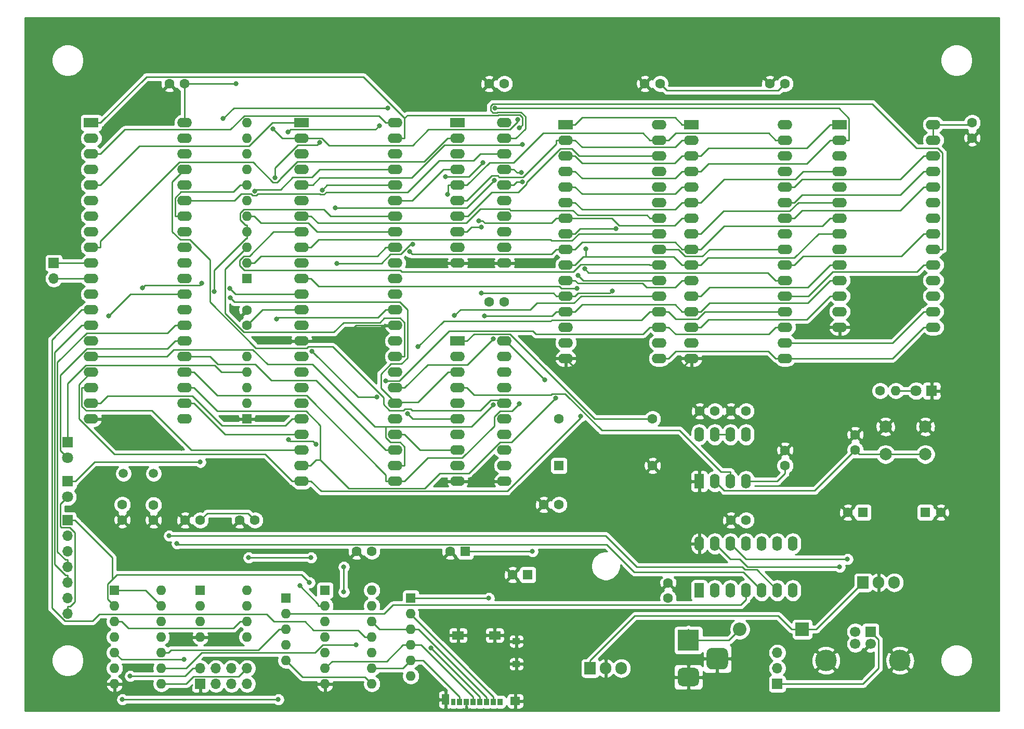
<source format=gtl>
G04 #@! TF.GenerationSoftware,KiCad,Pcbnew,(5.1.10)-1*
G04 #@! TF.CreationDate,2021-12-04T16:57:34-06:00*
G04 #@! TF.ProjectId,68k8,36386b38-2e6b-4696-9361-645f70636258,rev?*
G04 #@! TF.SameCoordinates,Original*
G04 #@! TF.FileFunction,Copper,L1,Top*
G04 #@! TF.FilePolarity,Positive*
%FSLAX46Y46*%
G04 Gerber Fmt 4.6, Leading zero omitted, Abs format (unit mm)*
G04 Created by KiCad (PCBNEW (5.1.10)-1) date 2021-12-04 16:57:34*
%MOMM*%
%LPD*%
G01*
G04 APERTURE LIST*
G04 #@! TA.AperFunction,ComponentPad*
%ADD10O,2.200000X2.200000*%
G04 #@! TD*
G04 #@! TA.AperFunction,ComponentPad*
%ADD11R,2.200000X2.200000*%
G04 #@! TD*
G04 #@! TA.AperFunction,ComponentPad*
%ADD12O,1.600000X1.600000*%
G04 #@! TD*
G04 #@! TA.AperFunction,ComponentPad*
%ADD13C,1.600000*%
G04 #@! TD*
G04 #@! TA.AperFunction,ComponentPad*
%ADD14C,1.800000*%
G04 #@! TD*
G04 #@! TA.AperFunction,ComponentPad*
%ADD15R,1.800000X1.800000*%
G04 #@! TD*
G04 #@! TA.AperFunction,ComponentPad*
%ADD16R,3.500000X3.500000*%
G04 #@! TD*
G04 #@! TA.AperFunction,ComponentPad*
%ADD17R,2.400000X1.600000*%
G04 #@! TD*
G04 #@! TA.AperFunction,ComponentPad*
%ADD18O,2.400000X1.600000*%
G04 #@! TD*
G04 #@! TA.AperFunction,ComponentPad*
%ADD19R,1.600000X1.600000*%
G04 #@! TD*
G04 #@! TA.AperFunction,ComponentPad*
%ADD20R,1.700000X1.700000*%
G04 #@! TD*
G04 #@! TA.AperFunction,ComponentPad*
%ADD21O,1.700000X1.700000*%
G04 #@! TD*
G04 #@! TA.AperFunction,ComponentPad*
%ADD22C,1.700000*%
G04 #@! TD*
G04 #@! TA.AperFunction,ComponentPad*
%ADD23C,3.500000*%
G04 #@! TD*
G04 #@! TA.AperFunction,SMDPad,CuDef*
%ADD24R,0.850000X1.100000*%
G04 #@! TD*
G04 #@! TA.AperFunction,SMDPad,CuDef*
%ADD25R,0.750000X1.100000*%
G04 #@! TD*
G04 #@! TA.AperFunction,SMDPad,CuDef*
%ADD26R,1.170000X1.800000*%
G04 #@! TD*
G04 #@! TA.AperFunction,SMDPad,CuDef*
%ADD27R,1.550000X1.350000*%
G04 #@! TD*
G04 #@! TA.AperFunction,SMDPad,CuDef*
%ADD28R,1.200000X1.000000*%
G04 #@! TD*
G04 #@! TA.AperFunction,SMDPad,CuDef*
%ADD29R,1.900000X1.350000*%
G04 #@! TD*
G04 #@! TA.AperFunction,ComponentPad*
%ADD30C,2.000000*%
G04 #@! TD*
G04 #@! TA.AperFunction,ComponentPad*
%ADD31R,1.905000X2.000000*%
G04 #@! TD*
G04 #@! TA.AperFunction,ComponentPad*
%ADD32O,1.905000X2.000000*%
G04 #@! TD*
G04 #@! TA.AperFunction,ComponentPad*
%ADD33R,1.600000X2.400000*%
G04 #@! TD*
G04 #@! TA.AperFunction,ComponentPad*
%ADD34O,1.600000X2.400000*%
G04 #@! TD*
G04 #@! TA.AperFunction,ComponentPad*
%ADD35C,1.500000*%
G04 #@! TD*
G04 #@! TA.AperFunction,ViaPad*
%ADD36C,0.800000*%
G04 #@! TD*
G04 #@! TA.AperFunction,Conductor*
%ADD37C,0.250000*%
G04 #@! TD*
G04 #@! TA.AperFunction,Conductor*
%ADD38C,0.254000*%
G04 #@! TD*
G04 #@! TA.AperFunction,Conductor*
%ADD39C,0.100000*%
G04 #@! TD*
G04 APERTURE END LIST*
D10*
X249174000Y-110490000D03*
D11*
X259334000Y-110490000D03*
D12*
X274574000Y-71628000D03*
D13*
X272034000Y-71628000D03*
D14*
X277876000Y-71628000D03*
D15*
X280416000Y-71628000D03*
G04 #@! TA.AperFunction,ComponentPad*
G36*
G01*
X246367000Y-117018000D02*
X244617000Y-117018000D01*
G75*
G02*
X243742000Y-116143000I0J875000D01*
G01*
X243742000Y-114393000D01*
G75*
G02*
X244617000Y-113518000I875000J0D01*
G01*
X246367000Y-113518000D01*
G75*
G02*
X247242000Y-114393000I0J-875000D01*
G01*
X247242000Y-116143000D01*
G75*
G02*
X246367000Y-117018000I-875000J0D01*
G01*
G37*
G04 #@! TD.AperFunction*
G04 #@! TA.AperFunction,ComponentPad*
G36*
G01*
X241792000Y-119768000D02*
X239792000Y-119768000D01*
G75*
G02*
X239042000Y-119018000I0J750000D01*
G01*
X239042000Y-117518000D01*
G75*
G02*
X239792000Y-116768000I750000J0D01*
G01*
X241792000Y-116768000D01*
G75*
G02*
X242542000Y-117518000I0J-750000D01*
G01*
X242542000Y-119018000D01*
G75*
G02*
X241792000Y-119768000I-750000J0D01*
G01*
G37*
G04 #@! TD.AperFunction*
D16*
X240792000Y-112268000D03*
D13*
X233680000Y-21590000D03*
X236180000Y-21590000D03*
D17*
X220805000Y-28245000D03*
D18*
X236045000Y-66345000D03*
X220805000Y-30785000D03*
X236045000Y-63805000D03*
X220805000Y-33325000D03*
X236045000Y-61265000D03*
X220805000Y-35865000D03*
X236045000Y-58725000D03*
X220805000Y-38405000D03*
X236045000Y-56185000D03*
X220805000Y-40945000D03*
X236045000Y-53645000D03*
X220805000Y-43485000D03*
X236045000Y-51105000D03*
X220805000Y-46025000D03*
X236045000Y-48565000D03*
X220805000Y-48565000D03*
X236045000Y-46025000D03*
X220805000Y-51105000D03*
X236045000Y-43485000D03*
X220805000Y-53645000D03*
X236045000Y-40945000D03*
X220805000Y-56185000D03*
X236045000Y-38405000D03*
X220805000Y-58725000D03*
X236045000Y-35865000D03*
X220805000Y-61265000D03*
X236045000Y-33325000D03*
X220805000Y-63805000D03*
X236045000Y-30785000D03*
X220805000Y-66345000D03*
X236045000Y-28245000D03*
D14*
X139700000Y-88900000D03*
D15*
X139700000Y-86360000D03*
D14*
X139700000Y-82550000D03*
D15*
X139700000Y-80010000D03*
D18*
X193040000Y-27940000D03*
X177800000Y-86360000D03*
X193040000Y-30480000D03*
X177800000Y-83820000D03*
X193040000Y-33020000D03*
X177800000Y-81280000D03*
X193040000Y-35560000D03*
X177800000Y-78740000D03*
X193040000Y-38100000D03*
X177800000Y-76200000D03*
X193040000Y-40640000D03*
X177800000Y-73660000D03*
X193040000Y-43180000D03*
X177800000Y-71120000D03*
X193040000Y-45720000D03*
X177800000Y-68580000D03*
X193040000Y-48260000D03*
X177800000Y-66040000D03*
X193040000Y-50800000D03*
X177800000Y-63500000D03*
X193040000Y-53340000D03*
X177800000Y-60960000D03*
X193040000Y-55880000D03*
X177800000Y-58420000D03*
X193040000Y-58420000D03*
X177800000Y-55880000D03*
X193040000Y-60960000D03*
X177800000Y-53340000D03*
X193040000Y-63500000D03*
X177800000Y-50800000D03*
X193040000Y-66040000D03*
X177800000Y-48260000D03*
X193040000Y-68580000D03*
X177800000Y-45720000D03*
X193040000Y-71120000D03*
X177800000Y-43180000D03*
X193040000Y-73660000D03*
X177800000Y-40640000D03*
X193040000Y-76200000D03*
X177800000Y-38100000D03*
X193040000Y-78740000D03*
X177800000Y-35560000D03*
X193040000Y-81280000D03*
X177800000Y-33020000D03*
X193040000Y-83820000D03*
X177800000Y-30480000D03*
X193040000Y-86360000D03*
D17*
X177800000Y-27940000D03*
D13*
X153670000Y-90210000D03*
X153670000Y-92710000D03*
X148590000Y-92670000D03*
X148590000Y-90170000D03*
X212130000Y-101600000D03*
D19*
X214630000Y-101600000D03*
X269240000Y-91440000D03*
D13*
X266740000Y-91440000D03*
X201970000Y-97790000D03*
D19*
X204470000Y-97790000D03*
X279400000Y-91440000D03*
D13*
X281900000Y-91440000D03*
X247690000Y-92710000D03*
X250190000Y-92710000D03*
X168910000Y-58460000D03*
X168910000Y-60960000D03*
X189230000Y-97790000D03*
X186730000Y-97790000D03*
X208320000Y-57150000D03*
X210820000Y-57150000D03*
X219710000Y-90170000D03*
X217210000Y-90170000D03*
X256540000Y-83820000D03*
X256540000Y-81320000D03*
X247690000Y-74930000D03*
X250190000Y-74930000D03*
X245110000Y-74930000D03*
X242610000Y-74930000D03*
X267970000Y-78780000D03*
X267970000Y-81280000D03*
X256540000Y-21590000D03*
X254040000Y-21590000D03*
X287020000Y-27940000D03*
X287020000Y-30440000D03*
X158750000Y-21590000D03*
X156250000Y-21590000D03*
X237490000Y-102910000D03*
X237490000Y-105410000D03*
X170180000Y-92710000D03*
X167680000Y-92710000D03*
X158790000Y-92710000D03*
X161290000Y-92710000D03*
X210820000Y-21590000D03*
X208320000Y-21590000D03*
D19*
X219710000Y-83820000D03*
D13*
X219710000Y-76200000D03*
X234950000Y-76200000D03*
X234950000Y-83820000D03*
D20*
X137414000Y-50800000D03*
D21*
X137414000Y-53340000D03*
D20*
X255270000Y-119380000D03*
D21*
X255270000Y-116840000D03*
X255270000Y-114300000D03*
D20*
X270470000Y-110860000D03*
D22*
X267970000Y-110860000D03*
X267970000Y-112860000D03*
X270470000Y-112860000D03*
D23*
X275240000Y-115570000D03*
X263200000Y-115570000D03*
D20*
X139700000Y-92710000D03*
D21*
X139700000Y-95250000D03*
X139700000Y-97790000D03*
X139700000Y-100330000D03*
X139700000Y-102870000D03*
X139700000Y-105410000D03*
X139700000Y-107950000D03*
D24*
X210115000Y-122290000D03*
D25*
X202465000Y-122290000D03*
D24*
X209015000Y-122290000D03*
X207915000Y-122290000D03*
X206815000Y-122290000D03*
X205715000Y-122290000D03*
X204615000Y-122290000D03*
X203515000Y-122290000D03*
D26*
X201255000Y-121940000D03*
D27*
X212575000Y-122165000D03*
D28*
X212750000Y-112440000D03*
X212750000Y-116140000D03*
D29*
X209250000Y-111465000D03*
X203280000Y-111465000D03*
D20*
X161290000Y-119380000D03*
D21*
X161290000Y-116840000D03*
X163830000Y-119380000D03*
X163830000Y-116840000D03*
X166370000Y-119380000D03*
X166370000Y-116840000D03*
X168910000Y-119380000D03*
X168910000Y-116840000D03*
D19*
X168910000Y-53340000D03*
D12*
X168910000Y-50800000D03*
X168910000Y-48260000D03*
X168910000Y-45720000D03*
X168910000Y-43180000D03*
X168910000Y-40640000D03*
X168910000Y-38100000D03*
X168910000Y-35560000D03*
X168910000Y-33020000D03*
X168910000Y-30480000D03*
X168910000Y-27940000D03*
X175260000Y-115570000D03*
X175260000Y-113030000D03*
X175260000Y-110490000D03*
X175260000Y-107950000D03*
D19*
X175260000Y-105410000D03*
X168910000Y-76200000D03*
D12*
X168910000Y-73660000D03*
X168910000Y-71120000D03*
X168910000Y-68580000D03*
X168910000Y-66040000D03*
D19*
X195580000Y-105410000D03*
D12*
X195580000Y-107950000D03*
X195580000Y-110490000D03*
X195580000Y-113030000D03*
X195580000Y-115570000D03*
X195580000Y-118110000D03*
D30*
X272900000Y-81970000D03*
X272900000Y-77470000D03*
X279400000Y-81970000D03*
X279400000Y-77470000D03*
D31*
X224790000Y-116840000D03*
D32*
X227330000Y-116840000D03*
X229870000Y-116840000D03*
D31*
X269240000Y-102870000D03*
D32*
X271780000Y-102870000D03*
X274320000Y-102870000D03*
D12*
X189230000Y-104140000D03*
X181610000Y-119380000D03*
X189230000Y-106680000D03*
X181610000Y-116840000D03*
X189230000Y-109220000D03*
X181610000Y-114300000D03*
X189230000Y-111760000D03*
X181610000Y-111760000D03*
X189230000Y-114300000D03*
X181610000Y-109220000D03*
X189230000Y-116840000D03*
X181610000Y-106680000D03*
X189230000Y-119380000D03*
D19*
X181610000Y-104140000D03*
D17*
X203200000Y-63500000D03*
D18*
X210820000Y-86360000D03*
X203200000Y-66040000D03*
X210820000Y-83820000D03*
X203200000Y-68580000D03*
X210820000Y-81280000D03*
X203200000Y-71120000D03*
X210820000Y-78740000D03*
X203200000Y-73660000D03*
X210820000Y-76200000D03*
X203200000Y-76200000D03*
X210820000Y-73660000D03*
X203200000Y-78740000D03*
X210820000Y-71120000D03*
X203200000Y-81280000D03*
X210820000Y-68580000D03*
X203200000Y-83820000D03*
X210820000Y-66040000D03*
X203200000Y-86360000D03*
X210820000Y-63500000D03*
D33*
X242570000Y-86360000D03*
D34*
X250190000Y-78740000D03*
X245110000Y-86360000D03*
X247650000Y-78740000D03*
X247650000Y-86360000D03*
X245110000Y-78740000D03*
X250190000Y-86360000D03*
X242570000Y-78740000D03*
D18*
X256540000Y-28245000D03*
X241300000Y-66345000D03*
X256540000Y-30785000D03*
X241300000Y-63805000D03*
X256540000Y-33325000D03*
X241300000Y-61265000D03*
X256540000Y-35865000D03*
X241300000Y-58725000D03*
X256540000Y-38405000D03*
X241300000Y-56185000D03*
X256540000Y-40945000D03*
X241300000Y-53645000D03*
X256540000Y-43485000D03*
X241300000Y-51105000D03*
X256540000Y-46025000D03*
X241300000Y-48565000D03*
X256540000Y-48565000D03*
X241300000Y-46025000D03*
X256540000Y-51105000D03*
X241300000Y-43485000D03*
X256540000Y-53645000D03*
X241300000Y-40945000D03*
X256540000Y-56185000D03*
X241300000Y-38405000D03*
X256540000Y-58725000D03*
X241300000Y-35865000D03*
X256540000Y-61265000D03*
X241300000Y-33325000D03*
X256540000Y-63805000D03*
X241300000Y-30785000D03*
X256540000Y-66345000D03*
D17*
X241300000Y-28245000D03*
X265430000Y-28245000D03*
D18*
X280670000Y-61265000D03*
X265430000Y-30785000D03*
X280670000Y-58725000D03*
X265430000Y-33325000D03*
X280670000Y-56185000D03*
X265430000Y-35865000D03*
X280670000Y-53645000D03*
X265430000Y-38405000D03*
X280670000Y-51105000D03*
X265430000Y-40945000D03*
X280670000Y-48565000D03*
X265430000Y-43485000D03*
X280670000Y-46025000D03*
X265430000Y-46025000D03*
X280670000Y-43485000D03*
X265430000Y-48565000D03*
X280670000Y-40945000D03*
X265430000Y-51105000D03*
X280670000Y-38405000D03*
X265430000Y-53645000D03*
X280670000Y-35865000D03*
X265430000Y-56185000D03*
X280670000Y-33325000D03*
X265430000Y-58725000D03*
X280670000Y-30785000D03*
X265430000Y-61265000D03*
X280670000Y-28245000D03*
D17*
X143510000Y-27940000D03*
D18*
X158750000Y-76200000D03*
X143510000Y-30480000D03*
X158750000Y-73660000D03*
X143510000Y-33020000D03*
X158750000Y-71120000D03*
X143510000Y-35560000D03*
X158750000Y-68580000D03*
X143510000Y-38100000D03*
X158750000Y-66040000D03*
X143510000Y-40640000D03*
X158750000Y-63500000D03*
X143510000Y-43180000D03*
X158750000Y-60960000D03*
X143510000Y-45720000D03*
X158750000Y-58420000D03*
X143510000Y-48260000D03*
X158750000Y-55880000D03*
X143510000Y-50800000D03*
X158750000Y-53340000D03*
X143510000Y-53340000D03*
X158750000Y-50800000D03*
X143510000Y-55880000D03*
X158750000Y-48260000D03*
X143510000Y-58420000D03*
X158750000Y-45720000D03*
X143510000Y-60960000D03*
X158750000Y-43180000D03*
X143510000Y-63500000D03*
X158750000Y-40640000D03*
X143510000Y-66040000D03*
X158750000Y-38100000D03*
X143510000Y-68580000D03*
X158750000Y-35560000D03*
X143510000Y-71120000D03*
X158750000Y-33020000D03*
X143510000Y-73660000D03*
X158750000Y-30480000D03*
X143510000Y-76200000D03*
X158750000Y-27940000D03*
D33*
X242570000Y-104140000D03*
D34*
X257810000Y-96520000D03*
X245110000Y-104140000D03*
X255270000Y-96520000D03*
X247650000Y-104140000D03*
X252730000Y-96520000D03*
X250190000Y-104140000D03*
X250190000Y-96520000D03*
X252730000Y-104140000D03*
X247650000Y-96520000D03*
X255270000Y-104140000D03*
X245110000Y-96520000D03*
X257810000Y-104140000D03*
X242570000Y-96520000D03*
D19*
X161290000Y-104140000D03*
D12*
X168910000Y-111760000D03*
X161290000Y-106680000D03*
X168910000Y-109220000D03*
X161290000Y-109220000D03*
X168910000Y-106680000D03*
X161290000Y-111760000D03*
X168910000Y-104140000D03*
D19*
X147320000Y-104140000D03*
D12*
X154940000Y-119380000D03*
X147320000Y-106680000D03*
X154940000Y-116840000D03*
X147320000Y-109220000D03*
X154940000Y-114300000D03*
X147320000Y-111760000D03*
X154940000Y-111760000D03*
X147320000Y-114300000D03*
X154940000Y-109220000D03*
X147320000Y-116840000D03*
X154940000Y-106680000D03*
X147320000Y-119380000D03*
X154940000Y-104140000D03*
D18*
X210820000Y-27940000D03*
X203200000Y-50800000D03*
X210820000Y-30480000D03*
X203200000Y-48260000D03*
X210820000Y-33020000D03*
X203200000Y-45720000D03*
X210820000Y-35560000D03*
X203200000Y-43180000D03*
X210820000Y-38100000D03*
X203200000Y-40640000D03*
X210820000Y-40640000D03*
X203200000Y-38100000D03*
X210820000Y-43180000D03*
X203200000Y-35560000D03*
X210820000Y-45720000D03*
X203200000Y-33020000D03*
X210820000Y-48260000D03*
X203200000Y-30480000D03*
X210820000Y-50800000D03*
D17*
X203200000Y-27940000D03*
D35*
X153670000Y-85090000D03*
X148770000Y-85090000D03*
D36*
X158242000Y-81026000D03*
X158242000Y-85598000D03*
X208280000Y-50800000D03*
X170905000Y-63500000D03*
X156210000Y-17018000D03*
X168910000Y-84582000D03*
X265430000Y-68326000D03*
X203200000Y-90678000D03*
X157480000Y-111760000D03*
X198877347Y-113542653D03*
X215392000Y-97790000D03*
X208280000Y-105410000D03*
X169164000Y-98806000D03*
X179324000Y-98806000D03*
X184658000Y-104394000D03*
X184658000Y-100330000D03*
X167132000Y-21590000D03*
X161544000Y-54102000D03*
X151892000Y-54864000D03*
X217424000Y-69850000D03*
X266700000Y-99060000D03*
X265430000Y-100330000D03*
X146386000Y-59413000D03*
X179070000Y-102870000D03*
X186690000Y-113030000D03*
X148590000Y-121920000D03*
X173990000Y-121920000D03*
X149860000Y-118110000D03*
X158605000Y-115425000D03*
X163584400Y-55433900D03*
X173741400Y-59966100D03*
X177484500Y-103387000D03*
X195383400Y-48952400D03*
X173094900Y-28932900D03*
X228998600Y-45187900D03*
X212987900Y-27457000D03*
X206655900Y-43895600D03*
X175558300Y-29477300D03*
X190435400Y-28402900D03*
X213772100Y-31512700D03*
X173445600Y-36914700D03*
X180775300Y-31154900D03*
X183244500Y-41775700D03*
X209175800Y-37326100D03*
X209291500Y-25584100D03*
X222607300Y-54937300D03*
X166087300Y-54909500D03*
X165016900Y-27288200D03*
X191858400Y-25536600D03*
X190029700Y-72663300D03*
X179474800Y-65150600D03*
X181144900Y-38907500D03*
X195015300Y-75356500D03*
X170114500Y-39061000D03*
X175621900Y-79607900D03*
X180127500Y-80324000D03*
X183504800Y-50848900D03*
X195923600Y-47750800D03*
X201568000Y-39645300D03*
X201196300Y-36743000D03*
X207281100Y-34470100D03*
X207050800Y-55718300D03*
X228359800Y-55370100D03*
X213256200Y-28808600D03*
X224049700Y-48493700D03*
X207036300Y-44947000D03*
X202698600Y-59356200D03*
X196740200Y-64441900D03*
X191450900Y-69989600D03*
X219152300Y-72828000D03*
X223270200Y-75771900D03*
X213258100Y-73748400D03*
X209012500Y-73888200D03*
X207553000Y-59422400D03*
X166144500Y-56461100D03*
X209012500Y-63159100D03*
X223889500Y-51732300D03*
X213564400Y-36085900D03*
X222832400Y-52792200D03*
X213718100Y-37611000D03*
X157480000Y-96520000D03*
X156210000Y-95250000D03*
X161286500Y-83241000D03*
D37*
X208280000Y-50800000D02*
X210820000Y-50800000D01*
X203200000Y-50800000D02*
X208280000Y-50800000D01*
X177800000Y-63500000D02*
X184150000Y-63500000D01*
X184150000Y-63500000D02*
X186690000Y-60960000D01*
X186690000Y-60960000D02*
X193040000Y-60960000D01*
X170905000Y-63500000D02*
X177800000Y-63500000D01*
X220805000Y-66345000D02*
X220805000Y-66373000D01*
X220805000Y-66373000D02*
X225552000Y-71120000D01*
X225552000Y-71120000D02*
X236525000Y-71120000D01*
X236525000Y-71120000D02*
X241300000Y-66345000D01*
X203200000Y-86360000D02*
X210820000Y-86360000D01*
X161290000Y-111760000D02*
X157480000Y-111760000D01*
X224790000Y-116840000D02*
X224790000Y-115590000D01*
X232077001Y-108302999D02*
X228102000Y-112278000D01*
X228102000Y-112278000D02*
X228270000Y-112110000D01*
X224790000Y-115590000D02*
X228102000Y-112278000D01*
X259334000Y-110490000D02*
X261620000Y-110490000D01*
X261620000Y-110490000D02*
X262636000Y-109474000D01*
X262636000Y-109474000D02*
X269240000Y-102870000D01*
X262382000Y-109728000D02*
X262636000Y-109474000D01*
X257612002Y-110490000D02*
X255425001Y-108302999D01*
X259334000Y-110490000D02*
X257612002Y-110490000D01*
X255425001Y-108302999D02*
X232077001Y-108302999D01*
X206815000Y-122290000D02*
X206815000Y-121490000D01*
X198872500Y-113547500D02*
X198877347Y-113542653D01*
X206815000Y-121490000D02*
X198872500Y-113547500D01*
X204470000Y-97790000D02*
X215392000Y-97790000D01*
X195580000Y-105410000D02*
X208280000Y-105410000D01*
X169164000Y-98806000D02*
X179324000Y-98806000D01*
X184658000Y-100330000D02*
X184658000Y-104394000D01*
X167132000Y-21590000D02*
X158750000Y-21590000D01*
X280670000Y-30785000D02*
X280670000Y-28245000D01*
X280670000Y-28245000D02*
X286715000Y-28245000D01*
X286715000Y-28245000D02*
X287020000Y-27940000D01*
X236045000Y-21725000D02*
X236180000Y-21590000D01*
X158750000Y-27940000D02*
X158750000Y-21590000D01*
X168910000Y-60960000D02*
X171450000Y-58420000D01*
X171450000Y-58420000D02*
X177800000Y-58420000D01*
X256540000Y-83820000D02*
X256540000Y-85090000D01*
X256540000Y-85090000D02*
X255270000Y-86360000D01*
X255270000Y-86360000D02*
X250190000Y-86360000D01*
X161180990Y-54465010D02*
X152290990Y-54465010D01*
X161544000Y-54102000D02*
X161180990Y-54465010D01*
X152290990Y-54465010D02*
X151892000Y-54864000D01*
X162415001Y-91584999D02*
X169054999Y-91584999D01*
X169054999Y-91584999D02*
X170180000Y-92710000D01*
X161290000Y-92710000D02*
X162415001Y-91584999D01*
X210820000Y-63500000D02*
X211074000Y-63500000D01*
X211074000Y-63500000D02*
X217424000Y-69850000D01*
X255414999Y-22715001D02*
X256540000Y-21590000D01*
X237305001Y-22715001D02*
X255414999Y-22715001D01*
X236180000Y-21590000D02*
X237305001Y-22715001D01*
X247650000Y-78740000D02*
X245110000Y-78740000D01*
X245110000Y-86360000D02*
X246635000Y-87885000D01*
X246635000Y-87885000D02*
X261365000Y-87885000D01*
X261365000Y-87885000D02*
X267970000Y-81280000D01*
X272900000Y-81970000D02*
X279400000Y-81970000D01*
X272900000Y-81970000D02*
X268660000Y-81970000D01*
X268660000Y-81970000D02*
X267970000Y-81280000D01*
X234950000Y-76200000D02*
X225525600Y-76200000D01*
X225525600Y-76200000D02*
X211700200Y-62374600D01*
X211700200Y-62374600D02*
X205850700Y-62374600D01*
X205850700Y-62374600D02*
X204725300Y-63500000D01*
X203200000Y-63500000D02*
X204725300Y-63500000D01*
X137414000Y-50800000D02*
X143510000Y-50800000D01*
X137414000Y-53340000D02*
X143510000Y-53340000D01*
X270470000Y-110860000D02*
X271780000Y-112170000D01*
X271780000Y-112170000D02*
X271780000Y-116840000D01*
X269240000Y-119380000D02*
X271780000Y-116840000D01*
X255270000Y-119380000D02*
X269240000Y-119380000D01*
X266700000Y-99060000D02*
X250190000Y-99060000D01*
X250190000Y-99060000D02*
X247650000Y-96520000D01*
X247650000Y-99060000D02*
X245110000Y-96520000D01*
X250444000Y-100330000D02*
X249174000Y-99060000D01*
X265430000Y-100330000D02*
X250444000Y-100330000D01*
X249174000Y-99060000D02*
X247650000Y-99060000D01*
X146386000Y-59413000D02*
X149919000Y-55880000D01*
X149919000Y-55880000D02*
X158750000Y-55880000D01*
X139700000Y-92710000D02*
X140875300Y-92710000D01*
X146935000Y-102340000D02*
X146935000Y-98769700D01*
X146935000Y-98769700D02*
X140875300Y-92710000D01*
X146935000Y-102340000D02*
X147675000Y-101600000D01*
X147675000Y-101600000D02*
X177800000Y-101600000D01*
X177800000Y-101600000D02*
X179070000Y-102870000D01*
X147320000Y-106680000D02*
X146195000Y-105555000D01*
X146195000Y-105555000D02*
X146195000Y-103080000D01*
X146195000Y-103080000D02*
X146935000Y-102340000D01*
X161544000Y-114300000D02*
X159004000Y-116840000D01*
X179945000Y-114300000D02*
X161544000Y-114300000D01*
X181215000Y-113030000D02*
X179945000Y-114300000D01*
X186690000Y-113030000D02*
X181215000Y-113030000D01*
X154940000Y-116840000D02*
X159004000Y-116840000D01*
X173990000Y-121920000D02*
X148590000Y-121920000D01*
X189230000Y-119380000D02*
X188105000Y-118255000D01*
X188105000Y-118255000D02*
X177945000Y-118255000D01*
X177945000Y-118255000D02*
X175260000Y-115570000D01*
X139700000Y-100330000D02*
X139700000Y-99154700D01*
X158750000Y-60960000D02*
X157224700Y-60960000D01*
X157224700Y-60960000D02*
X155954700Y-62230000D01*
X155954700Y-62230000D02*
X142776700Y-62230000D01*
X142776700Y-62230000D02*
X138011000Y-66995700D01*
X138011000Y-66995700D02*
X138011000Y-97833000D01*
X138011000Y-97833000D02*
X139332700Y-99154700D01*
X139332700Y-99154700D02*
X139700000Y-99154700D01*
X139700000Y-102870000D02*
X139700000Y-101694700D01*
X143510000Y-60960000D02*
X141984700Y-60960000D01*
X141984700Y-60960000D02*
X137560600Y-65384100D01*
X137560600Y-65384100D02*
X137560600Y-99922600D01*
X137560600Y-99922600D02*
X139332700Y-101694700D01*
X139332700Y-101694700D02*
X139700000Y-101694700D01*
X158750000Y-63500000D02*
X157224700Y-63500000D01*
X157224700Y-63500000D02*
X155954700Y-64770000D01*
X155954700Y-64770000D02*
X142781400Y-64770000D01*
X142781400Y-64770000D02*
X138474600Y-69076800D01*
X138474600Y-69076800D02*
X138474600Y-81324600D01*
X138474600Y-81324600D02*
X139700000Y-82550000D01*
X139700000Y-107950000D02*
X139700000Y-106774700D01*
X139700000Y-88900000D02*
X138524600Y-90075400D01*
X138524600Y-90075400D02*
X138524600Y-93752600D01*
X138524600Y-93752600D02*
X138657400Y-93885400D01*
X138657400Y-93885400D02*
X140043700Y-93885400D01*
X140043700Y-93885400D02*
X140875300Y-94717000D01*
X140875300Y-94717000D02*
X140875300Y-105966800D01*
X140875300Y-105966800D02*
X140067400Y-106774700D01*
X140067400Y-106774700D02*
X139700000Y-106774700D01*
X209015000Y-122290000D02*
X209015000Y-121490000D01*
X209015000Y-121490000D02*
X195580000Y-108055000D01*
X195580000Y-108055000D02*
X195580000Y-107950000D01*
X195580000Y-110490000D02*
X190500000Y-110490000D01*
X190500000Y-110490000D02*
X189230000Y-109220000D01*
X207915000Y-122290000D02*
X207915000Y-121555000D01*
X207915000Y-121555000D02*
X196850000Y-110490000D01*
X196850000Y-110490000D02*
X195580000Y-110490000D01*
X195580000Y-113030000D02*
X194310000Y-113030000D01*
X194310000Y-113030000D02*
X191625000Y-115715000D01*
X191625000Y-115715000D02*
X182735000Y-115715000D01*
X182735000Y-115715000D02*
X181610000Y-116840000D01*
X205715000Y-122290000D02*
X205715000Y-121490000D01*
X205715000Y-121490000D02*
X197255000Y-113030000D01*
X197255000Y-113030000D02*
X195580000Y-113030000D01*
X195580000Y-115570000D02*
X194310000Y-116840000D01*
X194310000Y-116840000D02*
X189230000Y-116840000D01*
X203515000Y-122290000D02*
X203515000Y-121490000D01*
X203515000Y-121490000D02*
X197595000Y-115570000D01*
X197595000Y-115570000D02*
X195580000Y-115570000D01*
X175260000Y-110490000D02*
X174134700Y-110490000D01*
X154940000Y-114300000D02*
X156065300Y-114300000D01*
X156065300Y-114300000D02*
X156515700Y-113849600D01*
X156515700Y-113849600D02*
X170775100Y-113849600D01*
X170775100Y-113849600D02*
X174134700Y-110490000D01*
X147320000Y-104140000D02*
X152400000Y-104140000D01*
X152400000Y-104140000D02*
X154940000Y-106680000D01*
X168910000Y-109220000D02*
X167784700Y-109220000D01*
X147320000Y-109220000D02*
X148445300Y-109220000D01*
X148445300Y-109220000D02*
X149570600Y-110345300D01*
X149570600Y-110345300D02*
X166659400Y-110345300D01*
X166659400Y-110345300D02*
X167784700Y-109220000D01*
X161290000Y-116840000D02*
X160088000Y-116840000D01*
X160088000Y-116840000D02*
X158818000Y-118110000D01*
X158818000Y-118110000D02*
X149860000Y-118110000D01*
X168910000Y-116840000D02*
X167545000Y-118205000D01*
X167545000Y-118205000D02*
X160180000Y-118205000D01*
X160180000Y-118205000D02*
X159005000Y-119380000D01*
X159005000Y-119380000D02*
X154940000Y-119380000D01*
X147320000Y-114300000D02*
X148445000Y-115425000D01*
X148445000Y-115425000D02*
X158605000Y-115425000D01*
X193040000Y-48260000D02*
X191514700Y-48260000D01*
X168910000Y-50800000D02*
X170035300Y-50800000D01*
X170035300Y-50800000D02*
X171160600Y-49674700D01*
X171160600Y-49674700D02*
X190100000Y-49674700D01*
X190100000Y-49674700D02*
X191514700Y-48260000D01*
X194565300Y-66040000D02*
X194565300Y-60489000D01*
X194565300Y-60489000D02*
X193868700Y-59792400D01*
X193868700Y-59792400D02*
X191272300Y-59792400D01*
X191272300Y-59792400D02*
X190555100Y-60509600D01*
X190555100Y-60509600D02*
X184610000Y-60509600D01*
X184610000Y-60509600D02*
X183033800Y-62085800D01*
X183033800Y-62085800D02*
X168408000Y-62085800D01*
X168408000Y-62085800D02*
X165331800Y-59009600D01*
X165331800Y-59009600D02*
X165331800Y-51838200D01*
X165331800Y-51838200D02*
X168910000Y-48260000D01*
X193040000Y-66040000D02*
X194565300Y-66040000D01*
X168910000Y-46845300D02*
X168687700Y-46845300D01*
X168687700Y-46845300D02*
X163584400Y-51948600D01*
X163584400Y-51948600D02*
X163584400Y-55433900D01*
X168910000Y-45720000D02*
X168910000Y-46845300D01*
X168910000Y-45720000D02*
X168910000Y-44594700D01*
X168910000Y-44594700D02*
X168628700Y-44594700D01*
X168628700Y-44594700D02*
X167767500Y-43733500D01*
X167767500Y-43733500D02*
X167767500Y-42663500D01*
X167767500Y-42663500D02*
X168389700Y-42041300D01*
X168389700Y-42041300D02*
X181396400Y-42041300D01*
X181396400Y-42041300D02*
X182535100Y-43180000D01*
X182535100Y-43180000D02*
X193040000Y-43180000D01*
X168910000Y-43180000D02*
X170035300Y-43180000D01*
X170035300Y-43180000D02*
X171160600Y-44305300D01*
X171160600Y-44305300D02*
X178873200Y-44305300D01*
X178873200Y-44305300D02*
X180287900Y-45720000D01*
X180287900Y-45720000D02*
X193040000Y-45720000D01*
X193040000Y-58420000D02*
X191514700Y-58420000D01*
X173741400Y-59966100D02*
X174017500Y-59690000D01*
X174017500Y-59690000D02*
X190244700Y-59690000D01*
X190244700Y-59690000D02*
X191514700Y-58420000D01*
X181610000Y-106680000D02*
X180484700Y-106680000D01*
X180484700Y-106680000D02*
X180484700Y-106387200D01*
X180484700Y-106387200D02*
X177484500Y-103387000D01*
X157987400Y-43180000D02*
X158750000Y-43180000D01*
X157987400Y-43180000D02*
X157224700Y-43180000D01*
X168910000Y-38100000D02*
X167784700Y-38100000D01*
X157224700Y-43180000D02*
X157224700Y-40170400D01*
X157224700Y-40170400D02*
X158169800Y-39225300D01*
X158169800Y-39225300D02*
X166659400Y-39225300D01*
X166659400Y-39225300D02*
X167784700Y-38100000D01*
X250190000Y-104140000D02*
X250190000Y-105665300D01*
X250190000Y-105665300D02*
X249319900Y-106535400D01*
X249319900Y-106535400D02*
X192640300Y-106535400D01*
X192640300Y-106535400D02*
X191225700Y-107950000D01*
X191225700Y-107950000D02*
X175260000Y-107950000D01*
X220805000Y-48565000D02*
X219279700Y-48565000D01*
X195383400Y-48952400D02*
X195816500Y-49385500D01*
X195816500Y-49385500D02*
X218459200Y-49385500D01*
X218459200Y-49385500D02*
X219279700Y-48565000D01*
X221567700Y-48565000D02*
X220805000Y-48565000D01*
X221567700Y-48565000D02*
X222330300Y-48565000D01*
X143510000Y-38100000D02*
X145035300Y-38100000D01*
X145035300Y-38100000D02*
X151385300Y-31750000D01*
X151385300Y-31750000D02*
X169250300Y-31750000D01*
X169250300Y-31750000D02*
X173060300Y-27940000D01*
X173060300Y-27940000D02*
X177800000Y-27940000D01*
X241300000Y-48565000D02*
X242825300Y-48565000D01*
X265430000Y-43485000D02*
X263904700Y-43485000D01*
X263904700Y-43485000D02*
X262634700Y-44755000D01*
X262634700Y-44755000D02*
X246635300Y-44755000D01*
X246635300Y-44755000D02*
X242825300Y-48565000D01*
X222330300Y-48565000D02*
X223455600Y-47439700D01*
X223455600Y-47439700D02*
X238649400Y-47439700D01*
X238649400Y-47439700D02*
X239774700Y-48565000D01*
X241300000Y-48565000D02*
X239774700Y-48565000D01*
X173094900Y-28932900D02*
X174642000Y-30480000D01*
X174642000Y-30480000D02*
X177800000Y-30480000D01*
X220805000Y-46025000D02*
X222330300Y-46025000D01*
X222330300Y-46025000D02*
X223167400Y-45187900D01*
X223167400Y-45187900D02*
X228998600Y-45187900D01*
X212987900Y-27457000D02*
X212987900Y-27783900D01*
X212987900Y-27783900D02*
X211706400Y-29065400D01*
X211706400Y-29065400D02*
X198437100Y-29065400D01*
X198437100Y-29065400D02*
X195892600Y-31609900D01*
X195892600Y-31609900D02*
X182256100Y-31609900D01*
X182256100Y-31609900D02*
X181075800Y-30429600D01*
X181075800Y-30429600D02*
X179375700Y-30429600D01*
X179375700Y-30429600D02*
X179325300Y-30480000D01*
X241300000Y-46025000D02*
X242825300Y-46025000D01*
X242825300Y-46025000D02*
X246490700Y-42359600D01*
X246490700Y-42359600D02*
X257287600Y-42359600D01*
X257287600Y-42359600D02*
X258702200Y-40945000D01*
X258702200Y-40945000D02*
X265430000Y-40945000D01*
X177800000Y-30480000D02*
X179325300Y-30480000D01*
X239774700Y-43485000D02*
X238602900Y-44656800D01*
X238602900Y-44656800D02*
X229493300Y-44656800D01*
X229493300Y-44656800D02*
X228321500Y-43485000D01*
X228321500Y-43485000D02*
X222330300Y-43485000D01*
X220805000Y-43485000D02*
X222330300Y-43485000D01*
X241300000Y-43485000D02*
X239774700Y-43485000D01*
X220805000Y-43485000D02*
X219279700Y-43485000D01*
X219279700Y-43485000D02*
X218459300Y-44305400D01*
X218459300Y-44305400D02*
X207620300Y-44305400D01*
X207620300Y-44305400D02*
X207210500Y-43895600D01*
X207210500Y-43895600D02*
X206655900Y-43895600D01*
X220805000Y-40945000D02*
X222330300Y-40945000D01*
X241300000Y-40945000D02*
X242825300Y-40945000D01*
X265430000Y-35865000D02*
X259475300Y-35865000D01*
X259475300Y-35865000D02*
X258205300Y-37135000D01*
X258205300Y-37135000D02*
X246635300Y-37135000D01*
X246635300Y-37135000D02*
X242825300Y-40945000D01*
X241300000Y-40945000D02*
X239774700Y-40945000D01*
X239774700Y-40945000D02*
X238612200Y-42107500D01*
X238612200Y-42107500D02*
X223492800Y-42107500D01*
X223492800Y-42107500D02*
X222330300Y-40945000D01*
X190435400Y-28402900D02*
X189772900Y-29065400D01*
X189772900Y-29065400D02*
X175970200Y-29065400D01*
X175970200Y-29065400D02*
X175558300Y-29477300D01*
X239774700Y-38405000D02*
X238625400Y-39554300D01*
X238625400Y-39554300D02*
X223479600Y-39554300D01*
X223479600Y-39554300D02*
X222330300Y-38405000D01*
X220805000Y-38405000D02*
X222330300Y-38405000D01*
X241300000Y-38405000D02*
X239774700Y-38405000D01*
X177800000Y-38100000D02*
X179599900Y-38100000D01*
X179599900Y-38100000D02*
X180763000Y-36936900D01*
X180763000Y-36936900D02*
X195741700Y-36936900D01*
X195741700Y-36936900D02*
X201073200Y-31605400D01*
X201073200Y-31605400D02*
X213679400Y-31605400D01*
X213679400Y-31605400D02*
X213772100Y-31512700D01*
X180775300Y-31154900D02*
X180324800Y-31605400D01*
X180324800Y-31605400D02*
X177155800Y-31605400D01*
X177155800Y-31605400D02*
X173445600Y-35315600D01*
X173445600Y-35315600D02*
X173445600Y-36914700D01*
X256540000Y-40945000D02*
X258065300Y-40945000D01*
X280670000Y-35865000D02*
X279144700Y-35865000D01*
X279144700Y-35865000D02*
X275334700Y-39675000D01*
X275334700Y-39675000D02*
X259335300Y-39675000D01*
X259335300Y-39675000D02*
X258065300Y-40945000D01*
X236045000Y-43485000D02*
X234519700Y-43485000D01*
X177800000Y-43180000D02*
X179325300Y-43180000D01*
X179325300Y-43180000D02*
X180452400Y-44307100D01*
X180452400Y-44307100D02*
X204588100Y-44307100D01*
X204588100Y-44307100D02*
X206879400Y-42015800D01*
X206879400Y-42015800D02*
X211647400Y-42015800D01*
X211647400Y-42015800D02*
X211846600Y-42215000D01*
X211846600Y-42215000D02*
X221987500Y-42215000D01*
X221987500Y-42215000D02*
X222791200Y-43018700D01*
X222791200Y-43018700D02*
X234053400Y-43018700D01*
X234053400Y-43018700D02*
X234519700Y-43485000D01*
X256540000Y-43485000D02*
X258065300Y-43485000D01*
X280670000Y-38405000D02*
X279144700Y-38405000D01*
X279144700Y-38405000D02*
X275334700Y-42215000D01*
X275334700Y-42215000D02*
X259335300Y-42215000D01*
X259335300Y-42215000D02*
X258065300Y-43485000D01*
X234519700Y-51105000D02*
X234415600Y-51000900D01*
X234415600Y-51000900D02*
X223257100Y-51000900D01*
X223257100Y-51000900D02*
X222026200Y-52231800D01*
X222026200Y-52231800D02*
X194132000Y-52231800D01*
X194132000Y-52231800D02*
X193850800Y-51950600D01*
X193850800Y-51950600D02*
X168439900Y-51950600D01*
X168439900Y-51950600D02*
X167733000Y-51243700D01*
X167733000Y-51243700D02*
X167733000Y-50339900D01*
X167733000Y-50339900D02*
X168398300Y-49674600D01*
X168398300Y-49674600D02*
X169281000Y-49674600D01*
X169281000Y-49674600D02*
X173235600Y-45720000D01*
X173235600Y-45720000D02*
X176274700Y-45720000D01*
X177800000Y-45720000D02*
X176274700Y-45720000D01*
X236045000Y-51105000D02*
X234519700Y-51105000D01*
X256540000Y-51105000D02*
X258065300Y-51105000D01*
X280670000Y-46025000D02*
X279144700Y-46025000D01*
X279144700Y-46025000D02*
X275479300Y-49690400D01*
X275479300Y-49690400D02*
X259479900Y-49690400D01*
X259479900Y-49690400D02*
X258065300Y-51105000D01*
X177800000Y-48260000D02*
X179325300Y-48260000D01*
X179325300Y-48260000D02*
X180571000Y-47014300D01*
X180571000Y-47014300D02*
X218365900Y-47014300D01*
X218365900Y-47014300D02*
X218525400Y-47173800D01*
X218525400Y-47173800D02*
X221818400Y-47173800D01*
X221818400Y-47173800D02*
X222967200Y-46025000D01*
X222967200Y-46025000D02*
X236045000Y-46025000D01*
X239774700Y-35865000D02*
X238625400Y-37014300D01*
X238625400Y-37014300D02*
X223479600Y-37014300D01*
X223479600Y-37014300D02*
X222330300Y-35865000D01*
X241300000Y-35865000D02*
X242825300Y-35865000D01*
X265430000Y-30785000D02*
X263904700Y-30785000D01*
X263904700Y-30785000D02*
X260094700Y-34595000D01*
X260094700Y-34595000D02*
X244095300Y-34595000D01*
X244095300Y-34595000D02*
X242825300Y-35865000D01*
X266192700Y-30785000D02*
X265430000Y-30785000D01*
X266192700Y-30785000D02*
X266955300Y-30785000D01*
X220805000Y-35865000D02*
X222330300Y-35865000D01*
X241300000Y-35865000D02*
X239774700Y-35865000D01*
X209175800Y-37326100D02*
X204726200Y-41775700D01*
X204726200Y-41775700D02*
X183244500Y-41775700D01*
X266955300Y-30785000D02*
X266955300Y-27253200D01*
X266955300Y-27253200D02*
X265286200Y-25584100D01*
X265286200Y-25584100D02*
X209291500Y-25584100D01*
X177800000Y-53340000D02*
X179325300Y-53340000D01*
X222607300Y-54937300D02*
X220105700Y-54937300D01*
X220105700Y-54937300D02*
X219778400Y-54610000D01*
X219778400Y-54610000D02*
X180595300Y-54610000D01*
X180595300Y-54610000D02*
X179325300Y-53340000D01*
X256540000Y-38405000D02*
X258065300Y-38405000D01*
X280670000Y-33325000D02*
X279144700Y-33325000D01*
X279144700Y-33325000D02*
X275334700Y-37135000D01*
X275334700Y-37135000D02*
X259335300Y-37135000D01*
X259335300Y-37135000D02*
X258065300Y-38405000D01*
X201674700Y-35560000D02*
X200894700Y-35560000D01*
X200894700Y-35560000D02*
X195814700Y-40640000D01*
X195814700Y-40640000D02*
X193040000Y-40640000D01*
X203200000Y-35560000D02*
X201674700Y-35560000D01*
X241300000Y-33325000D02*
X242825300Y-33325000D01*
X265430000Y-28245000D02*
X263904700Y-28245000D01*
X263904700Y-28245000D02*
X260094700Y-32055000D01*
X260094700Y-32055000D02*
X244095300Y-32055000D01*
X244095300Y-32055000D02*
X242825300Y-33325000D01*
X166087300Y-54909500D02*
X167057800Y-55880000D01*
X167057800Y-55880000D02*
X177800000Y-55880000D01*
X191858400Y-25536600D02*
X166768500Y-25536600D01*
X166768500Y-25536600D02*
X165016900Y-27288200D01*
X221153200Y-33325000D02*
X220805000Y-33325000D01*
X221153200Y-33325000D02*
X222330300Y-33325000D01*
X241300000Y-33325000D02*
X239774700Y-33325000D01*
X222330300Y-33325000D02*
X223520800Y-34515500D01*
X223520800Y-34515500D02*
X238584200Y-34515500D01*
X238584200Y-34515500D02*
X239774700Y-33325000D01*
X179474800Y-65150600D02*
X186987500Y-72663300D01*
X186987500Y-72663300D02*
X190029700Y-72663300D01*
X193040000Y-38100000D02*
X181952400Y-38100000D01*
X181952400Y-38100000D02*
X181144900Y-38907500D01*
X203200000Y-76200000D02*
X195858800Y-76200000D01*
X195858800Y-76200000D02*
X195015300Y-75356500D01*
X193040000Y-35560000D02*
X180735300Y-35560000D01*
X180735300Y-35560000D02*
X179465300Y-36830000D01*
X179465300Y-36830000D02*
X176354900Y-36830000D01*
X176354900Y-36830000D02*
X174345800Y-38839100D01*
X174345800Y-38839100D02*
X170336400Y-38839100D01*
X170336400Y-38839100D02*
X170114500Y-39061000D01*
X180127500Y-80324000D02*
X179668900Y-79865400D01*
X179668900Y-79865400D02*
X175879400Y-79865400D01*
X175879400Y-79865400D02*
X175621900Y-79607900D01*
X195923600Y-47750800D02*
X195559300Y-47750800D01*
X195559300Y-47750800D02*
X193924700Y-49385400D01*
X193924700Y-49385400D02*
X192254300Y-49385400D01*
X192254300Y-49385400D02*
X190790800Y-50848900D01*
X190790800Y-50848900D02*
X183504800Y-50848900D01*
X204725300Y-38100000D02*
X208390700Y-34434600D01*
X208390700Y-34434600D02*
X212331300Y-34434600D01*
X212331300Y-34434600D02*
X217130200Y-29635700D01*
X217130200Y-29635700D02*
X233370400Y-29635700D01*
X233370400Y-29635700D02*
X234519700Y-30785000D01*
X236045000Y-30785000D02*
X234519700Y-30785000D01*
X203200000Y-38100000D02*
X204725300Y-38100000D01*
X202766500Y-38100000D02*
X203200000Y-38100000D01*
X202766500Y-38100000D02*
X201674700Y-38100000D01*
X201674700Y-38100000D02*
X201674700Y-39538600D01*
X201674700Y-39538600D02*
X201568000Y-39645300D01*
X236045000Y-30785000D02*
X237570300Y-30785000D01*
X256540000Y-30785000D02*
X255014700Y-30785000D01*
X255014700Y-30785000D02*
X253889400Y-29659700D01*
X253889400Y-29659700D02*
X238695600Y-29659700D01*
X238695600Y-29659700D02*
X237570300Y-30785000D01*
X220805000Y-56185000D02*
X219279700Y-56185000D01*
X207281100Y-34470100D02*
X205008200Y-36743000D01*
X205008200Y-36743000D02*
X201196300Y-36743000D01*
X219279700Y-56185000D02*
X218813000Y-55718300D01*
X218813000Y-55718300D02*
X207050800Y-55718300D01*
X220920100Y-56185000D02*
X220805000Y-56185000D01*
X220920100Y-56185000D02*
X222330300Y-56185000D01*
X222330300Y-56185000D02*
X222780700Y-55734600D01*
X222780700Y-55734600D02*
X227995300Y-55734600D01*
X227995300Y-55734600D02*
X228359800Y-55370100D01*
X242062700Y-56185000D02*
X241300000Y-56185000D01*
X242062700Y-56185000D02*
X242825300Y-56185000D01*
X265430000Y-51105000D02*
X263904700Y-51105000D01*
X263904700Y-51105000D02*
X260239300Y-54770400D01*
X260239300Y-54770400D02*
X244239900Y-54770400D01*
X244239900Y-54770400D02*
X242825300Y-56185000D01*
X241300000Y-53645000D02*
X239774700Y-53645000D01*
X220805000Y-53645000D02*
X222330300Y-53645000D01*
X222330300Y-53645000D02*
X222780700Y-54095400D01*
X222780700Y-54095400D02*
X233280900Y-54095400D01*
X233280900Y-54095400D02*
X233960200Y-54774700D01*
X233960200Y-54774700D02*
X238645000Y-54774700D01*
X238645000Y-54774700D02*
X239774700Y-53645000D01*
X194565300Y-27196300D02*
X187830700Y-20461700D01*
X187830700Y-20461700D02*
X152513600Y-20461700D01*
X152513600Y-20461700D02*
X145035300Y-27940000D01*
X194565300Y-30480000D02*
X194565300Y-27196300D01*
X194565300Y-27196300D02*
X195001900Y-26759700D01*
X195001900Y-26759700D02*
X209778600Y-26759700D01*
X209778600Y-26759700D02*
X209846300Y-26692000D01*
X209846300Y-26692000D02*
X213318300Y-26692000D01*
X213318300Y-26692000D02*
X213715600Y-27089300D01*
X213715600Y-27089300D02*
X213715600Y-28349200D01*
X213715600Y-28349200D02*
X213256200Y-28808600D01*
X193040000Y-30480000D02*
X194565300Y-30480000D01*
X143510000Y-27940000D02*
X145035300Y-27940000D01*
X220805000Y-30785000D02*
X219279700Y-30785000D01*
X204725300Y-40640000D02*
X208767000Y-36598300D01*
X208767000Y-36598300D02*
X209756400Y-36598300D01*
X209756400Y-36598300D02*
X209969300Y-36811200D01*
X209969300Y-36811200D02*
X213864900Y-36811200D01*
X213864900Y-36811200D02*
X219279700Y-31396400D01*
X219279700Y-31396400D02*
X219279700Y-30785000D01*
X220805000Y-30785000D02*
X222330300Y-30785000D01*
X222330300Y-30785000D02*
X223479600Y-31934300D01*
X223479600Y-31934300D02*
X238625400Y-31934300D01*
X238625400Y-31934300D02*
X239774700Y-30785000D01*
X241300000Y-30785000D02*
X239774700Y-30785000D01*
X203200000Y-40640000D02*
X204725300Y-40640000D01*
X224049700Y-49750600D02*
X223684700Y-49750600D01*
X223684700Y-49750600D02*
X222330300Y-51105000D01*
X239774700Y-51105000D02*
X238420300Y-49750600D01*
X238420300Y-49750600D02*
X224049700Y-49750600D01*
X224049700Y-48493700D02*
X224049700Y-49750600D01*
X241300000Y-51105000D02*
X239774700Y-51105000D01*
X220805000Y-51105000D02*
X222330300Y-51105000D01*
X241300000Y-51105000D02*
X242825300Y-51105000D01*
X265430000Y-46025000D02*
X262001600Y-46025000D01*
X262001600Y-46025000D02*
X258047000Y-49979600D01*
X258047000Y-49979600D02*
X243950700Y-49979600D01*
X243950700Y-49979600D02*
X242825300Y-51105000D01*
X145035300Y-33020000D02*
X148990000Y-29065300D01*
X148990000Y-29065300D02*
X166193200Y-29065300D01*
X166193200Y-29065300D02*
X168443800Y-26814700D01*
X168443800Y-26814700D02*
X190389400Y-26814700D01*
X190389400Y-26814700D02*
X191514700Y-27940000D01*
X193040000Y-27940000D02*
X191514700Y-27940000D01*
X143510000Y-33020000D02*
X145035300Y-33020000D01*
X203200000Y-43180000D02*
X204898300Y-43180000D01*
X204898300Y-43180000D02*
X208782200Y-39296100D01*
X208782200Y-39296100D02*
X213058800Y-39296100D01*
X213058800Y-39296100D02*
X214443400Y-37911500D01*
X214443400Y-37911500D02*
X214443400Y-37625000D01*
X214443400Y-37625000D02*
X219920900Y-32147500D01*
X219920900Y-32147500D02*
X221789700Y-32147500D01*
X221789700Y-32147500D02*
X222967200Y-33325000D01*
X222967200Y-33325000D02*
X236045000Y-33325000D01*
X241300000Y-28245000D02*
X239774700Y-28245000D01*
X220805000Y-28245000D02*
X222330300Y-28245000D01*
X222330300Y-28245000D02*
X223455600Y-27119700D01*
X223455600Y-27119700D02*
X238649400Y-27119700D01*
X238649400Y-27119700D02*
X239774700Y-28245000D01*
X203200000Y-45720000D02*
X204725300Y-45720000D01*
X204725300Y-45720000D02*
X205498300Y-44947000D01*
X205498300Y-44947000D02*
X207036300Y-44947000D01*
X236045000Y-56185000D02*
X234519700Y-56185000D01*
X202698600Y-59356200D02*
X203667400Y-58387400D01*
X203667400Y-58387400D02*
X215050500Y-58387400D01*
X215050500Y-58387400D02*
X216126200Y-57311700D01*
X216126200Y-57311700D02*
X222166400Y-57311700D01*
X222166400Y-57311700D02*
X223293100Y-56185000D01*
X223293100Y-56185000D02*
X234519700Y-56185000D01*
X177800000Y-76200000D02*
X176274700Y-76200000D01*
X143510000Y-73660000D02*
X145035300Y-73660000D01*
X145035300Y-73660000D02*
X146231400Y-72463900D01*
X146231400Y-72463900D02*
X159979100Y-72463900D01*
X159979100Y-72463900D02*
X164840500Y-77325300D01*
X164840500Y-77325300D02*
X175149400Y-77325300D01*
X175149400Y-77325300D02*
X176274700Y-76200000D01*
X279144700Y-51105000D02*
X278019300Y-52230400D01*
X278019300Y-52230400D02*
X264274600Y-52230400D01*
X264274600Y-52230400D02*
X260320000Y-56185000D01*
X260320000Y-56185000D02*
X256540000Y-56185000D01*
X280670000Y-51105000D02*
X279144700Y-51105000D01*
X236045000Y-58725000D02*
X234519700Y-58725000D01*
X196740200Y-64441900D02*
X200948500Y-60233600D01*
X200948500Y-60233600D02*
X218408000Y-60233600D01*
X218408000Y-60233600D02*
X218502000Y-60139600D01*
X218502000Y-60139600D02*
X233105100Y-60139600D01*
X233105100Y-60139600D02*
X234519700Y-58725000D01*
X236045000Y-58725000D02*
X237570300Y-58725000D01*
X256540000Y-58725000D02*
X243462200Y-58725000D01*
X243462200Y-58725000D02*
X242289800Y-59897400D01*
X242289800Y-59897400D02*
X238742700Y-59897400D01*
X238742700Y-59897400D02*
X237570300Y-58725000D01*
X177800000Y-78740000D02*
X176274700Y-78740000D01*
X160275300Y-73660000D02*
X165355300Y-78740000D01*
X165355300Y-78740000D02*
X176274700Y-78740000D01*
X158750000Y-73660000D02*
X160275300Y-73660000D01*
X236045000Y-61265000D02*
X234519700Y-61265000D01*
X191450900Y-69989600D02*
X193699800Y-69989600D01*
X193699800Y-69989600D02*
X201779400Y-61910000D01*
X201779400Y-61910000D02*
X215440200Y-61910000D01*
X215440200Y-61910000D02*
X215921100Y-62390900D01*
X215921100Y-62390900D02*
X233393800Y-62390900D01*
X233393800Y-62390900D02*
X234519700Y-61265000D01*
X177800000Y-81280000D02*
X159814500Y-81280000D01*
X159814500Y-81280000D02*
X153390600Y-74856100D01*
X153390600Y-74856100D02*
X142691900Y-74856100D01*
X142691900Y-74856100D02*
X141984700Y-74148900D01*
X141984700Y-74148900D02*
X141984700Y-71120000D01*
X143510000Y-71120000D02*
X141984700Y-71120000D01*
X256540000Y-61265000D02*
X255014700Y-61265000D01*
X236045000Y-61265000D02*
X237570300Y-61265000D01*
X237570300Y-61265000D02*
X238719600Y-62414300D01*
X238719600Y-62414300D02*
X253865400Y-62414300D01*
X253865400Y-62414300D02*
X255014700Y-61265000D01*
X158750000Y-71120000D02*
X160275300Y-71120000D01*
X160275300Y-71120000D02*
X164085300Y-74930000D01*
X164085300Y-74930000D02*
X178534100Y-74930000D01*
X178534100Y-74930000D02*
X180852800Y-77248700D01*
X180852800Y-77248700D02*
X180852800Y-82876800D01*
X180852800Y-82876800D02*
X185500600Y-87524600D01*
X185500600Y-87524600D02*
X197870900Y-87524600D01*
X197870900Y-87524600D02*
X200305500Y-85090000D01*
X200305500Y-85090000D02*
X205018400Y-85090000D01*
X205018400Y-85090000D02*
X210098400Y-80010000D01*
X210098400Y-80010000D02*
X211970300Y-80010000D01*
X211970300Y-80010000D02*
X219152300Y-72828000D01*
X179212700Y-83820000D02*
X180155900Y-82876800D01*
X180155900Y-82876800D02*
X180852800Y-82876800D01*
X177800000Y-83820000D02*
X179212700Y-83820000D01*
X279144700Y-58725000D02*
X274064700Y-63805000D01*
X274064700Y-63805000D02*
X256540000Y-63805000D01*
X280670000Y-58725000D02*
X279144700Y-58725000D01*
X177800000Y-86360000D02*
X176274700Y-86360000D01*
X143510000Y-68580000D02*
X141501300Y-70588700D01*
X141501300Y-70588700D02*
X141501300Y-76208800D01*
X141501300Y-76208800D02*
X147256200Y-81963700D01*
X147256200Y-81963700D02*
X171878400Y-81963700D01*
X171878400Y-81963700D02*
X176274700Y-86360000D01*
X177800000Y-86360000D02*
X179325300Y-86360000D01*
X179325300Y-86360000D02*
X180950800Y-87985500D01*
X180950800Y-87985500D02*
X211276200Y-87985500D01*
X211276200Y-87985500D02*
X223270200Y-75991500D01*
X223270200Y-75991500D02*
X223270200Y-75771900D01*
X236045000Y-66345000D02*
X237570300Y-66345000D01*
X256540000Y-66345000D02*
X255014700Y-66345000D01*
X255014700Y-66345000D02*
X253824200Y-65154500D01*
X253824200Y-65154500D02*
X238760800Y-65154500D01*
X238760800Y-65154500D02*
X237570300Y-66345000D01*
X279144700Y-61265000D02*
X274064700Y-66345000D01*
X274064700Y-66345000D02*
X256540000Y-66345000D01*
X280670000Y-61265000D02*
X279144700Y-61265000D01*
X193040000Y-86360000D02*
X191514700Y-86360000D01*
X158750000Y-68580000D02*
X160275300Y-68580000D01*
X160275300Y-68580000D02*
X164085300Y-72390000D01*
X164085300Y-72390000D02*
X178593300Y-72390000D01*
X178593300Y-72390000D02*
X191514700Y-85311400D01*
X191514700Y-85311400D02*
X191514700Y-86360000D01*
X193040000Y-86360000D02*
X194565300Y-86360000D01*
X194565300Y-86360000D02*
X198375300Y-82550000D01*
X198375300Y-82550000D02*
X203961900Y-82550000D01*
X203961900Y-82550000D02*
X209146800Y-77365100D01*
X209146800Y-77365100D02*
X209146800Y-75857700D01*
X209146800Y-75857700D02*
X210074500Y-74930000D01*
X210074500Y-74930000D02*
X212076500Y-74930000D01*
X212076500Y-74930000D02*
X213258100Y-73748400D01*
X191484600Y-77470000D02*
X205430700Y-77470000D01*
X205430700Y-77470000D02*
X209012500Y-73888200D01*
X143510000Y-66040000D02*
X155814700Y-66040000D01*
X155814700Y-66040000D02*
X156940100Y-64914600D01*
X156940100Y-64914600D02*
X169849200Y-64914600D01*
X169849200Y-64914600D02*
X172244600Y-67310000D01*
X172244600Y-67310000D02*
X179562200Y-67310000D01*
X179562200Y-67310000D02*
X189722200Y-77470000D01*
X189722200Y-77470000D02*
X191484600Y-77470000D01*
X191484600Y-77470000D02*
X191484600Y-79232400D01*
X191484600Y-79232400D02*
X192262200Y-80010000D01*
X192262200Y-80010000D02*
X193818600Y-80010000D01*
X193818600Y-80010000D02*
X194565300Y-80756700D01*
X194565300Y-80756700D02*
X194565300Y-83820000D01*
X193040000Y-83820000D02*
X194565300Y-83820000D01*
X265430000Y-56185000D02*
X263904700Y-56185000D01*
X241300000Y-61265000D02*
X242825300Y-61265000D01*
X242825300Y-61265000D02*
X244095300Y-59995000D01*
X244095300Y-59995000D02*
X260094700Y-59995000D01*
X260094700Y-59995000D02*
X263904700Y-56185000D01*
X193040000Y-81280000D02*
X191514700Y-81280000D01*
X220805000Y-58725000D02*
X219279700Y-58725000D01*
X219279700Y-58725000D02*
X218582300Y-59422400D01*
X218582300Y-59422400D02*
X207553000Y-59422400D01*
X221567700Y-58725000D02*
X220805000Y-58725000D01*
X221567700Y-58725000D02*
X222330300Y-58725000D01*
X239774700Y-58725000D02*
X238647800Y-57598100D01*
X238647800Y-57598100D02*
X223457200Y-57598100D01*
X223457200Y-57598100D02*
X222330300Y-58725000D01*
X241300000Y-58725000D02*
X239774700Y-58725000D01*
X158750000Y-66040000D02*
X162870600Y-66040000D01*
X162870600Y-66040000D02*
X164140600Y-67310000D01*
X164140600Y-67310000D02*
X170235400Y-67310000D01*
X170235400Y-67310000D02*
X172855800Y-69930400D01*
X172855800Y-69930400D02*
X180165100Y-69930400D01*
X180165100Y-69930400D02*
X191514700Y-81280000D01*
X242062700Y-58725000D02*
X241300000Y-58725000D01*
X242062700Y-58725000D02*
X242825300Y-58725000D01*
X265430000Y-53645000D02*
X263904700Y-53645000D01*
X263904700Y-53645000D02*
X260239300Y-57310400D01*
X260239300Y-57310400D02*
X244239900Y-57310400D01*
X244239900Y-57310400D02*
X242825300Y-58725000D01*
X193040000Y-78740000D02*
X194565300Y-78740000D01*
X203200000Y-81280000D02*
X197105300Y-81280000D01*
X197105300Y-81280000D02*
X194565300Y-78740000D01*
X166144500Y-56461100D02*
X166833400Y-57150000D01*
X166833400Y-57150000D02*
X193798400Y-57150000D01*
X193798400Y-57150000D02*
X195017700Y-58369300D01*
X195017700Y-58369300D02*
X195017700Y-66266300D01*
X195017700Y-66266300D02*
X194061300Y-67222700D01*
X194061300Y-67222700D02*
X192368800Y-67222700D01*
X192368800Y-67222700D02*
X190710900Y-68880600D01*
X190710900Y-68880600D02*
X190710900Y-71156800D01*
X190710900Y-71156800D02*
X193040000Y-73485900D01*
X193040000Y-73485900D02*
X196768800Y-73485900D01*
X196768800Y-73485900D02*
X201674700Y-68580000D01*
X193040000Y-73660000D02*
X193040000Y-73485900D01*
X203200000Y-68580000D02*
X201674700Y-68580000D01*
X193040000Y-71120000D02*
X194565300Y-71120000D01*
X209012500Y-63159100D02*
X204808100Y-67363500D01*
X204808100Y-67363500D02*
X198321800Y-67363500D01*
X198321800Y-67363500D02*
X194565300Y-71120000D01*
X189230000Y-111760000D02*
X188104700Y-111760000D01*
X143510000Y-58420000D02*
X141984700Y-58420000D01*
X141984700Y-58420000D02*
X137109200Y-63295500D01*
X137109200Y-63295500D02*
X137109200Y-107025600D01*
X137109200Y-107025600D02*
X139209000Y-109125400D01*
X139209000Y-109125400D02*
X143742200Y-109125400D01*
X143742200Y-109125400D02*
X144805100Y-108062500D01*
X144805100Y-108062500D02*
X172106800Y-108062500D01*
X172106800Y-108062500D02*
X173264300Y-109220000D01*
X173264300Y-109220000D02*
X178344300Y-109220000D01*
X178344300Y-109220000D02*
X179759000Y-110634700D01*
X179759000Y-110634700D02*
X186979400Y-110634700D01*
X186979400Y-110634700D02*
X188104700Y-111760000D01*
X247650000Y-84834700D02*
X246124700Y-84834700D01*
X246124700Y-84834700D02*
X239366400Y-78076400D01*
X239366400Y-78076400D02*
X226690500Y-78076400D01*
X226690500Y-78076400D02*
X220707400Y-72093300D01*
X220707400Y-72093300D02*
X218579000Y-72093300D01*
X218579000Y-72093300D02*
X218412200Y-72260100D01*
X218412200Y-72260100D02*
X205865400Y-72260100D01*
X205865400Y-72260100D02*
X204725300Y-71120000D01*
X203200000Y-71120000D02*
X204725300Y-71120000D01*
X247650000Y-86360000D02*
X247650000Y-84834700D01*
X158750000Y-35560000D02*
X156721600Y-37588400D01*
X156721600Y-37588400D02*
X156721600Y-45690500D01*
X156721600Y-45690500D02*
X158021100Y-46990000D01*
X158021100Y-46990000D02*
X159554000Y-46990000D01*
X159554000Y-46990000D02*
X162859000Y-50295000D01*
X162859000Y-50295000D02*
X162859000Y-57178200D01*
X162859000Y-57178200D02*
X170331300Y-64650500D01*
X170331300Y-64650500D02*
X178641100Y-64650500D01*
X178641100Y-64650500D02*
X178866300Y-64425300D01*
X178866300Y-64425300D02*
X182848200Y-64425300D01*
X182848200Y-64425300D02*
X191132100Y-72709200D01*
X191132100Y-72709200D02*
X191132100Y-73819700D01*
X191132100Y-73819700D02*
X192111600Y-74799200D01*
X192111600Y-74799200D02*
X194397300Y-74799200D01*
X194397300Y-74799200D02*
X194609700Y-74586800D01*
X194609700Y-74586800D02*
X195542100Y-74586800D01*
X195542100Y-74586800D02*
X195799500Y-74844200D01*
X195799500Y-74844200D02*
X206860700Y-74844200D01*
X206860700Y-74844200D02*
X208596600Y-73108300D01*
X208596600Y-73108300D02*
X210268300Y-73108300D01*
X210268300Y-73108300D02*
X210820000Y-73660000D01*
X256540000Y-48565000D02*
X244235300Y-48565000D01*
X244235300Y-48565000D02*
X243078500Y-49721800D01*
X243078500Y-49721800D02*
X240294600Y-49721800D01*
X240294600Y-49721800D02*
X239137800Y-48565000D01*
X239137800Y-48565000D02*
X236045000Y-48565000D01*
X210820000Y-35560000D02*
X212345300Y-35560000D01*
X256540000Y-53645000D02*
X255014700Y-53645000D01*
X223889500Y-51732300D02*
X224532200Y-52375000D01*
X224532200Y-52375000D02*
X253744700Y-52375000D01*
X253744700Y-52375000D02*
X255014700Y-53645000D01*
X212345300Y-35560000D02*
X212871200Y-36085900D01*
X212871200Y-36085900D02*
X213564400Y-36085900D01*
X222832400Y-52792200D02*
X223685200Y-53645000D01*
X223685200Y-53645000D02*
X234519700Y-53645000D01*
X210820000Y-38100000D02*
X212345300Y-38100000D01*
X236045000Y-53645000D02*
X234519700Y-53645000D01*
X212345300Y-38100000D02*
X212834300Y-37611000D01*
X212834300Y-37611000D02*
X213718100Y-37611000D01*
X282195300Y-48565000D02*
X282195300Y-32855700D01*
X282195300Y-32855700D02*
X281394600Y-32055000D01*
X281394600Y-32055000D02*
X277924500Y-32055000D01*
X277924500Y-32055000D02*
X270726800Y-24857300D01*
X270726800Y-24857300D02*
X208926300Y-24857300D01*
X208926300Y-24857300D02*
X208554200Y-25229400D01*
X208554200Y-25229400D02*
X208554200Y-25920700D01*
X208554200Y-25920700D02*
X208942900Y-26309400D01*
X208942900Y-26309400D02*
X209592000Y-26309400D01*
X209592000Y-26309400D02*
X209664900Y-26236500D01*
X209664900Y-26236500D02*
X213519100Y-26236500D01*
X213519100Y-26236500D02*
X214228800Y-26946200D01*
X214228800Y-26946200D02*
X214228800Y-28923600D01*
X214228800Y-28923600D02*
X212672400Y-30480000D01*
X212672400Y-30480000D02*
X212345300Y-30480000D01*
X280670000Y-48565000D02*
X282195300Y-48565000D01*
X210820000Y-30480000D02*
X212345300Y-30480000D01*
X143510000Y-48260000D02*
X145035300Y-48260000D01*
X203200000Y-30480000D02*
X201561700Y-30480000D01*
X201561700Y-30480000D02*
X197751700Y-34290000D01*
X197751700Y-34290000D02*
X177070500Y-34290000D01*
X177070500Y-34290000D02*
X174308300Y-37052200D01*
X174308300Y-37052200D02*
X174308300Y-37125700D01*
X174308300Y-37125700D02*
X173786500Y-37647500D01*
X173786500Y-37647500D02*
X173144800Y-37647500D01*
X173144800Y-37647500D02*
X169899800Y-34402500D01*
X169899800Y-34402500D02*
X157876200Y-34402500D01*
X157876200Y-34402500D02*
X145035300Y-47243400D01*
X145035300Y-47243400D02*
X145035300Y-48260000D01*
X252730000Y-104140000D02*
X249725000Y-101135000D01*
X249725000Y-101135000D02*
X231945000Y-101135000D01*
X231945000Y-101135000D02*
X227475000Y-96665000D01*
X227475000Y-96665000D02*
X157335000Y-96665000D01*
X157335000Y-96665000D02*
X157480000Y-96520000D01*
X255270000Y-104140000D02*
X251910000Y-100780000D01*
X251910000Y-100780000D02*
X250006000Y-100780000D01*
X250006000Y-100780000D02*
X249556000Y-100330000D01*
X249556000Y-100330000D02*
X232410000Y-100330000D01*
X232410000Y-100330000D02*
X227330000Y-95250000D01*
X227330000Y-95250000D02*
X156210000Y-95250000D01*
X210820000Y-33020000D02*
X209294700Y-33020000D01*
X209294700Y-33020000D02*
X206895100Y-33020000D01*
X206895100Y-33020000D02*
X205769700Y-34145400D01*
X205769700Y-34145400D02*
X200169300Y-34145400D01*
X200169300Y-34145400D02*
X195069200Y-39245500D01*
X195069200Y-39245500D02*
X181832700Y-39245500D01*
X181832700Y-39245500D02*
X181445400Y-39632800D01*
X181445400Y-39632800D02*
X180844500Y-39632800D01*
X180844500Y-39632800D02*
X180721700Y-39510000D01*
X180721700Y-39510000D02*
X170691300Y-39510000D01*
X170691300Y-39510000D02*
X170415000Y-39786300D01*
X170415000Y-39786300D02*
X169814100Y-39786300D01*
X169814100Y-39786300D02*
X169537800Y-39510000D01*
X169537800Y-39510000D02*
X167950200Y-39510000D01*
X167950200Y-39510000D02*
X166820200Y-40640000D01*
X166820200Y-40640000D02*
X158750000Y-40640000D01*
X168910000Y-68580000D02*
X164773700Y-68580000D01*
X164773700Y-68580000D02*
X163646900Y-67453200D01*
X163646900Y-67453200D02*
X142638200Y-67453200D01*
X142638200Y-67453200D02*
X139700000Y-70391400D01*
X139700000Y-70391400D02*
X139700000Y-80010000D01*
X139700000Y-86360000D02*
X140925300Y-86360000D01*
X140925300Y-86360000D02*
X144044300Y-83241000D01*
X144044300Y-83241000D02*
X161286500Y-83241000D01*
X274574000Y-71628000D02*
X277876000Y-71628000D01*
X240792000Y-112268000D02*
X240792000Y-110490000D01*
X247396000Y-112268000D02*
X249174000Y-110490000D01*
X240792000Y-112268000D02*
X247396000Y-112268000D01*
D38*
X291415001Y-123775000D02*
X132765000Y-123775000D01*
X132765000Y-121818061D01*
X147555000Y-121818061D01*
X147555000Y-122021939D01*
X147594774Y-122221898D01*
X147672795Y-122410256D01*
X147786063Y-122579774D01*
X147930226Y-122723937D01*
X148099744Y-122837205D01*
X148288102Y-122915226D01*
X148488061Y-122955000D01*
X148691939Y-122955000D01*
X148891898Y-122915226D01*
X149080256Y-122837205D01*
X149249774Y-122723937D01*
X149293711Y-122680000D01*
X173286289Y-122680000D01*
X173330226Y-122723937D01*
X173499744Y-122837205D01*
X173688102Y-122915226D01*
X173888061Y-122955000D01*
X174091939Y-122955000D01*
X174291898Y-122915226D01*
X174473508Y-122840000D01*
X200031928Y-122840000D01*
X200044188Y-122964482D01*
X200080498Y-123084180D01*
X200139463Y-123194494D01*
X200218815Y-123291185D01*
X200315506Y-123370537D01*
X200425820Y-123429502D01*
X200545518Y-123465812D01*
X200670000Y-123478072D01*
X200969250Y-123475000D01*
X201128000Y-123316250D01*
X201128000Y-122067000D01*
X200193750Y-122067000D01*
X200035000Y-122225750D01*
X200031928Y-122840000D01*
X174473508Y-122840000D01*
X174480256Y-122837205D01*
X174649774Y-122723937D01*
X174793937Y-122579774D01*
X174907205Y-122410256D01*
X174985226Y-122221898D01*
X175025000Y-122021939D01*
X175025000Y-121818061D01*
X174985226Y-121618102D01*
X174907205Y-121429744D01*
X174793937Y-121260226D01*
X174649774Y-121116063D01*
X174535938Y-121040000D01*
X200031928Y-121040000D01*
X200035000Y-121654250D01*
X200193750Y-121813000D01*
X201128000Y-121813000D01*
X201128000Y-120563750D01*
X200969250Y-120405000D01*
X200670000Y-120401928D01*
X200545518Y-120414188D01*
X200425820Y-120450498D01*
X200315506Y-120509463D01*
X200218815Y-120588815D01*
X200139463Y-120685506D01*
X200080498Y-120795820D01*
X200044188Y-120915518D01*
X200031928Y-121040000D01*
X174535938Y-121040000D01*
X174480256Y-121002795D01*
X174291898Y-120924774D01*
X174091939Y-120885000D01*
X173888061Y-120885000D01*
X173688102Y-120924774D01*
X173499744Y-121002795D01*
X173330226Y-121116063D01*
X173286289Y-121160000D01*
X149293711Y-121160000D01*
X149249774Y-121116063D01*
X149080256Y-121002795D01*
X148891898Y-120924774D01*
X148691939Y-120885000D01*
X148488061Y-120885000D01*
X148288102Y-120924774D01*
X148099744Y-121002795D01*
X147930226Y-121116063D01*
X147786063Y-121260226D01*
X147672795Y-121429744D01*
X147594774Y-121618102D01*
X147555000Y-121818061D01*
X132765000Y-121818061D01*
X132765000Y-119729039D01*
X145928096Y-119729039D01*
X145968754Y-119863087D01*
X146088963Y-120117420D01*
X146256481Y-120343414D01*
X146464869Y-120532385D01*
X146706119Y-120677070D01*
X146970960Y-120771909D01*
X147193000Y-120650624D01*
X147193000Y-119507000D01*
X147447000Y-119507000D01*
X147447000Y-120650624D01*
X147669040Y-120771909D01*
X147933881Y-120677070D01*
X148175131Y-120532385D01*
X148383519Y-120343414D01*
X148551037Y-120117420D01*
X148671246Y-119863087D01*
X148711904Y-119729039D01*
X148589915Y-119507000D01*
X147447000Y-119507000D01*
X147193000Y-119507000D01*
X146050085Y-119507000D01*
X145928096Y-119729039D01*
X132765000Y-119729039D01*
X132765000Y-115310475D01*
X137065000Y-115310475D01*
X137065000Y-115829525D01*
X137166261Y-116338601D01*
X137364893Y-116818141D01*
X137653262Y-117249715D01*
X138020285Y-117616738D01*
X138451859Y-117905107D01*
X138931399Y-118103739D01*
X139440475Y-118205000D01*
X139959525Y-118205000D01*
X140468601Y-118103739D01*
X140948141Y-117905107D01*
X141379715Y-117616738D01*
X141746738Y-117249715D01*
X142035107Y-116818141D01*
X142233739Y-116338601D01*
X142335000Y-115829525D01*
X142335000Y-115310475D01*
X142233739Y-114801399D01*
X142035107Y-114321859D01*
X141746738Y-113890285D01*
X141379715Y-113523262D01*
X140948141Y-113234893D01*
X140468601Y-113036261D01*
X139959525Y-112935000D01*
X139440475Y-112935000D01*
X138931399Y-113036261D01*
X138451859Y-113234893D01*
X138020285Y-113523262D01*
X137653262Y-113890285D01*
X137364893Y-114321859D01*
X137166261Y-114801399D01*
X137065000Y-115310475D01*
X132765000Y-115310475D01*
X132765000Y-49950000D01*
X135925928Y-49950000D01*
X135925928Y-51650000D01*
X135938188Y-51774482D01*
X135974498Y-51894180D01*
X136033463Y-52004494D01*
X136112815Y-52101185D01*
X136209506Y-52180537D01*
X136319820Y-52239502D01*
X136392380Y-52261513D01*
X136260525Y-52393368D01*
X136098010Y-52636589D01*
X135986068Y-52906842D01*
X135929000Y-53193740D01*
X135929000Y-53486260D01*
X135986068Y-53773158D01*
X136098010Y-54043411D01*
X136260525Y-54286632D01*
X136467368Y-54493475D01*
X136710589Y-54655990D01*
X136980842Y-54767932D01*
X137267740Y-54825000D01*
X137560260Y-54825000D01*
X137847158Y-54767932D01*
X138117411Y-54655990D01*
X138360632Y-54493475D01*
X138567475Y-54286632D01*
X138692178Y-54100000D01*
X141889099Y-54100000D01*
X141911068Y-54141101D01*
X142090392Y-54359608D01*
X142308899Y-54538932D01*
X142441858Y-54610000D01*
X142308899Y-54681068D01*
X142090392Y-54860392D01*
X141911068Y-55078899D01*
X141777818Y-55328192D01*
X141695764Y-55598691D01*
X141668057Y-55880000D01*
X141695764Y-56161309D01*
X141777818Y-56431808D01*
X141911068Y-56681101D01*
X142090392Y-56899608D01*
X142308899Y-57078932D01*
X142441858Y-57150000D01*
X142308899Y-57221068D01*
X142090392Y-57400392D01*
X141911068Y-57618899D01*
X141885861Y-57666058D01*
X141835714Y-57670997D01*
X141692453Y-57714454D01*
X141560424Y-57785026D01*
X141444699Y-57879999D01*
X141420901Y-57908997D01*
X136598203Y-62731696D01*
X136569199Y-62755499D01*
X136520225Y-62815175D01*
X136474226Y-62871224D01*
X136408774Y-62993676D01*
X136403654Y-63003254D01*
X136360197Y-63146515D01*
X136349200Y-63258168D01*
X136349200Y-63258178D01*
X136345524Y-63295500D01*
X136349200Y-63332822D01*
X136349201Y-106988267D01*
X136345524Y-107025600D01*
X136349201Y-107062933D01*
X136360198Y-107174586D01*
X136368210Y-107200997D01*
X136403654Y-107317846D01*
X136474226Y-107449876D01*
X136533827Y-107522499D01*
X136569200Y-107565601D01*
X136598198Y-107589399D01*
X138645201Y-109636403D01*
X138668999Y-109665401D01*
X138784724Y-109760374D01*
X138916753Y-109830946D01*
X139060014Y-109874403D01*
X139171667Y-109885400D01*
X139171675Y-109885400D01*
X139209000Y-109889076D01*
X139246325Y-109885400D01*
X143704878Y-109885400D01*
X143742200Y-109889076D01*
X143779522Y-109885400D01*
X143779533Y-109885400D01*
X143891186Y-109874403D01*
X144034447Y-109830946D01*
X144166476Y-109760374D01*
X144282201Y-109665401D01*
X144306004Y-109636398D01*
X145119902Y-108822500D01*
X145935955Y-108822500D01*
X145885000Y-109078665D01*
X145885000Y-109361335D01*
X145940147Y-109638574D01*
X146048320Y-109899727D01*
X146205363Y-110134759D01*
X146405241Y-110334637D01*
X146637759Y-110490000D01*
X146405241Y-110645363D01*
X146205363Y-110845241D01*
X146048320Y-111080273D01*
X145940147Y-111341426D01*
X145885000Y-111618665D01*
X145885000Y-111901335D01*
X145940147Y-112178574D01*
X146048320Y-112439727D01*
X146205363Y-112674759D01*
X146405241Y-112874637D01*
X146637759Y-113030000D01*
X146405241Y-113185363D01*
X146205363Y-113385241D01*
X146048320Y-113620273D01*
X145940147Y-113881426D01*
X145885000Y-114158665D01*
X145885000Y-114441335D01*
X145940147Y-114718574D01*
X146048320Y-114979727D01*
X146205363Y-115214759D01*
X146405241Y-115414637D01*
X146637759Y-115570000D01*
X146405241Y-115725363D01*
X146205363Y-115925241D01*
X146048320Y-116160273D01*
X145940147Y-116421426D01*
X145885000Y-116698665D01*
X145885000Y-116981335D01*
X145940147Y-117258574D01*
X146048320Y-117519727D01*
X146205363Y-117754759D01*
X146405241Y-117954637D01*
X146640273Y-118111680D01*
X146650865Y-118116067D01*
X146464869Y-118227615D01*
X146256481Y-118416586D01*
X146088963Y-118642580D01*
X145968754Y-118896913D01*
X145928096Y-119030961D01*
X146050085Y-119253000D01*
X147193000Y-119253000D01*
X147193000Y-119233000D01*
X147447000Y-119233000D01*
X147447000Y-119253000D01*
X148589915Y-119253000D01*
X148711904Y-119030961D01*
X148671246Y-118896913D01*
X148551037Y-118642580D01*
X148383519Y-118416586D01*
X148175131Y-118227615D01*
X147989135Y-118116067D01*
X147999727Y-118111680D01*
X148234759Y-117954637D01*
X148434637Y-117754759D01*
X148591680Y-117519727D01*
X148699853Y-117258574D01*
X148755000Y-116981335D01*
X148755000Y-116698665D01*
X148699853Y-116421426D01*
X148601922Y-116185000D01*
X153658078Y-116185000D01*
X153560147Y-116421426D01*
X153505000Y-116698665D01*
X153505000Y-116981335D01*
X153560147Y-117258574D01*
X153598017Y-117350000D01*
X150563711Y-117350000D01*
X150519774Y-117306063D01*
X150350256Y-117192795D01*
X150161898Y-117114774D01*
X149961939Y-117075000D01*
X149758061Y-117075000D01*
X149558102Y-117114774D01*
X149369744Y-117192795D01*
X149200226Y-117306063D01*
X149056063Y-117450226D01*
X148942795Y-117619744D01*
X148864774Y-117808102D01*
X148825000Y-118008061D01*
X148825000Y-118211939D01*
X148864774Y-118411898D01*
X148942795Y-118600256D01*
X149056063Y-118769774D01*
X149200226Y-118913937D01*
X149369744Y-119027205D01*
X149558102Y-119105226D01*
X149758061Y-119145000D01*
X149961939Y-119145000D01*
X150161898Y-119105226D01*
X150350256Y-119027205D01*
X150519774Y-118913937D01*
X150563711Y-118870000D01*
X153598017Y-118870000D01*
X153560147Y-118961426D01*
X153505000Y-119238665D01*
X153505000Y-119521335D01*
X153560147Y-119798574D01*
X153668320Y-120059727D01*
X153825363Y-120294759D01*
X154025241Y-120494637D01*
X154260273Y-120651680D01*
X154521426Y-120759853D01*
X154798665Y-120815000D01*
X155081335Y-120815000D01*
X155358574Y-120759853D01*
X155619727Y-120651680D01*
X155854759Y-120494637D01*
X156054637Y-120294759D01*
X156158043Y-120140000D01*
X158967678Y-120140000D01*
X159005000Y-120143676D01*
X159042322Y-120140000D01*
X159042333Y-120140000D01*
X159153986Y-120129003D01*
X159297247Y-120085546D01*
X159429276Y-120014974D01*
X159545001Y-119920001D01*
X159568804Y-119890997D01*
X159952800Y-119507002D01*
X159963748Y-119507002D01*
X159805000Y-119665750D01*
X159801928Y-120230000D01*
X159814188Y-120354482D01*
X159850498Y-120474180D01*
X159909463Y-120584494D01*
X159988815Y-120681185D01*
X160085506Y-120760537D01*
X160195820Y-120819502D01*
X160315518Y-120855812D01*
X160440000Y-120868072D01*
X161004250Y-120865000D01*
X161163000Y-120706250D01*
X161163000Y-119507000D01*
X161143000Y-119507000D01*
X161143000Y-119253000D01*
X161163000Y-119253000D01*
X161163000Y-119233000D01*
X161417000Y-119233000D01*
X161417000Y-119253000D01*
X161437000Y-119253000D01*
X161437000Y-119507000D01*
X161417000Y-119507000D01*
X161417000Y-120706250D01*
X161575750Y-120865000D01*
X162140000Y-120868072D01*
X162264482Y-120855812D01*
X162384180Y-120819502D01*
X162494494Y-120760537D01*
X162591185Y-120681185D01*
X162670537Y-120584494D01*
X162729502Y-120474180D01*
X162751513Y-120401620D01*
X162883368Y-120533475D01*
X163126589Y-120695990D01*
X163396842Y-120807932D01*
X163683740Y-120865000D01*
X163976260Y-120865000D01*
X164263158Y-120807932D01*
X164533411Y-120695990D01*
X164776632Y-120533475D01*
X164983475Y-120326632D01*
X165100000Y-120152240D01*
X165216525Y-120326632D01*
X165423368Y-120533475D01*
X165666589Y-120695990D01*
X165936842Y-120807932D01*
X166223740Y-120865000D01*
X166516260Y-120865000D01*
X166803158Y-120807932D01*
X167073411Y-120695990D01*
X167316632Y-120533475D01*
X167523475Y-120326632D01*
X167640000Y-120152240D01*
X167756525Y-120326632D01*
X167963368Y-120533475D01*
X168206589Y-120695990D01*
X168476842Y-120807932D01*
X168763740Y-120865000D01*
X169056260Y-120865000D01*
X169343158Y-120807932D01*
X169613411Y-120695990D01*
X169856632Y-120533475D01*
X170063475Y-120326632D01*
X170225990Y-120083411D01*
X170337932Y-119813158D01*
X170354664Y-119729039D01*
X180218096Y-119729039D01*
X180258754Y-119863087D01*
X180378963Y-120117420D01*
X180546481Y-120343414D01*
X180754869Y-120532385D01*
X180996119Y-120677070D01*
X181260960Y-120771909D01*
X181483000Y-120650624D01*
X181483000Y-119507000D01*
X181737000Y-119507000D01*
X181737000Y-120650624D01*
X181959040Y-120771909D01*
X182223881Y-120677070D01*
X182465131Y-120532385D01*
X182673519Y-120343414D01*
X182841037Y-120117420D01*
X182961246Y-119863087D01*
X183001904Y-119729039D01*
X182879915Y-119507000D01*
X181737000Y-119507000D01*
X181483000Y-119507000D01*
X180340085Y-119507000D01*
X180218096Y-119729039D01*
X170354664Y-119729039D01*
X170395000Y-119526260D01*
X170395000Y-119233740D01*
X170337932Y-118946842D01*
X170225990Y-118676589D01*
X170063475Y-118433368D01*
X169856632Y-118226525D01*
X169682240Y-118110000D01*
X169856632Y-117993475D01*
X170063475Y-117786632D01*
X170225990Y-117543411D01*
X170337932Y-117273158D01*
X170395000Y-116986260D01*
X170395000Y-116693740D01*
X170337932Y-116406842D01*
X170225990Y-116136589D01*
X170063475Y-115893368D01*
X169856632Y-115686525D01*
X169613411Y-115524010D01*
X169343158Y-115412068D01*
X169056260Y-115355000D01*
X168763740Y-115355000D01*
X168476842Y-115412068D01*
X168206589Y-115524010D01*
X167963368Y-115686525D01*
X167756525Y-115893368D01*
X167640000Y-116067760D01*
X167523475Y-115893368D01*
X167316632Y-115686525D01*
X167073411Y-115524010D01*
X166803158Y-115412068D01*
X166516260Y-115355000D01*
X166223740Y-115355000D01*
X165936842Y-115412068D01*
X165666589Y-115524010D01*
X165423368Y-115686525D01*
X165216525Y-115893368D01*
X165100000Y-116067760D01*
X164983475Y-115893368D01*
X164776632Y-115686525D01*
X164533411Y-115524010D01*
X164263158Y-115412068D01*
X163976260Y-115355000D01*
X163683740Y-115355000D01*
X163396842Y-115412068D01*
X163126589Y-115524010D01*
X162883368Y-115686525D01*
X162676525Y-115893368D01*
X162560000Y-116067760D01*
X162443475Y-115893368D01*
X162236632Y-115686525D01*
X161993411Y-115524010D01*
X161723158Y-115412068D01*
X161542642Y-115376161D01*
X161858803Y-115060000D01*
X173918017Y-115060000D01*
X173880147Y-115151426D01*
X173825000Y-115428665D01*
X173825000Y-115711335D01*
X173880147Y-115988574D01*
X173988320Y-116249727D01*
X174145363Y-116484759D01*
X174345241Y-116684637D01*
X174580273Y-116841680D01*
X174841426Y-116949853D01*
X175118665Y-117005000D01*
X175401335Y-117005000D01*
X175583886Y-116968688D01*
X177381205Y-118766008D01*
X177404999Y-118795001D01*
X177433992Y-118818795D01*
X177433996Y-118818799D01*
X177500865Y-118873676D01*
X177520724Y-118889974D01*
X177652753Y-118960546D01*
X177796014Y-119004003D01*
X177907667Y-119015000D01*
X177907676Y-119015000D01*
X177944999Y-119018676D01*
X177982322Y-119015000D01*
X180222937Y-119015000D01*
X180218096Y-119030961D01*
X180340085Y-119253000D01*
X181483000Y-119253000D01*
X181483000Y-119233000D01*
X181737000Y-119233000D01*
X181737000Y-119253000D01*
X182879915Y-119253000D01*
X183001904Y-119030961D01*
X182997063Y-119015000D01*
X187790199Y-119015000D01*
X187831312Y-119056113D01*
X187795000Y-119238665D01*
X187795000Y-119521335D01*
X187850147Y-119798574D01*
X187958320Y-120059727D01*
X188115363Y-120294759D01*
X188315241Y-120494637D01*
X188550273Y-120651680D01*
X188811426Y-120759853D01*
X189088665Y-120815000D01*
X189371335Y-120815000D01*
X189648574Y-120759853D01*
X189909727Y-120651680D01*
X190144759Y-120494637D01*
X190344637Y-120294759D01*
X190501680Y-120059727D01*
X190609853Y-119798574D01*
X190665000Y-119521335D01*
X190665000Y-119238665D01*
X190609853Y-118961426D01*
X190501680Y-118700273D01*
X190344637Y-118465241D01*
X190144759Y-118265363D01*
X189912241Y-118110000D01*
X190144759Y-117954637D01*
X190344637Y-117754759D01*
X190448043Y-117600000D01*
X194238017Y-117600000D01*
X194200147Y-117691426D01*
X194145000Y-117968665D01*
X194145000Y-118251335D01*
X194200147Y-118528574D01*
X194308320Y-118789727D01*
X194465363Y-119024759D01*
X194665241Y-119224637D01*
X194900273Y-119381680D01*
X195161426Y-119489853D01*
X195438665Y-119545000D01*
X195721335Y-119545000D01*
X195998574Y-119489853D01*
X196259727Y-119381680D01*
X196494759Y-119224637D01*
X196694637Y-119024759D01*
X196851680Y-118789727D01*
X196959853Y-118528574D01*
X197015000Y-118251335D01*
X197015000Y-117968665D01*
X196959853Y-117691426D01*
X196851680Y-117430273D01*
X196694637Y-117195241D01*
X196494759Y-116995363D01*
X196262241Y-116840000D01*
X196494759Y-116684637D01*
X196694637Y-116484759D01*
X196798043Y-116330000D01*
X197280199Y-116330000D01*
X201447974Y-120497776D01*
X201382000Y-120563750D01*
X201382000Y-121813000D01*
X201402000Y-121813000D01*
X201402000Y-122067000D01*
X201382000Y-122067000D01*
X201382000Y-123316250D01*
X201540750Y-123475000D01*
X201840000Y-123478072D01*
X201964482Y-123465812D01*
X201965000Y-123465655D01*
X201965518Y-123465812D01*
X202090000Y-123478072D01*
X202840000Y-123478072D01*
X202964482Y-123465812D01*
X202965000Y-123465655D01*
X202965518Y-123465812D01*
X203090000Y-123478072D01*
X203940000Y-123478072D01*
X204064482Y-123465812D01*
X204065000Y-123465655D01*
X204065518Y-123465812D01*
X204190000Y-123478072D01*
X204329250Y-123475000D01*
X204488000Y-123316250D01*
X204488000Y-123161824D01*
X204529502Y-123084180D01*
X204565812Y-122964482D01*
X204578072Y-122840000D01*
X204578072Y-122143000D01*
X204651928Y-122143000D01*
X204651928Y-122840000D01*
X204664188Y-122964482D01*
X204700498Y-123084180D01*
X204742000Y-123161824D01*
X204742000Y-123316250D01*
X204900750Y-123475000D01*
X205040000Y-123478072D01*
X205164482Y-123465812D01*
X205165000Y-123465655D01*
X205165518Y-123465812D01*
X205290000Y-123478072D01*
X206140000Y-123478072D01*
X206264482Y-123465812D01*
X206265000Y-123465655D01*
X206265518Y-123465812D01*
X206390000Y-123478072D01*
X207240000Y-123478072D01*
X207364482Y-123465812D01*
X207365000Y-123465655D01*
X207365518Y-123465812D01*
X207490000Y-123478072D01*
X208340000Y-123478072D01*
X208464482Y-123465812D01*
X208465000Y-123465655D01*
X208465518Y-123465812D01*
X208590000Y-123478072D01*
X209440000Y-123478072D01*
X209564482Y-123465812D01*
X209565000Y-123465655D01*
X209565518Y-123465812D01*
X209690000Y-123478072D01*
X210540000Y-123478072D01*
X210664482Y-123465812D01*
X210784180Y-123429502D01*
X210894494Y-123370537D01*
X210991185Y-123291185D01*
X211070537Y-123194494D01*
X211129502Y-123084180D01*
X211165812Y-122964482D01*
X211170000Y-122921959D01*
X211174188Y-122964482D01*
X211210498Y-123084180D01*
X211269463Y-123194494D01*
X211348815Y-123291185D01*
X211445506Y-123370537D01*
X211555820Y-123429502D01*
X211675518Y-123465812D01*
X211800000Y-123478072D01*
X212289250Y-123475000D01*
X212448000Y-123316250D01*
X212448000Y-122292000D01*
X212702000Y-122292000D01*
X212702000Y-123316250D01*
X212860750Y-123475000D01*
X213350000Y-123478072D01*
X213474482Y-123465812D01*
X213594180Y-123429502D01*
X213704494Y-123370537D01*
X213801185Y-123291185D01*
X213880537Y-123194494D01*
X213939502Y-123084180D01*
X213975812Y-122964482D01*
X213988072Y-122840000D01*
X213985000Y-122450750D01*
X213826250Y-122292000D01*
X212702000Y-122292000D01*
X212448000Y-122292000D01*
X212428000Y-122292000D01*
X212428000Y-122038000D01*
X212448000Y-122038000D01*
X212448000Y-121013750D01*
X212702000Y-121013750D01*
X212702000Y-122038000D01*
X213826250Y-122038000D01*
X213985000Y-121879250D01*
X213988072Y-121490000D01*
X213975812Y-121365518D01*
X213939502Y-121245820D01*
X213880537Y-121135506D01*
X213801185Y-121038815D01*
X213704494Y-120959463D01*
X213594180Y-120900498D01*
X213474482Y-120864188D01*
X213350000Y-120851928D01*
X212860750Y-120855000D01*
X212702000Y-121013750D01*
X212448000Y-121013750D01*
X212289250Y-120855000D01*
X211800000Y-120851928D01*
X211675518Y-120864188D01*
X211555820Y-120900498D01*
X211445506Y-120959463D01*
X211348815Y-121038815D01*
X211269463Y-121135506D01*
X211210498Y-121245820D01*
X211174188Y-121365518D01*
X211161928Y-121490000D01*
X211162841Y-121605725D01*
X211129502Y-121495820D01*
X211070537Y-121385506D01*
X210991185Y-121288815D01*
X210894494Y-121209463D01*
X210784180Y-121150498D01*
X210664482Y-121114188D01*
X210540000Y-121101928D01*
X209690000Y-121101928D01*
X209670360Y-121103862D01*
X209649974Y-121065724D01*
X209555001Y-120949999D01*
X209526003Y-120926201D01*
X208367802Y-119768000D01*
X238403928Y-119768000D01*
X238416188Y-119892482D01*
X238452498Y-120012180D01*
X238511463Y-120122494D01*
X238590815Y-120219185D01*
X238687506Y-120298537D01*
X238797820Y-120357502D01*
X238917518Y-120393812D01*
X239042000Y-120406072D01*
X240506250Y-120403000D01*
X240665000Y-120244250D01*
X240665000Y-118395000D01*
X240919000Y-118395000D01*
X240919000Y-120244250D01*
X241077750Y-120403000D01*
X242542000Y-120406072D01*
X242666482Y-120393812D01*
X242786180Y-120357502D01*
X242896494Y-120298537D01*
X242993185Y-120219185D01*
X243072537Y-120122494D01*
X243131502Y-120012180D01*
X243167812Y-119892482D01*
X243180072Y-119768000D01*
X243177000Y-118553750D01*
X243153250Y-118530000D01*
X253781928Y-118530000D01*
X253781928Y-120230000D01*
X253794188Y-120354482D01*
X253830498Y-120474180D01*
X253889463Y-120584494D01*
X253968815Y-120681185D01*
X254065506Y-120760537D01*
X254175820Y-120819502D01*
X254295518Y-120855812D01*
X254420000Y-120868072D01*
X256120000Y-120868072D01*
X256244482Y-120855812D01*
X256364180Y-120819502D01*
X256474494Y-120760537D01*
X256571185Y-120681185D01*
X256650537Y-120584494D01*
X256709502Y-120474180D01*
X256745812Y-120354482D01*
X256758072Y-120230000D01*
X256758072Y-120140000D01*
X269202678Y-120140000D01*
X269240000Y-120143676D01*
X269277322Y-120140000D01*
X269277333Y-120140000D01*
X269388986Y-120129003D01*
X269532247Y-120085546D01*
X269664276Y-120014974D01*
X269780001Y-119920001D01*
X269803804Y-119890997D01*
X272291008Y-117403795D01*
X272320001Y-117380001D01*
X272343795Y-117351008D01*
X272343799Y-117351004D01*
X272414973Y-117264277D01*
X272414974Y-117264276D01*
X272428158Y-117239609D01*
X273749997Y-117239609D01*
X273936073Y-117580766D01*
X274353409Y-117796513D01*
X274804815Y-117926696D01*
X275272946Y-117966313D01*
X275739811Y-117913842D01*
X276187468Y-117771297D01*
X276543927Y-117580766D01*
X276730003Y-117239609D01*
X275240000Y-115749605D01*
X273749997Y-117239609D01*
X272428158Y-117239609D01*
X272485546Y-117132247D01*
X272529003Y-116988986D01*
X272540000Y-116877333D01*
X272540000Y-116877324D01*
X272543676Y-116840001D01*
X272540000Y-116802678D01*
X272540000Y-115602946D01*
X272843687Y-115602946D01*
X272896158Y-116069811D01*
X273038703Y-116517468D01*
X273229234Y-116873927D01*
X273570391Y-117060003D01*
X275060395Y-115570000D01*
X275419605Y-115570000D01*
X276909609Y-117060003D01*
X277250766Y-116873927D01*
X277466513Y-116456591D01*
X277596696Y-116005185D01*
X277636313Y-115537054D01*
X277610848Y-115310475D01*
X281845000Y-115310475D01*
X281845000Y-115829525D01*
X281946261Y-116338601D01*
X282144893Y-116818141D01*
X282433262Y-117249715D01*
X282800285Y-117616738D01*
X283231859Y-117905107D01*
X283711399Y-118103739D01*
X284220475Y-118205000D01*
X284739525Y-118205000D01*
X285248601Y-118103739D01*
X285728141Y-117905107D01*
X286159715Y-117616738D01*
X286526738Y-117249715D01*
X286815107Y-116818141D01*
X287013739Y-116338601D01*
X287115000Y-115829525D01*
X287115000Y-115310475D01*
X287013739Y-114801399D01*
X286815107Y-114321859D01*
X286526738Y-113890285D01*
X286159715Y-113523262D01*
X285728141Y-113234893D01*
X285248601Y-113036261D01*
X284739525Y-112935000D01*
X284220475Y-112935000D01*
X283711399Y-113036261D01*
X283231859Y-113234893D01*
X282800285Y-113523262D01*
X282433262Y-113890285D01*
X282144893Y-114321859D01*
X281946261Y-114801399D01*
X281845000Y-115310475D01*
X277610848Y-115310475D01*
X277583842Y-115070189D01*
X277441297Y-114622532D01*
X277250766Y-114266073D01*
X276909609Y-114079997D01*
X275419605Y-115570000D01*
X275060395Y-115570000D01*
X273570391Y-114079997D01*
X273229234Y-114266073D01*
X273013487Y-114683409D01*
X272883304Y-115134815D01*
X272843687Y-115602946D01*
X272540000Y-115602946D01*
X272540000Y-113900391D01*
X273749997Y-113900391D01*
X275240000Y-115390395D01*
X276730003Y-113900391D01*
X276543927Y-113559234D01*
X276126591Y-113343487D01*
X275675185Y-113213304D01*
X275207054Y-113173687D01*
X274740189Y-113226158D01*
X274292532Y-113368703D01*
X273936073Y-113559234D01*
X273749997Y-113900391D01*
X272540000Y-113900391D01*
X272540000Y-112207325D01*
X272543676Y-112170000D01*
X272540000Y-112132675D01*
X272540000Y-112132667D01*
X272529003Y-112021014D01*
X272485546Y-111877753D01*
X272414974Y-111745724D01*
X272320001Y-111629999D01*
X272291004Y-111606202D01*
X271958072Y-111273270D01*
X271958072Y-110010000D01*
X271945812Y-109885518D01*
X271909502Y-109765820D01*
X271850537Y-109655506D01*
X271771185Y-109558815D01*
X271674494Y-109479463D01*
X271564180Y-109420498D01*
X271444482Y-109384188D01*
X271320000Y-109371928D01*
X269620000Y-109371928D01*
X269495518Y-109384188D01*
X269375820Y-109420498D01*
X269265506Y-109479463D01*
X269168815Y-109558815D01*
X269089463Y-109655506D01*
X269030498Y-109765820D01*
X269017797Y-109807690D01*
X268916632Y-109706525D01*
X268673411Y-109544010D01*
X268403158Y-109432068D01*
X268116260Y-109375000D01*
X267823740Y-109375000D01*
X267536842Y-109432068D01*
X267266589Y-109544010D01*
X267023368Y-109706525D01*
X266816525Y-109913368D01*
X266654010Y-110156589D01*
X266542068Y-110426842D01*
X266485000Y-110713740D01*
X266485000Y-111006260D01*
X266542068Y-111293158D01*
X266654010Y-111563411D01*
X266816525Y-111806632D01*
X266869893Y-111860000D01*
X266816525Y-111913368D01*
X266654010Y-112156589D01*
X266542068Y-112426842D01*
X266485000Y-112713740D01*
X266485000Y-113006260D01*
X266542068Y-113293158D01*
X266654010Y-113563411D01*
X266816525Y-113806632D01*
X267023368Y-114013475D01*
X267266589Y-114175990D01*
X267536842Y-114287932D01*
X267823740Y-114345000D01*
X268116260Y-114345000D01*
X268403158Y-114287932D01*
X268673411Y-114175990D01*
X268916632Y-114013475D01*
X269123475Y-113806632D01*
X269232416Y-113643590D01*
X269441603Y-113708792D01*
X270290395Y-112860000D01*
X270276253Y-112845858D01*
X270455858Y-112666253D01*
X270470000Y-112680395D01*
X270484143Y-112666253D01*
X270663748Y-112845858D01*
X270649605Y-112860000D01*
X270663748Y-112874143D01*
X270484143Y-113053748D01*
X270470000Y-113039605D01*
X269621208Y-113888397D01*
X269698843Y-114137472D01*
X269962883Y-114263371D01*
X270246411Y-114335339D01*
X270538531Y-114350611D01*
X270828019Y-114308599D01*
X271020000Y-114240587D01*
X271020001Y-116525196D01*
X268925199Y-118620000D01*
X256758072Y-118620000D01*
X256758072Y-118530000D01*
X256745812Y-118405518D01*
X256709502Y-118285820D01*
X256650537Y-118175506D01*
X256571185Y-118078815D01*
X256474494Y-117999463D01*
X256364180Y-117940498D01*
X256291620Y-117918487D01*
X256423475Y-117786632D01*
X256585990Y-117543411D01*
X256697932Y-117273158D01*
X256704605Y-117239609D01*
X261709997Y-117239609D01*
X261896073Y-117580766D01*
X262313409Y-117796513D01*
X262764815Y-117926696D01*
X263232946Y-117966313D01*
X263699811Y-117913842D01*
X264147468Y-117771297D01*
X264503927Y-117580766D01*
X264690003Y-117239609D01*
X263200000Y-115749605D01*
X261709997Y-117239609D01*
X256704605Y-117239609D01*
X256755000Y-116986260D01*
X256755000Y-116693740D01*
X256697932Y-116406842D01*
X256585990Y-116136589D01*
X256423475Y-115893368D01*
X256216632Y-115686525D01*
X256091548Y-115602946D01*
X260803687Y-115602946D01*
X260856158Y-116069811D01*
X260998703Y-116517468D01*
X261189234Y-116873927D01*
X261530391Y-117060003D01*
X263020395Y-115570000D01*
X263379605Y-115570000D01*
X264869609Y-117060003D01*
X265210766Y-116873927D01*
X265426513Y-116456591D01*
X265556696Y-116005185D01*
X265596313Y-115537054D01*
X265543842Y-115070189D01*
X265401297Y-114622532D01*
X265210766Y-114266073D01*
X264869609Y-114079997D01*
X263379605Y-115570000D01*
X263020395Y-115570000D01*
X261530391Y-114079997D01*
X261189234Y-114266073D01*
X260973487Y-114683409D01*
X260843304Y-115134815D01*
X260803687Y-115602946D01*
X256091548Y-115602946D01*
X256042240Y-115570000D01*
X256216632Y-115453475D01*
X256423475Y-115246632D01*
X256585990Y-115003411D01*
X256697932Y-114733158D01*
X256755000Y-114446260D01*
X256755000Y-114153740D01*
X256704606Y-113900391D01*
X261709997Y-113900391D01*
X263200000Y-115390395D01*
X264690003Y-113900391D01*
X264503927Y-113559234D01*
X264086591Y-113343487D01*
X263635185Y-113213304D01*
X263167054Y-113173687D01*
X262700189Y-113226158D01*
X262252532Y-113368703D01*
X261896073Y-113559234D01*
X261709997Y-113900391D01*
X256704606Y-113900391D01*
X256697932Y-113866842D01*
X256585990Y-113596589D01*
X256423475Y-113353368D01*
X256216632Y-113146525D01*
X255973411Y-112984010D01*
X255703158Y-112872068D01*
X255416260Y-112815000D01*
X255123740Y-112815000D01*
X254836842Y-112872068D01*
X254566589Y-112984010D01*
X254323368Y-113146525D01*
X254116525Y-113353368D01*
X253954010Y-113596589D01*
X253842068Y-113866842D01*
X253785000Y-114153740D01*
X253785000Y-114446260D01*
X253842068Y-114733158D01*
X253954010Y-115003411D01*
X254116525Y-115246632D01*
X254323368Y-115453475D01*
X254497760Y-115570000D01*
X254323368Y-115686525D01*
X254116525Y-115893368D01*
X253954010Y-116136589D01*
X253842068Y-116406842D01*
X253785000Y-116693740D01*
X253785000Y-116986260D01*
X253842068Y-117273158D01*
X253954010Y-117543411D01*
X254116525Y-117786632D01*
X254248380Y-117918487D01*
X254175820Y-117940498D01*
X254065506Y-117999463D01*
X253968815Y-118078815D01*
X253889463Y-118175506D01*
X253830498Y-118285820D01*
X253794188Y-118405518D01*
X253781928Y-118530000D01*
X243153250Y-118530000D01*
X243018250Y-118395000D01*
X240919000Y-118395000D01*
X240665000Y-118395000D01*
X238565750Y-118395000D01*
X238407000Y-118553750D01*
X238403928Y-119768000D01*
X208367802Y-119768000D01*
X205239802Y-116640000D01*
X211511928Y-116640000D01*
X211524188Y-116764482D01*
X211560498Y-116884180D01*
X211619463Y-116994494D01*
X211698815Y-117091185D01*
X211795506Y-117170537D01*
X211905820Y-117229502D01*
X212025518Y-117265812D01*
X212150000Y-117278072D01*
X212464250Y-117275000D01*
X212623000Y-117116250D01*
X212623000Y-116267000D01*
X212877000Y-116267000D01*
X212877000Y-117116250D01*
X213035750Y-117275000D01*
X213350000Y-117278072D01*
X213474482Y-117265812D01*
X213594180Y-117229502D01*
X213704494Y-117170537D01*
X213801185Y-117091185D01*
X213880537Y-116994494D01*
X213939502Y-116884180D01*
X213975812Y-116764482D01*
X213988072Y-116640000D01*
X213985000Y-116425750D01*
X213826250Y-116267000D01*
X212877000Y-116267000D01*
X212623000Y-116267000D01*
X211673750Y-116267000D01*
X211515000Y-116425750D01*
X211511928Y-116640000D01*
X205239802Y-116640000D01*
X204239802Y-115640000D01*
X211511928Y-115640000D01*
X211515000Y-115854250D01*
X211673750Y-116013000D01*
X212623000Y-116013000D01*
X212623000Y-115163750D01*
X212877000Y-115163750D01*
X212877000Y-116013000D01*
X213826250Y-116013000D01*
X213985000Y-115854250D01*
X213985204Y-115840000D01*
X223199428Y-115840000D01*
X223199428Y-117840000D01*
X223211688Y-117964482D01*
X223247998Y-118084180D01*
X223306963Y-118194494D01*
X223386315Y-118291185D01*
X223483006Y-118370537D01*
X223593320Y-118429502D01*
X223713018Y-118465812D01*
X223837500Y-118478072D01*
X225742500Y-118478072D01*
X225866982Y-118465812D01*
X225986680Y-118429502D01*
X226096994Y-118370537D01*
X226193685Y-118291185D01*
X226273037Y-118194494D01*
X226322059Y-118102781D01*
X226463077Y-118215969D01*
X226738906Y-118359571D01*
X226957020Y-118430563D01*
X227203000Y-118310594D01*
X227203000Y-116967000D01*
X227183000Y-116967000D01*
X227183000Y-116713000D01*
X227203000Y-116713000D01*
X227203000Y-115369406D01*
X227457000Y-115369406D01*
X227457000Y-116713000D01*
X227477000Y-116713000D01*
X227477000Y-116967000D01*
X227457000Y-116967000D01*
X227457000Y-118310594D01*
X227702980Y-118430563D01*
X227921094Y-118359571D01*
X228196923Y-118215969D01*
X228439437Y-118021315D01*
X228594837Y-117836101D01*
X228742037Y-118015463D01*
X228983766Y-118213845D01*
X229259552Y-118361255D01*
X229558797Y-118452030D01*
X229870000Y-118482681D01*
X230181204Y-118452030D01*
X230480449Y-118361255D01*
X230756235Y-118213845D01*
X230997963Y-118015463D01*
X231196345Y-117773734D01*
X231343755Y-117497948D01*
X231434530Y-117198703D01*
X231457500Y-116965485D01*
X231457500Y-116768000D01*
X238403928Y-116768000D01*
X238407000Y-117982250D01*
X238565750Y-118141000D01*
X240665000Y-118141000D01*
X240665000Y-116291750D01*
X240919000Y-116291750D01*
X240919000Y-118141000D01*
X243018250Y-118141000D01*
X243177000Y-117982250D01*
X243178698Y-117311195D01*
X243211463Y-117372494D01*
X243290815Y-117469185D01*
X243387506Y-117548537D01*
X243497820Y-117607502D01*
X243617518Y-117643812D01*
X243742000Y-117656072D01*
X245206250Y-117653000D01*
X245365000Y-117494250D01*
X245365000Y-115395000D01*
X245619000Y-115395000D01*
X245619000Y-117494250D01*
X245777750Y-117653000D01*
X247242000Y-117656072D01*
X247366482Y-117643812D01*
X247486180Y-117607502D01*
X247596494Y-117548537D01*
X247693185Y-117469185D01*
X247772537Y-117372494D01*
X247831502Y-117262180D01*
X247867812Y-117142482D01*
X247880072Y-117018000D01*
X247877000Y-115553750D01*
X247718250Y-115395000D01*
X245619000Y-115395000D01*
X245365000Y-115395000D01*
X243265750Y-115395000D01*
X243107000Y-115553750D01*
X243105069Y-116474367D01*
X243072537Y-116413506D01*
X242993185Y-116316815D01*
X242896494Y-116237463D01*
X242786180Y-116178498D01*
X242666482Y-116142188D01*
X242542000Y-116129928D01*
X241077750Y-116133000D01*
X240919000Y-116291750D01*
X240665000Y-116291750D01*
X240506250Y-116133000D01*
X239042000Y-116129928D01*
X238917518Y-116142188D01*
X238797820Y-116178498D01*
X238687506Y-116237463D01*
X238590815Y-116316815D01*
X238511463Y-116413506D01*
X238452498Y-116523820D01*
X238416188Y-116643518D01*
X238403928Y-116768000D01*
X231457500Y-116768000D01*
X231457500Y-116714514D01*
X231434530Y-116481296D01*
X231343755Y-116182051D01*
X231196345Y-115906265D01*
X230997963Y-115664537D01*
X230756234Y-115466155D01*
X230480448Y-115318745D01*
X230181203Y-115227970D01*
X229870000Y-115197319D01*
X229558796Y-115227970D01*
X229259551Y-115318745D01*
X228983765Y-115466155D01*
X228742037Y-115664537D01*
X228594838Y-115843900D01*
X228439437Y-115658685D01*
X228196923Y-115464031D01*
X227921094Y-115320429D01*
X227702980Y-115249437D01*
X227457000Y-115369406D01*
X227203000Y-115369406D01*
X226957020Y-115249437D01*
X226738906Y-115320429D01*
X226463077Y-115464031D01*
X226322059Y-115577219D01*
X226273037Y-115485506D01*
X226193685Y-115388815D01*
X226123547Y-115331254D01*
X228665799Y-112789003D01*
X228665804Y-112788997D01*
X232391803Y-109062999D01*
X248186740Y-109062999D01*
X248068002Y-109142337D01*
X247826337Y-109384002D01*
X247636463Y-109668169D01*
X247505675Y-109983919D01*
X247439000Y-110319117D01*
X247439000Y-110660883D01*
X247505675Y-110996081D01*
X247531286Y-111057912D01*
X247081199Y-111508000D01*
X243180072Y-111508000D01*
X243180072Y-110518000D01*
X243167812Y-110393518D01*
X243131502Y-110273820D01*
X243072537Y-110163506D01*
X242993185Y-110066815D01*
X242896494Y-109987463D01*
X242786180Y-109928498D01*
X242666482Y-109892188D01*
X242542000Y-109879928D01*
X241246619Y-109879928D01*
X241216276Y-109855026D01*
X241084247Y-109784454D01*
X240940986Y-109740997D01*
X240792000Y-109726323D01*
X240643015Y-109740997D01*
X240499754Y-109784454D01*
X240367725Y-109855026D01*
X240337382Y-109879928D01*
X239042000Y-109879928D01*
X238917518Y-109892188D01*
X238797820Y-109928498D01*
X238687506Y-109987463D01*
X238590815Y-110066815D01*
X238511463Y-110163506D01*
X238452498Y-110273820D01*
X238416188Y-110393518D01*
X238403928Y-110518000D01*
X238403928Y-114018000D01*
X238416188Y-114142482D01*
X238452498Y-114262180D01*
X238511463Y-114372494D01*
X238590815Y-114469185D01*
X238687506Y-114548537D01*
X238797820Y-114607502D01*
X238917518Y-114643812D01*
X239042000Y-114656072D01*
X242542000Y-114656072D01*
X242666482Y-114643812D01*
X242786180Y-114607502D01*
X242896494Y-114548537D01*
X242993185Y-114469185D01*
X243072537Y-114372494D01*
X243105591Y-114310655D01*
X243107000Y-114982250D01*
X243265750Y-115141000D01*
X245365000Y-115141000D01*
X245365000Y-115121000D01*
X245619000Y-115121000D01*
X245619000Y-115141000D01*
X247718250Y-115141000D01*
X247877000Y-114982250D01*
X247880072Y-113518000D01*
X247867812Y-113393518D01*
X247831502Y-113273820D01*
X247772537Y-113163506D01*
X247693185Y-113066815D01*
X247608874Y-112997623D01*
X247688247Y-112973546D01*
X247820276Y-112902974D01*
X247936001Y-112808001D01*
X247959804Y-112778997D01*
X248606088Y-112132714D01*
X248667919Y-112158325D01*
X249003117Y-112225000D01*
X249344883Y-112225000D01*
X249680081Y-112158325D01*
X249995831Y-112027537D01*
X250279998Y-111837663D01*
X250521663Y-111595998D01*
X250711537Y-111311831D01*
X250842325Y-110996081D01*
X250909000Y-110660883D01*
X250909000Y-110319117D01*
X250842325Y-109983919D01*
X250711537Y-109668169D01*
X250521663Y-109384002D01*
X250279998Y-109142337D01*
X250161260Y-109062999D01*
X255110200Y-109062999D01*
X257048207Y-111001008D01*
X257072001Y-111030001D01*
X257100994Y-111053795D01*
X257100998Y-111053799D01*
X257150352Y-111094302D01*
X257187726Y-111124974D01*
X257319755Y-111195546D01*
X257463016Y-111239003D01*
X257574669Y-111250000D01*
X257574678Y-111250000D01*
X257595928Y-111252093D01*
X257595928Y-111590000D01*
X257608188Y-111714482D01*
X257644498Y-111834180D01*
X257703463Y-111944494D01*
X257782815Y-112041185D01*
X257879506Y-112120537D01*
X257989820Y-112179502D01*
X258109518Y-112215812D01*
X258234000Y-112228072D01*
X260434000Y-112228072D01*
X260558482Y-112215812D01*
X260678180Y-112179502D01*
X260788494Y-112120537D01*
X260885185Y-112041185D01*
X260964537Y-111944494D01*
X261023502Y-111834180D01*
X261059812Y-111714482D01*
X261072072Y-111590000D01*
X261072072Y-111250000D01*
X261582678Y-111250000D01*
X261620000Y-111253676D01*
X261657322Y-111250000D01*
X261657333Y-111250000D01*
X261768986Y-111239003D01*
X261912247Y-111195546D01*
X262044276Y-111124974D01*
X262160001Y-111030001D01*
X262183804Y-111000998D01*
X263199799Y-109985003D01*
X263199804Y-109984997D01*
X268676730Y-104508072D01*
X270192500Y-104508072D01*
X270316982Y-104495812D01*
X270436680Y-104459502D01*
X270546994Y-104400537D01*
X270643685Y-104321185D01*
X270723037Y-104224494D01*
X270772059Y-104132781D01*
X270913077Y-104245969D01*
X271188906Y-104389571D01*
X271407020Y-104460563D01*
X271653000Y-104340594D01*
X271653000Y-102997000D01*
X271633000Y-102997000D01*
X271633000Y-102743000D01*
X271653000Y-102743000D01*
X271653000Y-101399406D01*
X271907000Y-101399406D01*
X271907000Y-102743000D01*
X271927000Y-102743000D01*
X271927000Y-102997000D01*
X271907000Y-102997000D01*
X271907000Y-104340594D01*
X272152980Y-104460563D01*
X272371094Y-104389571D01*
X272646923Y-104245969D01*
X272889437Y-104051315D01*
X273044837Y-103866101D01*
X273192037Y-104045463D01*
X273433766Y-104243845D01*
X273709552Y-104391255D01*
X274008797Y-104482030D01*
X274320000Y-104512681D01*
X274631204Y-104482030D01*
X274930449Y-104391255D01*
X275206235Y-104243845D01*
X275447963Y-104045463D01*
X275646345Y-103803734D01*
X275793755Y-103527948D01*
X275884530Y-103228703D01*
X275907500Y-102995485D01*
X275907500Y-102744514D01*
X275884530Y-102511296D01*
X275793755Y-102212051D01*
X275646345Y-101936265D01*
X275447963Y-101694537D01*
X275206234Y-101496155D01*
X274930448Y-101348745D01*
X274631203Y-101257970D01*
X274320000Y-101227319D01*
X274008796Y-101257970D01*
X273709551Y-101348745D01*
X273433765Y-101496155D01*
X273192037Y-101694537D01*
X273044838Y-101873900D01*
X272889437Y-101688685D01*
X272646923Y-101494031D01*
X272371094Y-101350429D01*
X272152980Y-101279437D01*
X271907000Y-101399406D01*
X271653000Y-101399406D01*
X271407020Y-101279437D01*
X271188906Y-101350429D01*
X270913077Y-101494031D01*
X270772059Y-101607219D01*
X270723037Y-101515506D01*
X270643685Y-101418815D01*
X270546994Y-101339463D01*
X270436680Y-101280498D01*
X270316982Y-101244188D01*
X270192500Y-101231928D01*
X268287500Y-101231928D01*
X268163018Y-101244188D01*
X268043320Y-101280498D01*
X267933006Y-101339463D01*
X267836315Y-101418815D01*
X267756963Y-101515506D01*
X267697998Y-101625820D01*
X267661688Y-101745518D01*
X267649428Y-101870000D01*
X267649428Y-103385770D01*
X262125003Y-108910196D01*
X262124997Y-108910201D01*
X261305199Y-109730000D01*
X261072072Y-109730000D01*
X261072072Y-109390000D01*
X261059812Y-109265518D01*
X261023502Y-109145820D01*
X260964537Y-109035506D01*
X260885185Y-108938815D01*
X260788494Y-108859463D01*
X260678180Y-108800498D01*
X260558482Y-108764188D01*
X260434000Y-108751928D01*
X258234000Y-108751928D01*
X258109518Y-108764188D01*
X257989820Y-108800498D01*
X257879506Y-108859463D01*
X257782815Y-108938815D01*
X257703463Y-109035506D01*
X257644498Y-109145820D01*
X257608188Y-109265518D01*
X257595928Y-109390000D01*
X257595928Y-109399124D01*
X255988805Y-107792001D01*
X255965002Y-107762998D01*
X255849277Y-107668025D01*
X255717248Y-107597453D01*
X255573987Y-107553996D01*
X255462334Y-107542999D01*
X255462323Y-107542999D01*
X255425001Y-107539323D01*
X255387679Y-107542999D01*
X232114323Y-107542999D01*
X232077000Y-107539323D01*
X232039677Y-107542999D01*
X232039668Y-107542999D01*
X231928015Y-107553996D01*
X231784754Y-107597453D01*
X231652725Y-107668025D01*
X231537000Y-107762998D01*
X231513202Y-107791996D01*
X227758998Y-111546201D01*
X227591003Y-111714196D01*
X227590997Y-111714201D01*
X224278998Y-115026201D01*
X224250000Y-115049999D01*
X224226202Y-115078997D01*
X224226201Y-115078998D01*
X224155026Y-115165724D01*
X224135674Y-115201928D01*
X223837500Y-115201928D01*
X223713018Y-115214188D01*
X223593320Y-115250498D01*
X223483006Y-115309463D01*
X223386315Y-115388815D01*
X223306963Y-115485506D01*
X223247998Y-115595820D01*
X223211688Y-115715518D01*
X223199428Y-115840000D01*
X213985204Y-115840000D01*
X213988072Y-115640000D01*
X213975812Y-115515518D01*
X213939502Y-115395820D01*
X213880537Y-115285506D01*
X213801185Y-115188815D01*
X213704494Y-115109463D01*
X213594180Y-115050498D01*
X213474482Y-115014188D01*
X213350000Y-115001928D01*
X213035750Y-115005000D01*
X212877000Y-115163750D01*
X212623000Y-115163750D01*
X212464250Y-115005000D01*
X212150000Y-115001928D01*
X212025518Y-115014188D01*
X211905820Y-115050498D01*
X211795506Y-115109463D01*
X211698815Y-115188815D01*
X211619463Y-115285506D01*
X211560498Y-115395820D01*
X211524188Y-115515518D01*
X211511928Y-115640000D01*
X204239802Y-115640000D01*
X201539802Y-112940000D01*
X211511928Y-112940000D01*
X211524188Y-113064482D01*
X211560498Y-113184180D01*
X211619463Y-113294494D01*
X211698815Y-113391185D01*
X211795506Y-113470537D01*
X211905820Y-113529502D01*
X212025518Y-113565812D01*
X212150000Y-113578072D01*
X212464250Y-113575000D01*
X212623000Y-113416250D01*
X212623000Y-112567000D01*
X212877000Y-112567000D01*
X212877000Y-113416250D01*
X213035750Y-113575000D01*
X213350000Y-113578072D01*
X213474482Y-113565812D01*
X213594180Y-113529502D01*
X213704494Y-113470537D01*
X213801185Y-113391185D01*
X213880537Y-113294494D01*
X213939502Y-113184180D01*
X213975812Y-113064482D01*
X213988072Y-112940000D01*
X213985000Y-112725750D01*
X213826250Y-112567000D01*
X212877000Y-112567000D01*
X212623000Y-112567000D01*
X211673750Y-112567000D01*
X211515000Y-112725750D01*
X211511928Y-112940000D01*
X201539802Y-112940000D01*
X200739802Y-112140000D01*
X201691928Y-112140000D01*
X201704188Y-112264482D01*
X201740498Y-112384180D01*
X201799463Y-112494494D01*
X201878815Y-112591185D01*
X201975506Y-112670537D01*
X202085820Y-112729502D01*
X202205518Y-112765812D01*
X202330000Y-112778072D01*
X202994250Y-112775000D01*
X203153000Y-112616250D01*
X203153000Y-111592000D01*
X203407000Y-111592000D01*
X203407000Y-112616250D01*
X203565750Y-112775000D01*
X204230000Y-112778072D01*
X204354482Y-112765812D01*
X204474180Y-112729502D01*
X204584494Y-112670537D01*
X204681185Y-112591185D01*
X204760537Y-112494494D01*
X204819502Y-112384180D01*
X204855812Y-112264482D01*
X204868072Y-112140000D01*
X207661928Y-112140000D01*
X207674188Y-112264482D01*
X207710498Y-112384180D01*
X207769463Y-112494494D01*
X207848815Y-112591185D01*
X207945506Y-112670537D01*
X208055820Y-112729502D01*
X208175518Y-112765812D01*
X208300000Y-112778072D01*
X208964250Y-112775000D01*
X209123000Y-112616250D01*
X209123000Y-111592000D01*
X209377000Y-111592000D01*
X209377000Y-112616250D01*
X209535750Y-112775000D01*
X210200000Y-112778072D01*
X210324482Y-112765812D01*
X210444180Y-112729502D01*
X210554494Y-112670537D01*
X210651185Y-112591185D01*
X210730537Y-112494494D01*
X210789502Y-112384180D01*
X210825812Y-112264482D01*
X210838072Y-112140000D01*
X210836494Y-111940000D01*
X211511928Y-111940000D01*
X211515000Y-112154250D01*
X211673750Y-112313000D01*
X212623000Y-112313000D01*
X212623000Y-111463750D01*
X212877000Y-111463750D01*
X212877000Y-112313000D01*
X213826250Y-112313000D01*
X213985000Y-112154250D01*
X213988072Y-111940000D01*
X213975812Y-111815518D01*
X213939502Y-111695820D01*
X213880537Y-111585506D01*
X213801185Y-111488815D01*
X213704494Y-111409463D01*
X213594180Y-111350498D01*
X213474482Y-111314188D01*
X213350000Y-111301928D01*
X213035750Y-111305000D01*
X212877000Y-111463750D01*
X212623000Y-111463750D01*
X212464250Y-111305000D01*
X212150000Y-111301928D01*
X212025518Y-111314188D01*
X211905820Y-111350498D01*
X211795506Y-111409463D01*
X211698815Y-111488815D01*
X211619463Y-111585506D01*
X211560498Y-111695820D01*
X211524188Y-111815518D01*
X211511928Y-111940000D01*
X210836494Y-111940000D01*
X210835000Y-111750750D01*
X210676250Y-111592000D01*
X209377000Y-111592000D01*
X209123000Y-111592000D01*
X207823750Y-111592000D01*
X207665000Y-111750750D01*
X207661928Y-112140000D01*
X204868072Y-112140000D01*
X204865000Y-111750750D01*
X204706250Y-111592000D01*
X203407000Y-111592000D01*
X203153000Y-111592000D01*
X201853750Y-111592000D01*
X201695000Y-111750750D01*
X201691928Y-112140000D01*
X200739802Y-112140000D01*
X199389802Y-110790000D01*
X201691928Y-110790000D01*
X201695000Y-111179250D01*
X201853750Y-111338000D01*
X203153000Y-111338000D01*
X203153000Y-110313750D01*
X203407000Y-110313750D01*
X203407000Y-111338000D01*
X204706250Y-111338000D01*
X204865000Y-111179250D01*
X204868072Y-110790000D01*
X207661928Y-110790000D01*
X207665000Y-111179250D01*
X207823750Y-111338000D01*
X209123000Y-111338000D01*
X209123000Y-110313750D01*
X209377000Y-110313750D01*
X209377000Y-111338000D01*
X210676250Y-111338000D01*
X210835000Y-111179250D01*
X210838072Y-110790000D01*
X210825812Y-110665518D01*
X210789502Y-110545820D01*
X210730537Y-110435506D01*
X210651185Y-110338815D01*
X210554494Y-110259463D01*
X210444180Y-110200498D01*
X210324482Y-110164188D01*
X210200000Y-110151928D01*
X209535750Y-110155000D01*
X209377000Y-110313750D01*
X209123000Y-110313750D01*
X208964250Y-110155000D01*
X208300000Y-110151928D01*
X208175518Y-110164188D01*
X208055820Y-110200498D01*
X207945506Y-110259463D01*
X207848815Y-110338815D01*
X207769463Y-110435506D01*
X207710498Y-110545820D01*
X207674188Y-110665518D01*
X207661928Y-110790000D01*
X204868072Y-110790000D01*
X204855812Y-110665518D01*
X204819502Y-110545820D01*
X204760537Y-110435506D01*
X204681185Y-110338815D01*
X204584494Y-110259463D01*
X204474180Y-110200498D01*
X204354482Y-110164188D01*
X204230000Y-110151928D01*
X203565750Y-110155000D01*
X203407000Y-110313750D01*
X203153000Y-110313750D01*
X202994250Y-110155000D01*
X202330000Y-110151928D01*
X202205518Y-110164188D01*
X202085820Y-110200498D01*
X201975506Y-110259463D01*
X201878815Y-110338815D01*
X201799463Y-110435506D01*
X201740498Y-110545820D01*
X201704188Y-110665518D01*
X201691928Y-110790000D01*
X199389802Y-110790000D01*
X196961267Y-108361466D01*
X197015000Y-108091335D01*
X197015000Y-107808665D01*
X196959853Y-107531426D01*
X196862088Y-107295400D01*
X249282578Y-107295400D01*
X249319900Y-107299076D01*
X249357222Y-107295400D01*
X249357233Y-107295400D01*
X249468886Y-107284403D01*
X249612147Y-107240946D01*
X249744176Y-107170374D01*
X249859901Y-107075401D01*
X249883703Y-107046398D01*
X250701003Y-106229099D01*
X250730001Y-106205301D01*
X250824974Y-106089576D01*
X250895546Y-105957547D01*
X250939003Y-105814286D01*
X250943942Y-105764139D01*
X250991101Y-105738932D01*
X251209608Y-105559608D01*
X251388932Y-105341101D01*
X251460000Y-105208142D01*
X251531068Y-105341101D01*
X251710393Y-105559608D01*
X251928900Y-105738932D01*
X252178193Y-105872182D01*
X252448692Y-105954236D01*
X252730000Y-105981943D01*
X253011309Y-105954236D01*
X253281808Y-105872182D01*
X253531101Y-105738932D01*
X253749608Y-105559608D01*
X253928932Y-105341101D01*
X254000000Y-105208142D01*
X254071068Y-105341101D01*
X254250393Y-105559608D01*
X254468900Y-105738932D01*
X254718193Y-105872182D01*
X254988692Y-105954236D01*
X255270000Y-105981943D01*
X255551309Y-105954236D01*
X255821808Y-105872182D01*
X256071101Y-105738932D01*
X256289608Y-105559608D01*
X256468932Y-105341101D01*
X256540000Y-105208142D01*
X256611068Y-105341101D01*
X256790393Y-105559608D01*
X257008900Y-105738932D01*
X257258193Y-105872182D01*
X257528692Y-105954236D01*
X257810000Y-105981943D01*
X258091309Y-105954236D01*
X258361808Y-105872182D01*
X258611101Y-105738932D01*
X258829608Y-105559608D01*
X259008932Y-105341101D01*
X259142182Y-105091808D01*
X259224236Y-104821309D01*
X259245000Y-104610491D01*
X259245000Y-103669508D01*
X259224236Y-103458691D01*
X259142182Y-103188192D01*
X259008932Y-102938899D01*
X258829607Y-102720392D01*
X258611100Y-102541068D01*
X258361807Y-102407818D01*
X258091308Y-102325764D01*
X257810000Y-102298057D01*
X257528691Y-102325764D01*
X257258192Y-102407818D01*
X257008899Y-102541068D01*
X256790392Y-102720393D01*
X256611068Y-102938900D01*
X256540000Y-103071858D01*
X256468932Y-102938899D01*
X256289607Y-102720392D01*
X256071100Y-102541068D01*
X255821807Y-102407818D01*
X255551308Y-102325764D01*
X255270000Y-102298057D01*
X254988691Y-102325764D01*
X254718192Y-102407818D01*
X254649393Y-102444592D01*
X253294801Y-101090000D01*
X264726289Y-101090000D01*
X264770226Y-101133937D01*
X264939744Y-101247205D01*
X265128102Y-101325226D01*
X265328061Y-101365000D01*
X265531939Y-101365000D01*
X265731898Y-101325226D01*
X265920256Y-101247205D01*
X266089774Y-101133937D01*
X266233937Y-100989774D01*
X266347205Y-100820256D01*
X266425226Y-100631898D01*
X266465000Y-100431939D01*
X266465000Y-100228061D01*
X266431961Y-100061961D01*
X266598061Y-100095000D01*
X266801939Y-100095000D01*
X267001898Y-100055226D01*
X267190256Y-99977205D01*
X267359774Y-99863937D01*
X267503937Y-99719774D01*
X267617205Y-99550256D01*
X267695226Y-99361898D01*
X267735000Y-99161939D01*
X267735000Y-98958061D01*
X267695226Y-98758102D01*
X267617205Y-98569744D01*
X267503937Y-98400226D01*
X267359774Y-98256063D01*
X267190256Y-98142795D01*
X267001898Y-98064774D01*
X266801939Y-98025000D01*
X266598061Y-98025000D01*
X266398102Y-98064774D01*
X266209744Y-98142795D01*
X266040226Y-98256063D01*
X265996289Y-98300000D01*
X258204171Y-98300000D01*
X258361808Y-98252182D01*
X258611101Y-98118932D01*
X258829608Y-97939608D01*
X259008932Y-97721101D01*
X259142182Y-97471808D01*
X259224236Y-97201309D01*
X259245000Y-96990491D01*
X259245000Y-96049508D01*
X259224236Y-95838691D01*
X259142182Y-95568192D01*
X259008932Y-95318899D01*
X258829607Y-95100392D01*
X258611100Y-94921068D01*
X258361807Y-94787818D01*
X258091308Y-94705764D01*
X257810000Y-94678057D01*
X257528691Y-94705764D01*
X257258192Y-94787818D01*
X257008899Y-94921068D01*
X256790392Y-95100393D01*
X256611068Y-95318900D01*
X256540000Y-95451858D01*
X256468932Y-95318899D01*
X256289607Y-95100392D01*
X256071100Y-94921068D01*
X255821807Y-94787818D01*
X255551308Y-94705764D01*
X255270000Y-94678057D01*
X254988691Y-94705764D01*
X254718192Y-94787818D01*
X254468899Y-94921068D01*
X254250392Y-95100393D01*
X254071068Y-95318900D01*
X254000000Y-95451858D01*
X253928932Y-95318899D01*
X253749607Y-95100392D01*
X253531100Y-94921068D01*
X253281807Y-94787818D01*
X253011308Y-94705764D01*
X252730000Y-94678057D01*
X252448691Y-94705764D01*
X252178192Y-94787818D01*
X251928899Y-94921068D01*
X251710392Y-95100393D01*
X251531068Y-95318900D01*
X251460000Y-95451858D01*
X251388932Y-95318899D01*
X251209607Y-95100392D01*
X250991100Y-94921068D01*
X250741807Y-94787818D01*
X250471308Y-94705764D01*
X250190000Y-94678057D01*
X249908691Y-94705764D01*
X249638192Y-94787818D01*
X249388899Y-94921068D01*
X249170392Y-95100393D01*
X248991068Y-95318900D01*
X248920000Y-95451858D01*
X248848932Y-95318899D01*
X248669607Y-95100392D01*
X248451100Y-94921068D01*
X248201807Y-94787818D01*
X247931308Y-94705764D01*
X247650000Y-94678057D01*
X247368691Y-94705764D01*
X247098192Y-94787818D01*
X246848899Y-94921068D01*
X246630392Y-95100393D01*
X246451068Y-95318900D01*
X246380000Y-95451858D01*
X246308932Y-95318899D01*
X246129607Y-95100392D01*
X245911100Y-94921068D01*
X245661807Y-94787818D01*
X245391308Y-94705764D01*
X245110000Y-94678057D01*
X244828691Y-94705764D01*
X244558192Y-94787818D01*
X244308899Y-94921068D01*
X244090392Y-95100393D01*
X243911068Y-95318900D01*
X243842735Y-95446742D01*
X243692601Y-95217161D01*
X243494895Y-95015500D01*
X243261646Y-94856285D01*
X243001818Y-94745633D01*
X242919039Y-94728096D01*
X242697000Y-94850085D01*
X242697000Y-96393000D01*
X242717000Y-96393000D01*
X242717000Y-96647000D01*
X242697000Y-96647000D01*
X242697000Y-98189915D01*
X242919039Y-98311904D01*
X243001818Y-98294367D01*
X243261646Y-98183715D01*
X243494895Y-98024500D01*
X243692601Y-97822839D01*
X243842735Y-97593259D01*
X243911068Y-97721101D01*
X244090393Y-97939608D01*
X244308900Y-98118932D01*
X244558193Y-98252182D01*
X244828692Y-98334236D01*
X245110000Y-98361943D01*
X245391309Y-98334236D01*
X245661808Y-98252182D01*
X245730606Y-98215408D01*
X247085197Y-99570000D01*
X232724802Y-99570000D01*
X229801802Y-96647000D01*
X241135000Y-96647000D01*
X241135000Y-97047000D01*
X241187350Y-97324514D01*
X241292834Y-97586483D01*
X241447399Y-97822839D01*
X241645105Y-98024500D01*
X241878354Y-98183715D01*
X242138182Y-98294367D01*
X242220961Y-98311904D01*
X242443000Y-98189915D01*
X242443000Y-96647000D01*
X241135000Y-96647000D01*
X229801802Y-96647000D01*
X229147802Y-95993000D01*
X241135000Y-95993000D01*
X241135000Y-96393000D01*
X242443000Y-96393000D01*
X242443000Y-94850085D01*
X242220961Y-94728096D01*
X242138182Y-94745633D01*
X241878354Y-94856285D01*
X241645105Y-95015500D01*
X241447399Y-95217161D01*
X241292834Y-95453517D01*
X241187350Y-95715486D01*
X241135000Y-95993000D01*
X229147802Y-95993000D01*
X227893804Y-94739003D01*
X227870001Y-94709999D01*
X227754276Y-94615026D01*
X227622247Y-94544454D01*
X227478986Y-94500997D01*
X227367333Y-94490000D01*
X227367322Y-94490000D01*
X227330000Y-94486324D01*
X227292678Y-94490000D01*
X156913711Y-94490000D01*
X156869774Y-94446063D01*
X156700256Y-94332795D01*
X156511898Y-94254774D01*
X156311939Y-94215000D01*
X156108061Y-94215000D01*
X155908102Y-94254774D01*
X155719744Y-94332795D01*
X155550226Y-94446063D01*
X155406063Y-94590226D01*
X155292795Y-94759744D01*
X155214774Y-94948102D01*
X155175000Y-95148061D01*
X155175000Y-95351939D01*
X155214774Y-95551898D01*
X155292795Y-95740256D01*
X155406063Y-95909774D01*
X155550226Y-96053937D01*
X155719744Y-96167205D01*
X155908102Y-96245226D01*
X156108061Y-96285000D01*
X156311939Y-96285000D01*
X156478039Y-96251961D01*
X156445000Y-96418061D01*
X156445000Y-96621939D01*
X156484774Y-96821898D01*
X156562795Y-97010256D01*
X156676063Y-97179774D01*
X156820226Y-97323937D01*
X156989744Y-97437205D01*
X157178102Y-97515226D01*
X157378061Y-97555000D01*
X157581939Y-97555000D01*
X157781898Y-97515226D01*
X157970256Y-97437205D01*
X157988522Y-97425000D01*
X185342098Y-97425000D01*
X185303700Y-97578184D01*
X185289783Y-97860512D01*
X185331213Y-98140130D01*
X185426397Y-98406292D01*
X185493329Y-98531514D01*
X185737298Y-98603097D01*
X186550395Y-97790000D01*
X186536253Y-97775858D01*
X186715858Y-97596253D01*
X186730000Y-97610395D01*
X186744143Y-97596253D01*
X186923748Y-97775858D01*
X186909605Y-97790000D01*
X187722702Y-98603097D01*
X187966671Y-98531514D01*
X187980324Y-98502659D01*
X188115363Y-98704759D01*
X188315241Y-98904637D01*
X188550273Y-99061680D01*
X188811426Y-99169853D01*
X189088665Y-99225000D01*
X189371335Y-99225000D01*
X189648574Y-99169853D01*
X189909727Y-99061680D01*
X190144759Y-98904637D01*
X190266694Y-98782702D01*
X201156903Y-98782702D01*
X201228486Y-99026671D01*
X201483996Y-99147571D01*
X201758184Y-99216300D01*
X202040512Y-99230217D01*
X202320130Y-99188787D01*
X202586292Y-99093603D01*
X202711514Y-99026671D01*
X202783097Y-98782702D01*
X201970000Y-97969605D01*
X201156903Y-98782702D01*
X190266694Y-98782702D01*
X190344637Y-98704759D01*
X190501680Y-98469727D01*
X190609853Y-98208574D01*
X190665000Y-97931335D01*
X190665000Y-97648665D01*
X190620510Y-97425000D01*
X200582098Y-97425000D01*
X200543700Y-97578184D01*
X200529783Y-97860512D01*
X200571213Y-98140130D01*
X200666397Y-98406292D01*
X200733329Y-98531514D01*
X200977298Y-98603097D01*
X201790395Y-97790000D01*
X201776253Y-97775858D01*
X201955858Y-97596253D01*
X201970000Y-97610395D01*
X201984143Y-97596253D01*
X202163748Y-97775858D01*
X202149605Y-97790000D01*
X202962702Y-98603097D01*
X203031928Y-98582785D01*
X203031928Y-98590000D01*
X203044188Y-98714482D01*
X203080498Y-98834180D01*
X203139463Y-98944494D01*
X203218815Y-99041185D01*
X203315506Y-99120537D01*
X203425820Y-99179502D01*
X203545518Y-99215812D01*
X203670000Y-99228072D01*
X205270000Y-99228072D01*
X205394482Y-99215812D01*
X205514180Y-99179502D01*
X205624494Y-99120537D01*
X205721185Y-99041185D01*
X205800537Y-98944494D01*
X205859502Y-98834180D01*
X205895812Y-98714482D01*
X205908072Y-98590000D01*
X205908072Y-98550000D01*
X214688289Y-98550000D01*
X214732226Y-98593937D01*
X214901744Y-98707205D01*
X215090102Y-98785226D01*
X215290061Y-98825000D01*
X215493939Y-98825000D01*
X215693898Y-98785226D01*
X215882256Y-98707205D01*
X216051774Y-98593937D01*
X216195937Y-98449774D01*
X216309205Y-98280256D01*
X216387226Y-98091898D01*
X216427000Y-97891939D01*
X216427000Y-97688061D01*
X216387226Y-97488102D01*
X216361088Y-97425000D01*
X227160199Y-97425000D01*
X227530199Y-97795000D01*
X227095098Y-97795000D01*
X226634321Y-97886654D01*
X226200279Y-98066440D01*
X225809651Y-98327450D01*
X225477450Y-98659651D01*
X225216440Y-99050279D01*
X225036654Y-99484321D01*
X224945000Y-99945098D01*
X224945000Y-100414902D01*
X225036654Y-100875679D01*
X225216440Y-101309721D01*
X225477450Y-101700349D01*
X225809651Y-102032550D01*
X226200279Y-102293560D01*
X226634321Y-102473346D01*
X227095098Y-102565000D01*
X227564902Y-102565000D01*
X228025679Y-102473346D01*
X228459721Y-102293560D01*
X228850349Y-102032550D01*
X229182550Y-101700349D01*
X229443560Y-101309721D01*
X229623346Y-100875679D01*
X229715000Y-100414902D01*
X229715000Y-99979802D01*
X231381200Y-101646002D01*
X231404999Y-101675001D01*
X231433997Y-101698799D01*
X231520724Y-101769974D01*
X231652753Y-101840546D01*
X231796014Y-101884003D01*
X231945000Y-101898677D01*
X231982333Y-101895000D01*
X236466653Y-101895000D01*
X236381023Y-101980630D01*
X236497296Y-102096903D01*
X236253329Y-102168486D01*
X236132429Y-102423996D01*
X236063700Y-102698184D01*
X236049783Y-102980512D01*
X236091213Y-103260130D01*
X236186397Y-103526292D01*
X236253329Y-103651514D01*
X236497298Y-103723097D01*
X237310395Y-102910000D01*
X237296253Y-102895858D01*
X237475858Y-102716253D01*
X237490000Y-102730395D01*
X237504143Y-102716253D01*
X237683748Y-102895858D01*
X237669605Y-102910000D01*
X238482702Y-103723097D01*
X238726671Y-103651514D01*
X238847571Y-103396004D01*
X238916300Y-103121816D01*
X238930217Y-102839488D01*
X238888787Y-102559870D01*
X238793603Y-102293708D01*
X238726671Y-102168486D01*
X238482704Y-102096903D01*
X238598977Y-101980630D01*
X238513347Y-101895000D01*
X249410199Y-101895000D01*
X249856726Y-102341527D01*
X249638192Y-102407818D01*
X249388899Y-102541068D01*
X249170392Y-102720393D01*
X248991068Y-102938900D01*
X248920000Y-103071858D01*
X248848932Y-102938899D01*
X248669607Y-102720392D01*
X248451100Y-102541068D01*
X248201807Y-102407818D01*
X247931308Y-102325764D01*
X247650000Y-102298057D01*
X247368691Y-102325764D01*
X247098192Y-102407818D01*
X246848899Y-102541068D01*
X246630392Y-102720393D01*
X246451068Y-102938900D01*
X246380000Y-103071858D01*
X246308932Y-102938899D01*
X246129607Y-102720392D01*
X245911100Y-102541068D01*
X245661807Y-102407818D01*
X245391308Y-102325764D01*
X245110000Y-102298057D01*
X244828691Y-102325764D01*
X244558192Y-102407818D01*
X244308899Y-102541068D01*
X244090392Y-102720393D01*
X243997581Y-102833483D01*
X243995812Y-102815518D01*
X243959502Y-102695820D01*
X243900537Y-102585506D01*
X243821185Y-102488815D01*
X243724494Y-102409463D01*
X243614180Y-102350498D01*
X243494482Y-102314188D01*
X243370000Y-102301928D01*
X241770000Y-102301928D01*
X241645518Y-102314188D01*
X241525820Y-102350498D01*
X241415506Y-102409463D01*
X241318815Y-102488815D01*
X241239463Y-102585506D01*
X241180498Y-102695820D01*
X241144188Y-102815518D01*
X241131928Y-102940000D01*
X241131928Y-105340000D01*
X241144188Y-105464482D01*
X241180498Y-105584180D01*
X241239463Y-105694494D01*
X241305861Y-105775400D01*
X238880430Y-105775400D01*
X238925000Y-105551335D01*
X238925000Y-105268665D01*
X238869853Y-104991426D01*
X238761680Y-104730273D01*
X238604637Y-104495241D01*
X238404759Y-104295363D01*
X238204131Y-104161308D01*
X238231514Y-104146671D01*
X238303097Y-103902702D01*
X237490000Y-103089605D01*
X236676903Y-103902702D01*
X236748486Y-104146671D01*
X236777341Y-104160324D01*
X236575241Y-104295363D01*
X236375363Y-104495241D01*
X236218320Y-104730273D01*
X236110147Y-104991426D01*
X236055000Y-105268665D01*
X236055000Y-105551335D01*
X236099570Y-105775400D01*
X209248922Y-105775400D01*
X209275226Y-105711898D01*
X209315000Y-105511939D01*
X209315000Y-105308061D01*
X209275226Y-105108102D01*
X209197205Y-104919744D01*
X209083937Y-104750226D01*
X208939774Y-104606063D01*
X208770256Y-104492795D01*
X208581898Y-104414774D01*
X208381939Y-104375000D01*
X208178061Y-104375000D01*
X207978102Y-104414774D01*
X207789744Y-104492795D01*
X207620226Y-104606063D01*
X207576289Y-104650000D01*
X197018072Y-104650000D01*
X197018072Y-104610000D01*
X197005812Y-104485518D01*
X196969502Y-104365820D01*
X196910537Y-104255506D01*
X196831185Y-104158815D01*
X196734494Y-104079463D01*
X196624180Y-104020498D01*
X196504482Y-103984188D01*
X196380000Y-103971928D01*
X194780000Y-103971928D01*
X194655518Y-103984188D01*
X194535820Y-104020498D01*
X194425506Y-104079463D01*
X194328815Y-104158815D01*
X194249463Y-104255506D01*
X194190498Y-104365820D01*
X194154188Y-104485518D01*
X194141928Y-104610000D01*
X194141928Y-105775400D01*
X192677633Y-105775400D01*
X192640300Y-105771723D01*
X192602967Y-105775400D01*
X192491314Y-105786397D01*
X192348053Y-105829854D01*
X192216024Y-105900426D01*
X192100299Y-105995399D01*
X192076501Y-106024397D01*
X190910899Y-107190000D01*
X190571983Y-107190000D01*
X190609853Y-107098574D01*
X190665000Y-106821335D01*
X190665000Y-106538665D01*
X190609853Y-106261426D01*
X190501680Y-106000273D01*
X190344637Y-105765241D01*
X190144759Y-105565363D01*
X189912241Y-105410000D01*
X190144759Y-105254637D01*
X190344637Y-105054759D01*
X190501680Y-104819727D01*
X190609853Y-104558574D01*
X190665000Y-104281335D01*
X190665000Y-103998665D01*
X190609853Y-103721426D01*
X190501680Y-103460273D01*
X190344637Y-103225241D01*
X190144759Y-103025363D01*
X189909727Y-102868320D01*
X189648574Y-102760147D01*
X189371335Y-102705000D01*
X189088665Y-102705000D01*
X188811426Y-102760147D01*
X188550273Y-102868320D01*
X188315241Y-103025363D01*
X188115363Y-103225241D01*
X187958320Y-103460273D01*
X187850147Y-103721426D01*
X187795000Y-103998665D01*
X187795000Y-104281335D01*
X187850147Y-104558574D01*
X187958320Y-104819727D01*
X188115363Y-105054759D01*
X188315241Y-105254637D01*
X188547759Y-105410000D01*
X188315241Y-105565363D01*
X188115363Y-105765241D01*
X187958320Y-106000273D01*
X187850147Y-106261426D01*
X187795000Y-106538665D01*
X187795000Y-106821335D01*
X187850147Y-107098574D01*
X187888017Y-107190000D01*
X182951983Y-107190000D01*
X182989853Y-107098574D01*
X183045000Y-106821335D01*
X183045000Y-106538665D01*
X182989853Y-106261426D01*
X182881680Y-106000273D01*
X182724637Y-105765241D01*
X182526039Y-105566643D01*
X182534482Y-105565812D01*
X182654180Y-105529502D01*
X182764494Y-105470537D01*
X182861185Y-105391185D01*
X182940537Y-105294494D01*
X182999502Y-105184180D01*
X183035812Y-105064482D01*
X183048072Y-104940000D01*
X183048072Y-103340000D01*
X183035812Y-103215518D01*
X182999502Y-103095820D01*
X182940537Y-102985506D01*
X182861185Y-102888815D01*
X182764494Y-102809463D01*
X182654180Y-102750498D01*
X182534482Y-102714188D01*
X182410000Y-102701928D01*
X180810000Y-102701928D01*
X180685518Y-102714188D01*
X180565820Y-102750498D01*
X180455506Y-102809463D01*
X180358815Y-102888815D01*
X180279463Y-102985506D01*
X180220498Y-103095820D01*
X180184188Y-103215518D01*
X180171928Y-103340000D01*
X180171928Y-104940000D01*
X180178442Y-105006140D01*
X179077301Y-103905000D01*
X179171939Y-103905000D01*
X179371898Y-103865226D01*
X179560256Y-103787205D01*
X179729774Y-103673937D01*
X179873937Y-103529774D01*
X179987205Y-103360256D01*
X180065226Y-103171898D01*
X180105000Y-102971939D01*
X180105000Y-102768061D01*
X180065226Y-102568102D01*
X179987205Y-102379744D01*
X179873937Y-102210226D01*
X179729774Y-102066063D01*
X179560256Y-101952795D01*
X179371898Y-101874774D01*
X179171939Y-101835000D01*
X179109802Y-101835000D01*
X178363804Y-101089003D01*
X178340001Y-101059999D01*
X178224276Y-100965026D01*
X178092247Y-100894454D01*
X177948986Y-100850997D01*
X177837333Y-100840000D01*
X177837322Y-100840000D01*
X177800000Y-100836324D01*
X177762678Y-100840000D01*
X147712322Y-100840000D01*
X147695000Y-100838294D01*
X147695000Y-100228061D01*
X183623000Y-100228061D01*
X183623000Y-100431939D01*
X183662774Y-100631898D01*
X183740795Y-100820256D01*
X183854063Y-100989774D01*
X183898000Y-101033711D01*
X183898001Y-103690288D01*
X183854063Y-103734226D01*
X183740795Y-103903744D01*
X183662774Y-104092102D01*
X183623000Y-104292061D01*
X183623000Y-104495939D01*
X183662774Y-104695898D01*
X183740795Y-104884256D01*
X183854063Y-105053774D01*
X183998226Y-105197937D01*
X184167744Y-105311205D01*
X184356102Y-105389226D01*
X184556061Y-105429000D01*
X184759939Y-105429000D01*
X184959898Y-105389226D01*
X185148256Y-105311205D01*
X185317774Y-105197937D01*
X185461937Y-105053774D01*
X185575205Y-104884256D01*
X185653226Y-104695898D01*
X185693000Y-104495939D01*
X185693000Y-104292061D01*
X185653226Y-104092102D01*
X185575205Y-103903744D01*
X185461937Y-103734226D01*
X185418000Y-103690289D01*
X185418000Y-102592702D01*
X211316903Y-102592702D01*
X211388486Y-102836671D01*
X211643996Y-102957571D01*
X211918184Y-103026300D01*
X212200512Y-103040217D01*
X212480130Y-102998787D01*
X212746292Y-102903603D01*
X212871514Y-102836671D01*
X212943097Y-102592702D01*
X212130000Y-101779605D01*
X211316903Y-102592702D01*
X185418000Y-102592702D01*
X185418000Y-101670512D01*
X210689783Y-101670512D01*
X210731213Y-101950130D01*
X210826397Y-102216292D01*
X210893329Y-102341514D01*
X211137298Y-102413097D01*
X211950395Y-101600000D01*
X212309605Y-101600000D01*
X213122702Y-102413097D01*
X213191928Y-102392785D01*
X213191928Y-102400000D01*
X213204188Y-102524482D01*
X213240498Y-102644180D01*
X213299463Y-102754494D01*
X213378815Y-102851185D01*
X213475506Y-102930537D01*
X213585820Y-102989502D01*
X213705518Y-103025812D01*
X213830000Y-103038072D01*
X215430000Y-103038072D01*
X215554482Y-103025812D01*
X215674180Y-102989502D01*
X215784494Y-102930537D01*
X215881185Y-102851185D01*
X215960537Y-102754494D01*
X216019502Y-102644180D01*
X216055812Y-102524482D01*
X216068072Y-102400000D01*
X216068072Y-100800000D01*
X216055812Y-100675518D01*
X216019502Y-100555820D01*
X215960537Y-100445506D01*
X215881185Y-100348815D01*
X215784494Y-100269463D01*
X215674180Y-100210498D01*
X215554482Y-100174188D01*
X215430000Y-100161928D01*
X213830000Y-100161928D01*
X213705518Y-100174188D01*
X213585820Y-100210498D01*
X213475506Y-100269463D01*
X213378815Y-100348815D01*
X213299463Y-100445506D01*
X213240498Y-100555820D01*
X213204188Y-100675518D01*
X213191928Y-100800000D01*
X213191928Y-100807215D01*
X213122702Y-100786903D01*
X212309605Y-101600000D01*
X211950395Y-101600000D01*
X211137298Y-100786903D01*
X210893329Y-100858486D01*
X210772429Y-101113996D01*
X210703700Y-101388184D01*
X210689783Y-101670512D01*
X185418000Y-101670512D01*
X185418000Y-101033711D01*
X185461937Y-100989774D01*
X185575205Y-100820256D01*
X185653226Y-100631898D01*
X185658119Y-100607298D01*
X211316903Y-100607298D01*
X212130000Y-101420395D01*
X212943097Y-100607298D01*
X212871514Y-100363329D01*
X212616004Y-100242429D01*
X212341816Y-100173700D01*
X212059488Y-100159783D01*
X211779870Y-100201213D01*
X211513708Y-100296397D01*
X211388486Y-100363329D01*
X211316903Y-100607298D01*
X185658119Y-100607298D01*
X185693000Y-100431939D01*
X185693000Y-100228061D01*
X185653226Y-100028102D01*
X185575205Y-99839744D01*
X185461937Y-99670226D01*
X185317774Y-99526063D01*
X185148256Y-99412795D01*
X184959898Y-99334774D01*
X184759939Y-99295000D01*
X184556061Y-99295000D01*
X184356102Y-99334774D01*
X184167744Y-99412795D01*
X183998226Y-99526063D01*
X183854063Y-99670226D01*
X183740795Y-99839744D01*
X183662774Y-100028102D01*
X183623000Y-100228061D01*
X147695000Y-100228061D01*
X147695000Y-98807023D01*
X147698676Y-98769700D01*
X147695000Y-98732377D01*
X147695000Y-98732367D01*
X147692213Y-98704061D01*
X168129000Y-98704061D01*
X168129000Y-98907939D01*
X168168774Y-99107898D01*
X168246795Y-99296256D01*
X168360063Y-99465774D01*
X168504226Y-99609937D01*
X168673744Y-99723205D01*
X168862102Y-99801226D01*
X169062061Y-99841000D01*
X169265939Y-99841000D01*
X169465898Y-99801226D01*
X169654256Y-99723205D01*
X169823774Y-99609937D01*
X169867711Y-99566000D01*
X178620289Y-99566000D01*
X178664226Y-99609937D01*
X178833744Y-99723205D01*
X179022102Y-99801226D01*
X179222061Y-99841000D01*
X179425939Y-99841000D01*
X179625898Y-99801226D01*
X179814256Y-99723205D01*
X179983774Y-99609937D01*
X180127937Y-99465774D01*
X180241205Y-99296256D01*
X180319226Y-99107898D01*
X180359000Y-98907939D01*
X180359000Y-98782702D01*
X185916903Y-98782702D01*
X185988486Y-99026671D01*
X186243996Y-99147571D01*
X186518184Y-99216300D01*
X186800512Y-99230217D01*
X187080130Y-99188787D01*
X187346292Y-99093603D01*
X187471514Y-99026671D01*
X187543097Y-98782702D01*
X186730000Y-97969605D01*
X185916903Y-98782702D01*
X180359000Y-98782702D01*
X180359000Y-98704061D01*
X180319226Y-98504102D01*
X180241205Y-98315744D01*
X180127937Y-98146226D01*
X179983774Y-98002063D01*
X179814256Y-97888795D01*
X179625898Y-97810774D01*
X179425939Y-97771000D01*
X179222061Y-97771000D01*
X179022102Y-97810774D01*
X178833744Y-97888795D01*
X178664226Y-98002063D01*
X178620289Y-98046000D01*
X169867711Y-98046000D01*
X169823774Y-98002063D01*
X169654256Y-97888795D01*
X169465898Y-97810774D01*
X169265939Y-97771000D01*
X169062061Y-97771000D01*
X168862102Y-97810774D01*
X168673744Y-97888795D01*
X168504226Y-98002063D01*
X168360063Y-98146226D01*
X168246795Y-98315744D01*
X168168774Y-98504102D01*
X168129000Y-98704061D01*
X147692213Y-98704061D01*
X147684003Y-98620714D01*
X147640546Y-98477453D01*
X147589377Y-98381724D01*
X147569974Y-98345423D01*
X147498799Y-98258697D01*
X147475001Y-98229699D01*
X147446003Y-98205901D01*
X142902804Y-93662702D01*
X147776903Y-93662702D01*
X147848486Y-93906671D01*
X148103996Y-94027571D01*
X148378184Y-94096300D01*
X148660512Y-94110217D01*
X148940130Y-94068787D01*
X149206292Y-93973603D01*
X149331514Y-93906671D01*
X149391360Y-93702702D01*
X152856903Y-93702702D01*
X152928486Y-93946671D01*
X153183996Y-94067571D01*
X153458184Y-94136300D01*
X153740512Y-94150217D01*
X154020130Y-94108787D01*
X154286292Y-94013603D01*
X154411514Y-93946671D01*
X154483097Y-93702702D01*
X157976903Y-93702702D01*
X158048486Y-93946671D01*
X158303996Y-94067571D01*
X158578184Y-94136300D01*
X158860512Y-94150217D01*
X159140130Y-94108787D01*
X159406292Y-94013603D01*
X159531514Y-93946671D01*
X159603097Y-93702702D01*
X158790000Y-92889605D01*
X157976903Y-93702702D01*
X154483097Y-93702702D01*
X153670000Y-92889605D01*
X152856903Y-93702702D01*
X149391360Y-93702702D01*
X149403097Y-93662702D01*
X148590000Y-92849605D01*
X147776903Y-93662702D01*
X142902804Y-93662702D01*
X141980614Y-92740512D01*
X147149783Y-92740512D01*
X147191213Y-93020130D01*
X147286397Y-93286292D01*
X147353329Y-93411514D01*
X147597298Y-93483097D01*
X148410395Y-92670000D01*
X148769605Y-92670000D01*
X149582702Y-93483097D01*
X149826671Y-93411514D01*
X149947571Y-93156004D01*
X150016300Y-92881816D01*
X150021293Y-92780512D01*
X152229783Y-92780512D01*
X152271213Y-93060130D01*
X152366397Y-93326292D01*
X152433329Y-93451514D01*
X152677298Y-93523097D01*
X153490395Y-92710000D01*
X153849605Y-92710000D01*
X154662702Y-93523097D01*
X154906671Y-93451514D01*
X155027571Y-93196004D01*
X155096300Y-92921816D01*
X155103265Y-92780512D01*
X157349783Y-92780512D01*
X157391213Y-93060130D01*
X157486397Y-93326292D01*
X157553329Y-93451514D01*
X157797298Y-93523097D01*
X158610395Y-92710000D01*
X158969605Y-92710000D01*
X159782702Y-93523097D01*
X160026671Y-93451514D01*
X160040324Y-93422659D01*
X160175363Y-93624759D01*
X160375241Y-93824637D01*
X160610273Y-93981680D01*
X160871426Y-94089853D01*
X161148665Y-94145000D01*
X161431335Y-94145000D01*
X161708574Y-94089853D01*
X161969727Y-93981680D01*
X162204759Y-93824637D01*
X162326694Y-93702702D01*
X166866903Y-93702702D01*
X166938486Y-93946671D01*
X167193996Y-94067571D01*
X167468184Y-94136300D01*
X167750512Y-94150217D01*
X168030130Y-94108787D01*
X168296292Y-94013603D01*
X168421514Y-93946671D01*
X168493097Y-93702702D01*
X167680000Y-92889605D01*
X166866903Y-93702702D01*
X162326694Y-93702702D01*
X162404637Y-93624759D01*
X162561680Y-93389727D01*
X162669853Y-93128574D01*
X162725000Y-92851335D01*
X162725000Y-92568665D01*
X162688688Y-92386114D01*
X162729803Y-92344999D01*
X166292098Y-92344999D01*
X166253700Y-92498184D01*
X166239783Y-92780512D01*
X166281213Y-93060130D01*
X166376397Y-93326292D01*
X166443329Y-93451514D01*
X166687298Y-93523097D01*
X167500395Y-92710000D01*
X167486253Y-92695858D01*
X167665858Y-92516253D01*
X167680000Y-92530395D01*
X167694143Y-92516253D01*
X167873748Y-92695858D01*
X167859605Y-92710000D01*
X168672702Y-93523097D01*
X168916671Y-93451514D01*
X168930324Y-93422659D01*
X169065363Y-93624759D01*
X169265241Y-93824637D01*
X169500273Y-93981680D01*
X169761426Y-94089853D01*
X170038665Y-94145000D01*
X170321335Y-94145000D01*
X170598574Y-94089853D01*
X170859727Y-93981680D01*
X171094759Y-93824637D01*
X171216694Y-93702702D01*
X246876903Y-93702702D01*
X246948486Y-93946671D01*
X247203996Y-94067571D01*
X247478184Y-94136300D01*
X247760512Y-94150217D01*
X248040130Y-94108787D01*
X248306292Y-94013603D01*
X248431514Y-93946671D01*
X248503097Y-93702702D01*
X247690000Y-92889605D01*
X246876903Y-93702702D01*
X171216694Y-93702702D01*
X171294637Y-93624759D01*
X171451680Y-93389727D01*
X171559853Y-93128574D01*
X171615000Y-92851335D01*
X171615000Y-92780512D01*
X246249783Y-92780512D01*
X246291213Y-93060130D01*
X246386397Y-93326292D01*
X246453329Y-93451514D01*
X246697298Y-93523097D01*
X247510395Y-92710000D01*
X247869605Y-92710000D01*
X248682702Y-93523097D01*
X248926671Y-93451514D01*
X248940324Y-93422659D01*
X249075363Y-93624759D01*
X249275241Y-93824637D01*
X249510273Y-93981680D01*
X249771426Y-94089853D01*
X250048665Y-94145000D01*
X250331335Y-94145000D01*
X250608574Y-94089853D01*
X250869727Y-93981680D01*
X251104759Y-93824637D01*
X251304637Y-93624759D01*
X251461680Y-93389727D01*
X251569853Y-93128574D01*
X251625000Y-92851335D01*
X251625000Y-92568665D01*
X251597955Y-92432702D01*
X265926903Y-92432702D01*
X265998486Y-92676671D01*
X266253996Y-92797571D01*
X266528184Y-92866300D01*
X266810512Y-92880217D01*
X267090130Y-92838787D01*
X267356292Y-92743603D01*
X267481514Y-92676671D01*
X267553097Y-92432702D01*
X266740000Y-91619605D01*
X265926903Y-92432702D01*
X251597955Y-92432702D01*
X251569853Y-92291426D01*
X251461680Y-92030273D01*
X251304637Y-91795241D01*
X251104759Y-91595363D01*
X250977771Y-91510512D01*
X265299783Y-91510512D01*
X265341213Y-91790130D01*
X265436397Y-92056292D01*
X265503329Y-92181514D01*
X265747298Y-92253097D01*
X266560395Y-91440000D01*
X266919605Y-91440000D01*
X267732702Y-92253097D01*
X267801928Y-92232785D01*
X267801928Y-92240000D01*
X267814188Y-92364482D01*
X267850498Y-92484180D01*
X267909463Y-92594494D01*
X267988815Y-92691185D01*
X268085506Y-92770537D01*
X268195820Y-92829502D01*
X268315518Y-92865812D01*
X268440000Y-92878072D01*
X270040000Y-92878072D01*
X270164482Y-92865812D01*
X270284180Y-92829502D01*
X270394494Y-92770537D01*
X270491185Y-92691185D01*
X270570537Y-92594494D01*
X270629502Y-92484180D01*
X270665812Y-92364482D01*
X270678072Y-92240000D01*
X270678072Y-90640000D01*
X277961928Y-90640000D01*
X277961928Y-92240000D01*
X277974188Y-92364482D01*
X278010498Y-92484180D01*
X278069463Y-92594494D01*
X278148815Y-92691185D01*
X278245506Y-92770537D01*
X278355820Y-92829502D01*
X278475518Y-92865812D01*
X278600000Y-92878072D01*
X280200000Y-92878072D01*
X280324482Y-92865812D01*
X280444180Y-92829502D01*
X280554494Y-92770537D01*
X280651185Y-92691185D01*
X280730537Y-92594494D01*
X280789502Y-92484180D01*
X280805117Y-92432702D01*
X281086903Y-92432702D01*
X281158486Y-92676671D01*
X281413996Y-92797571D01*
X281688184Y-92866300D01*
X281970512Y-92880217D01*
X282250130Y-92838787D01*
X282516292Y-92743603D01*
X282641514Y-92676671D01*
X282713097Y-92432702D01*
X281900000Y-91619605D01*
X281086903Y-92432702D01*
X280805117Y-92432702D01*
X280825812Y-92364482D01*
X280838072Y-92240000D01*
X280838072Y-92232785D01*
X280907298Y-92253097D01*
X281720395Y-91440000D01*
X282079605Y-91440000D01*
X282892702Y-92253097D01*
X283136671Y-92181514D01*
X283257571Y-91926004D01*
X283326300Y-91651816D01*
X283340217Y-91369488D01*
X283298787Y-91089870D01*
X283203603Y-90823708D01*
X283136671Y-90698486D01*
X282892702Y-90626903D01*
X282079605Y-91440000D01*
X281720395Y-91440000D01*
X280907298Y-90626903D01*
X280838072Y-90647215D01*
X280838072Y-90640000D01*
X280825812Y-90515518D01*
X280805118Y-90447298D01*
X281086903Y-90447298D01*
X281900000Y-91260395D01*
X282713097Y-90447298D01*
X282641514Y-90203329D01*
X282386004Y-90082429D01*
X282111816Y-90013700D01*
X281829488Y-89999783D01*
X281549870Y-90041213D01*
X281283708Y-90136397D01*
X281158486Y-90203329D01*
X281086903Y-90447298D01*
X280805118Y-90447298D01*
X280789502Y-90395820D01*
X280730537Y-90285506D01*
X280651185Y-90188815D01*
X280554494Y-90109463D01*
X280444180Y-90050498D01*
X280324482Y-90014188D01*
X280200000Y-90001928D01*
X278600000Y-90001928D01*
X278475518Y-90014188D01*
X278355820Y-90050498D01*
X278245506Y-90109463D01*
X278148815Y-90188815D01*
X278069463Y-90285506D01*
X278010498Y-90395820D01*
X277974188Y-90515518D01*
X277961928Y-90640000D01*
X270678072Y-90640000D01*
X270665812Y-90515518D01*
X270629502Y-90395820D01*
X270570537Y-90285506D01*
X270491185Y-90188815D01*
X270394494Y-90109463D01*
X270284180Y-90050498D01*
X270164482Y-90014188D01*
X270040000Y-90001928D01*
X268440000Y-90001928D01*
X268315518Y-90014188D01*
X268195820Y-90050498D01*
X268085506Y-90109463D01*
X267988815Y-90188815D01*
X267909463Y-90285506D01*
X267850498Y-90395820D01*
X267814188Y-90515518D01*
X267801928Y-90640000D01*
X267801928Y-90647215D01*
X267732702Y-90626903D01*
X266919605Y-91440000D01*
X266560395Y-91440000D01*
X265747298Y-90626903D01*
X265503329Y-90698486D01*
X265382429Y-90953996D01*
X265313700Y-91228184D01*
X265299783Y-91510512D01*
X250977771Y-91510512D01*
X250869727Y-91438320D01*
X250608574Y-91330147D01*
X250331335Y-91275000D01*
X250048665Y-91275000D01*
X249771426Y-91330147D01*
X249510273Y-91438320D01*
X249275241Y-91595363D01*
X249075363Y-91795241D01*
X248941308Y-91995869D01*
X248926671Y-91968486D01*
X248682702Y-91896903D01*
X247869605Y-92710000D01*
X247510395Y-92710000D01*
X246697298Y-91896903D01*
X246453329Y-91968486D01*
X246332429Y-92223996D01*
X246263700Y-92498184D01*
X246249783Y-92780512D01*
X171615000Y-92780512D01*
X171615000Y-92568665D01*
X171559853Y-92291426D01*
X171451680Y-92030273D01*
X171294637Y-91795241D01*
X171216694Y-91717298D01*
X246876903Y-91717298D01*
X247690000Y-92530395D01*
X248503097Y-91717298D01*
X248431514Y-91473329D01*
X248176004Y-91352429D01*
X247901816Y-91283700D01*
X247619488Y-91269783D01*
X247339870Y-91311213D01*
X247073708Y-91406397D01*
X246948486Y-91473329D01*
X246876903Y-91717298D01*
X171216694Y-91717298D01*
X171094759Y-91595363D01*
X170859727Y-91438320D01*
X170598574Y-91330147D01*
X170321335Y-91275000D01*
X170038665Y-91275000D01*
X169856113Y-91311312D01*
X169707504Y-91162702D01*
X216396903Y-91162702D01*
X216468486Y-91406671D01*
X216723996Y-91527571D01*
X216998184Y-91596300D01*
X217280512Y-91610217D01*
X217560130Y-91568787D01*
X217826292Y-91473603D01*
X217951514Y-91406671D01*
X218023097Y-91162702D01*
X217210000Y-90349605D01*
X216396903Y-91162702D01*
X169707504Y-91162702D01*
X169618803Y-91074001D01*
X169595000Y-91044998D01*
X169479275Y-90950025D01*
X169347246Y-90879453D01*
X169203985Y-90835996D01*
X169092332Y-90824999D01*
X169092321Y-90824999D01*
X169054999Y-90821323D01*
X169017677Y-90824999D01*
X162452326Y-90824999D01*
X162415001Y-90821323D01*
X162377676Y-90824999D01*
X162377668Y-90824999D01*
X162266015Y-90835996D01*
X162122754Y-90879453D01*
X161990725Y-90950025D01*
X161875000Y-91044998D01*
X161851202Y-91073996D01*
X161613886Y-91311312D01*
X161431335Y-91275000D01*
X161148665Y-91275000D01*
X160871426Y-91330147D01*
X160610273Y-91438320D01*
X160375241Y-91595363D01*
X160175363Y-91795241D01*
X160041308Y-91995869D01*
X160026671Y-91968486D01*
X159782702Y-91896903D01*
X158969605Y-92710000D01*
X158610395Y-92710000D01*
X157797298Y-91896903D01*
X157553329Y-91968486D01*
X157432429Y-92223996D01*
X157363700Y-92498184D01*
X157349783Y-92780512D01*
X155103265Y-92780512D01*
X155110217Y-92639488D01*
X155068787Y-92359870D01*
X154973603Y-92093708D01*
X154906671Y-91968486D01*
X154662702Y-91896903D01*
X153849605Y-92710000D01*
X153490395Y-92710000D01*
X152677298Y-91896903D01*
X152433329Y-91968486D01*
X152312429Y-92223996D01*
X152243700Y-92498184D01*
X152229783Y-92780512D01*
X150021293Y-92780512D01*
X150030217Y-92599488D01*
X149988787Y-92319870D01*
X149893603Y-92053708D01*
X149826671Y-91928486D01*
X149582702Y-91856903D01*
X148769605Y-92670000D01*
X148410395Y-92670000D01*
X147597298Y-91856903D01*
X147353329Y-91928486D01*
X147232429Y-92183996D01*
X147163700Y-92458184D01*
X147149783Y-92740512D01*
X141980614Y-92740512D01*
X141439104Y-92199003D01*
X141415301Y-92169999D01*
X141299576Y-92075026D01*
X141188072Y-92015425D01*
X141188072Y-91860000D01*
X141175812Y-91735518D01*
X141139502Y-91615820D01*
X141080537Y-91505506D01*
X141001185Y-91408815D01*
X140904494Y-91329463D01*
X140794180Y-91270498D01*
X140674482Y-91234188D01*
X140550000Y-91221928D01*
X139284600Y-91221928D01*
X139284600Y-90390201D01*
X139291070Y-90383731D01*
X139548816Y-90435000D01*
X139851184Y-90435000D01*
X140147743Y-90376011D01*
X140427095Y-90260299D01*
X140678505Y-90092312D01*
X140742152Y-90028665D01*
X147155000Y-90028665D01*
X147155000Y-90311335D01*
X147210147Y-90588574D01*
X147318320Y-90849727D01*
X147475363Y-91084759D01*
X147675241Y-91284637D01*
X147875869Y-91418692D01*
X147848486Y-91433329D01*
X147776903Y-91677298D01*
X148590000Y-92490395D01*
X149403097Y-91677298D01*
X149331514Y-91433329D01*
X149302659Y-91419676D01*
X149504759Y-91284637D01*
X149704637Y-91084759D01*
X149861680Y-90849727D01*
X149969853Y-90588574D01*
X150025000Y-90311335D01*
X150025000Y-90068665D01*
X152235000Y-90068665D01*
X152235000Y-90351335D01*
X152290147Y-90628574D01*
X152398320Y-90889727D01*
X152555363Y-91124759D01*
X152755241Y-91324637D01*
X152955869Y-91458692D01*
X152928486Y-91473329D01*
X152856903Y-91717298D01*
X153670000Y-92530395D01*
X154483097Y-91717298D01*
X157976903Y-91717298D01*
X158790000Y-92530395D01*
X159603097Y-91717298D01*
X159531514Y-91473329D01*
X159276004Y-91352429D01*
X159001816Y-91283700D01*
X158719488Y-91269783D01*
X158439870Y-91311213D01*
X158173708Y-91406397D01*
X158048486Y-91473329D01*
X157976903Y-91717298D01*
X154483097Y-91717298D01*
X154411514Y-91473329D01*
X154382659Y-91459676D01*
X154584759Y-91324637D01*
X154784637Y-91124759D01*
X154941680Y-90889727D01*
X155049853Y-90628574D01*
X155105000Y-90351335D01*
X155105000Y-90240512D01*
X215769783Y-90240512D01*
X215811213Y-90520130D01*
X215906397Y-90786292D01*
X215973329Y-90911514D01*
X216217298Y-90983097D01*
X217030395Y-90170000D01*
X217389605Y-90170000D01*
X218202702Y-90983097D01*
X218446671Y-90911514D01*
X218460324Y-90882659D01*
X218595363Y-91084759D01*
X218795241Y-91284637D01*
X219030273Y-91441680D01*
X219291426Y-91549853D01*
X219568665Y-91605000D01*
X219851335Y-91605000D01*
X220128574Y-91549853D01*
X220389727Y-91441680D01*
X220624759Y-91284637D01*
X220824637Y-91084759D01*
X220981680Y-90849727D01*
X221089853Y-90588574D01*
X221117954Y-90447298D01*
X265926903Y-90447298D01*
X266740000Y-91260395D01*
X267553097Y-90447298D01*
X267481514Y-90203329D01*
X267226004Y-90082429D01*
X266951816Y-90013700D01*
X266669488Y-89999783D01*
X266389870Y-90041213D01*
X266123708Y-90136397D01*
X265998486Y-90203329D01*
X265926903Y-90447298D01*
X221117954Y-90447298D01*
X221145000Y-90311335D01*
X221145000Y-90028665D01*
X221089853Y-89751426D01*
X220981680Y-89490273D01*
X220824637Y-89255241D01*
X220624759Y-89055363D01*
X220389727Y-88898320D01*
X220128574Y-88790147D01*
X219851335Y-88735000D01*
X219568665Y-88735000D01*
X219291426Y-88790147D01*
X219030273Y-88898320D01*
X218795241Y-89055363D01*
X218595363Y-89255241D01*
X218461308Y-89455869D01*
X218446671Y-89428486D01*
X218202702Y-89356903D01*
X217389605Y-90170000D01*
X217030395Y-90170000D01*
X216217298Y-89356903D01*
X215973329Y-89428486D01*
X215852429Y-89683996D01*
X215783700Y-89958184D01*
X215769783Y-90240512D01*
X155105000Y-90240512D01*
X155105000Y-90068665D01*
X155049853Y-89791426D01*
X154941680Y-89530273D01*
X154784637Y-89295241D01*
X154666694Y-89177298D01*
X216396903Y-89177298D01*
X217210000Y-89990395D01*
X218023097Y-89177298D01*
X217951514Y-88933329D01*
X217696004Y-88812429D01*
X217421816Y-88743700D01*
X217139488Y-88729783D01*
X216859870Y-88771213D01*
X216593708Y-88866397D01*
X216468486Y-88933329D01*
X216396903Y-89177298D01*
X154666694Y-89177298D01*
X154584759Y-89095363D01*
X154349727Y-88938320D01*
X154088574Y-88830147D01*
X153811335Y-88775000D01*
X153528665Y-88775000D01*
X153251426Y-88830147D01*
X152990273Y-88938320D01*
X152755241Y-89095363D01*
X152555363Y-89295241D01*
X152398320Y-89530273D01*
X152290147Y-89791426D01*
X152235000Y-90068665D01*
X150025000Y-90068665D01*
X150025000Y-90028665D01*
X149969853Y-89751426D01*
X149861680Y-89490273D01*
X149704637Y-89255241D01*
X149504759Y-89055363D01*
X149269727Y-88898320D01*
X149008574Y-88790147D01*
X148731335Y-88735000D01*
X148448665Y-88735000D01*
X148171426Y-88790147D01*
X147910273Y-88898320D01*
X147675241Y-89055363D01*
X147475363Y-89255241D01*
X147318320Y-89490273D01*
X147210147Y-89751426D01*
X147155000Y-90028665D01*
X140742152Y-90028665D01*
X140892312Y-89878505D01*
X141060299Y-89627095D01*
X141176011Y-89347743D01*
X141235000Y-89051184D01*
X141235000Y-88748816D01*
X141176011Y-88452257D01*
X141060299Y-88172905D01*
X140892312Y-87921495D01*
X140825873Y-87855056D01*
X140844180Y-87849502D01*
X140954494Y-87790537D01*
X141051185Y-87711185D01*
X141130537Y-87614494D01*
X141189502Y-87504180D01*
X141225812Y-87384482D01*
X141238072Y-87260000D01*
X141238072Y-87054575D01*
X141349576Y-86994974D01*
X141465301Y-86900001D01*
X141489104Y-86870997D01*
X144359102Y-84001000D01*
X147906871Y-84001000D01*
X147887114Y-84014201D01*
X147694201Y-84207114D01*
X147542629Y-84433957D01*
X147438225Y-84686011D01*
X147385000Y-84953589D01*
X147385000Y-85226411D01*
X147438225Y-85493989D01*
X147542629Y-85746043D01*
X147694201Y-85972886D01*
X147887114Y-86165799D01*
X148113957Y-86317371D01*
X148366011Y-86421775D01*
X148633589Y-86475000D01*
X148906411Y-86475000D01*
X149173989Y-86421775D01*
X149426043Y-86317371D01*
X149652886Y-86165799D01*
X149845799Y-85972886D01*
X149997371Y-85746043D01*
X150101775Y-85493989D01*
X150155000Y-85226411D01*
X150155000Y-84953589D01*
X150101775Y-84686011D01*
X149997371Y-84433957D01*
X149845799Y-84207114D01*
X149652886Y-84014201D01*
X149633129Y-84001000D01*
X152806871Y-84001000D01*
X152787114Y-84014201D01*
X152594201Y-84207114D01*
X152442629Y-84433957D01*
X152338225Y-84686011D01*
X152285000Y-84953589D01*
X152285000Y-85226411D01*
X152338225Y-85493989D01*
X152442629Y-85746043D01*
X152594201Y-85972886D01*
X152787114Y-86165799D01*
X153013957Y-86317371D01*
X153266011Y-86421775D01*
X153533589Y-86475000D01*
X153806411Y-86475000D01*
X154073989Y-86421775D01*
X154326043Y-86317371D01*
X154552886Y-86165799D01*
X154745799Y-85972886D01*
X154897371Y-85746043D01*
X155001775Y-85493989D01*
X155055000Y-85226411D01*
X155055000Y-84953589D01*
X155001775Y-84686011D01*
X154897371Y-84433957D01*
X154745799Y-84207114D01*
X154552886Y-84014201D01*
X154533129Y-84001000D01*
X160582789Y-84001000D01*
X160626726Y-84044937D01*
X160796244Y-84158205D01*
X160984602Y-84236226D01*
X161184561Y-84276000D01*
X161388439Y-84276000D01*
X161588398Y-84236226D01*
X161776756Y-84158205D01*
X161946274Y-84044937D01*
X162090437Y-83900774D01*
X162203705Y-83731256D01*
X162281726Y-83542898D01*
X162321500Y-83342939D01*
X162321500Y-83139061D01*
X162281726Y-82939102D01*
X162203705Y-82750744D01*
X162185635Y-82723700D01*
X171563599Y-82723700D01*
X175710900Y-86871002D01*
X175734699Y-86900001D01*
X175763697Y-86923799D01*
X175850423Y-86994974D01*
X175937109Y-87041309D01*
X175982453Y-87065546D01*
X176125714Y-87109003D01*
X176175861Y-87113942D01*
X176201068Y-87161101D01*
X176380392Y-87379608D01*
X176598899Y-87558932D01*
X176848192Y-87692182D01*
X177118691Y-87774236D01*
X177329508Y-87795000D01*
X178270492Y-87795000D01*
X178481309Y-87774236D01*
X178751808Y-87692182D01*
X179001101Y-87558932D01*
X179219608Y-87379608D01*
X179242371Y-87351872D01*
X180387001Y-88496503D01*
X180410799Y-88525501D01*
X180439797Y-88549299D01*
X180526523Y-88620474D01*
X180572408Y-88645000D01*
X180658553Y-88691046D01*
X180801814Y-88734503D01*
X180913467Y-88745500D01*
X180913476Y-88745500D01*
X180950799Y-88749176D01*
X180988122Y-88745500D01*
X211238878Y-88745500D01*
X211276200Y-88749176D01*
X211313522Y-88745500D01*
X211313533Y-88745500D01*
X211425186Y-88734503D01*
X211568447Y-88691046D01*
X211700476Y-88620474D01*
X211816201Y-88525501D01*
X211840004Y-88496497D01*
X212776501Y-87560000D01*
X241131928Y-87560000D01*
X241144188Y-87684482D01*
X241180498Y-87804180D01*
X241239463Y-87914494D01*
X241318815Y-88011185D01*
X241415506Y-88090537D01*
X241525820Y-88149502D01*
X241645518Y-88185812D01*
X241770000Y-88198072D01*
X242284250Y-88195000D01*
X242443000Y-88036250D01*
X242443000Y-86487000D01*
X241293750Y-86487000D01*
X241135000Y-86645750D01*
X241131928Y-87560000D01*
X212776501Y-87560000D01*
X217316501Y-83020000D01*
X218271928Y-83020000D01*
X218271928Y-84620000D01*
X218284188Y-84744482D01*
X218320498Y-84864180D01*
X218379463Y-84974494D01*
X218458815Y-85071185D01*
X218555506Y-85150537D01*
X218665820Y-85209502D01*
X218785518Y-85245812D01*
X218910000Y-85258072D01*
X220510000Y-85258072D01*
X220634482Y-85245812D01*
X220754180Y-85209502D01*
X220864494Y-85150537D01*
X220961185Y-85071185D01*
X221040537Y-84974494D01*
X221099502Y-84864180D01*
X221115117Y-84812702D01*
X234136903Y-84812702D01*
X234208486Y-85056671D01*
X234463996Y-85177571D01*
X234738184Y-85246300D01*
X235020512Y-85260217D01*
X235300130Y-85218787D01*
X235464515Y-85160000D01*
X241131928Y-85160000D01*
X241135000Y-86074250D01*
X241293750Y-86233000D01*
X242443000Y-86233000D01*
X242443000Y-84683750D01*
X242284250Y-84525000D01*
X241770000Y-84521928D01*
X241645518Y-84534188D01*
X241525820Y-84570498D01*
X241415506Y-84629463D01*
X241318815Y-84708815D01*
X241239463Y-84805506D01*
X241180498Y-84915820D01*
X241144188Y-85035518D01*
X241131928Y-85160000D01*
X235464515Y-85160000D01*
X235566292Y-85123603D01*
X235691514Y-85056671D01*
X235763097Y-84812702D01*
X234950000Y-83999605D01*
X234136903Y-84812702D01*
X221115117Y-84812702D01*
X221135812Y-84744482D01*
X221148072Y-84620000D01*
X221148072Y-83890512D01*
X233509783Y-83890512D01*
X233551213Y-84170130D01*
X233646397Y-84436292D01*
X233713329Y-84561514D01*
X233957298Y-84633097D01*
X234770395Y-83820000D01*
X235129605Y-83820000D01*
X235942702Y-84633097D01*
X236186671Y-84561514D01*
X236307571Y-84306004D01*
X236376300Y-84031816D01*
X236390217Y-83749488D01*
X236348787Y-83469870D01*
X236253603Y-83203708D01*
X236186671Y-83078486D01*
X235942702Y-83006903D01*
X235129605Y-83820000D01*
X234770395Y-83820000D01*
X233957298Y-83006903D01*
X233713329Y-83078486D01*
X233592429Y-83333996D01*
X233523700Y-83608184D01*
X233509783Y-83890512D01*
X221148072Y-83890512D01*
X221148072Y-83020000D01*
X221135812Y-82895518D01*
X221115118Y-82827298D01*
X234136903Y-82827298D01*
X234950000Y-83640395D01*
X235763097Y-82827298D01*
X235691514Y-82583329D01*
X235436004Y-82462429D01*
X235161816Y-82393700D01*
X234879488Y-82379783D01*
X234599870Y-82421213D01*
X234333708Y-82516397D01*
X234208486Y-82583329D01*
X234136903Y-82827298D01*
X221115118Y-82827298D01*
X221099502Y-82775820D01*
X221040537Y-82665506D01*
X220961185Y-82568815D01*
X220864494Y-82489463D01*
X220754180Y-82430498D01*
X220634482Y-82394188D01*
X220510000Y-82381928D01*
X218910000Y-82381928D01*
X218785518Y-82394188D01*
X218665820Y-82430498D01*
X218555506Y-82489463D01*
X218458815Y-82568815D01*
X218379463Y-82665506D01*
X218320498Y-82775820D01*
X218284188Y-82895518D01*
X218271928Y-83020000D01*
X217316501Y-83020000D01*
X223568701Y-76767802D01*
X223572098Y-76767126D01*
X223760456Y-76689105D01*
X223929974Y-76575837D01*
X224022555Y-76483256D01*
X226126700Y-78587402D01*
X226150499Y-78616401D01*
X226266224Y-78711374D01*
X226398253Y-78781946D01*
X226541514Y-78825403D01*
X226653167Y-78836400D01*
X226653176Y-78836400D01*
X226690499Y-78840076D01*
X226727822Y-78836400D01*
X239051599Y-78836400D01*
X244776725Y-84561527D01*
X244558192Y-84627818D01*
X244308899Y-84761068D01*
X244090392Y-84940393D01*
X243997581Y-85053483D01*
X243995812Y-85035518D01*
X243959502Y-84915820D01*
X243900537Y-84805506D01*
X243821185Y-84708815D01*
X243724494Y-84629463D01*
X243614180Y-84570498D01*
X243494482Y-84534188D01*
X243370000Y-84521928D01*
X242855750Y-84525000D01*
X242697000Y-84683750D01*
X242697000Y-86233000D01*
X242717000Y-86233000D01*
X242717000Y-86487000D01*
X242697000Y-86487000D01*
X242697000Y-88036250D01*
X242855750Y-88195000D01*
X243370000Y-88198072D01*
X243494482Y-88185812D01*
X243614180Y-88149502D01*
X243724494Y-88090537D01*
X243821185Y-88011185D01*
X243900537Y-87914494D01*
X243959502Y-87804180D01*
X243995812Y-87684482D01*
X243997581Y-87666517D01*
X244090393Y-87779608D01*
X244308900Y-87958932D01*
X244558193Y-88092182D01*
X244828692Y-88174236D01*
X245110000Y-88201943D01*
X245391309Y-88174236D01*
X245661808Y-88092182D01*
X245730607Y-88055408D01*
X246071201Y-88396003D01*
X246094999Y-88425001D01*
X246210724Y-88519974D01*
X246342753Y-88590546D01*
X246486014Y-88634003D01*
X246597667Y-88645000D01*
X246597675Y-88645000D01*
X246635000Y-88648676D01*
X246672325Y-88645000D01*
X261327678Y-88645000D01*
X261365000Y-88648676D01*
X261402322Y-88645000D01*
X261402333Y-88645000D01*
X261513986Y-88634003D01*
X261657247Y-88590546D01*
X261789276Y-88519974D01*
X261905001Y-88425001D01*
X261928804Y-88395997D01*
X267646114Y-82678688D01*
X267828665Y-82715000D01*
X268111335Y-82715000D01*
X268352003Y-82667127D01*
X268367753Y-82675546D01*
X268511014Y-82719003D01*
X268622667Y-82730000D01*
X268622676Y-82730000D01*
X268659999Y-82733676D01*
X268697322Y-82730000D01*
X271445091Y-82730000D01*
X271451082Y-82744463D01*
X271630013Y-83012252D01*
X271857748Y-83239987D01*
X272125537Y-83418918D01*
X272423088Y-83542168D01*
X272738967Y-83605000D01*
X273061033Y-83605000D01*
X273376912Y-83542168D01*
X273674463Y-83418918D01*
X273942252Y-83239987D01*
X274169987Y-83012252D01*
X274348918Y-82744463D01*
X274354909Y-82730000D01*
X277945091Y-82730000D01*
X277951082Y-82744463D01*
X278130013Y-83012252D01*
X278357748Y-83239987D01*
X278625537Y-83418918D01*
X278923088Y-83542168D01*
X279238967Y-83605000D01*
X279561033Y-83605000D01*
X279876912Y-83542168D01*
X280174463Y-83418918D01*
X280442252Y-83239987D01*
X280669987Y-83012252D01*
X280848918Y-82744463D01*
X280972168Y-82446912D01*
X281035000Y-82131033D01*
X281035000Y-81808967D01*
X280972168Y-81493088D01*
X280848918Y-81195537D01*
X280669987Y-80927748D01*
X280442252Y-80700013D01*
X280174463Y-80521082D01*
X279876912Y-80397832D01*
X279561033Y-80335000D01*
X279238967Y-80335000D01*
X278923088Y-80397832D01*
X278625537Y-80521082D01*
X278357748Y-80700013D01*
X278130013Y-80927748D01*
X277951082Y-81195537D01*
X277945091Y-81210000D01*
X274354909Y-81210000D01*
X274348918Y-81195537D01*
X274169987Y-80927748D01*
X273942252Y-80700013D01*
X273674463Y-80521082D01*
X273376912Y-80397832D01*
X273061033Y-80335000D01*
X272738967Y-80335000D01*
X272423088Y-80397832D01*
X272125537Y-80521082D01*
X271857748Y-80700013D01*
X271630013Y-80927748D01*
X271451082Y-81195537D01*
X271445091Y-81210000D01*
X269405000Y-81210000D01*
X269405000Y-81138665D01*
X269349853Y-80861426D01*
X269241680Y-80600273D01*
X269084637Y-80365241D01*
X268884759Y-80165363D01*
X268684131Y-80031308D01*
X268711514Y-80016671D01*
X268783097Y-79772702D01*
X267970000Y-78959605D01*
X267156903Y-79772702D01*
X267228486Y-80016671D01*
X267257341Y-80030324D01*
X267055241Y-80165363D01*
X266855363Y-80365241D01*
X266698320Y-80600273D01*
X266590147Y-80861426D01*
X266535000Y-81138665D01*
X266535000Y-81421335D01*
X266571312Y-81603886D01*
X261050199Y-87125000D01*
X251578849Y-87125000D01*
X251580366Y-87120000D01*
X255232678Y-87120000D01*
X255270000Y-87123676D01*
X255307322Y-87120000D01*
X255307333Y-87120000D01*
X255418986Y-87109003D01*
X255562247Y-87065546D01*
X255694276Y-86994974D01*
X255810001Y-86900001D01*
X255833804Y-86870997D01*
X257051003Y-85653799D01*
X257080001Y-85630001D01*
X257174974Y-85514276D01*
X257245546Y-85382247D01*
X257289003Y-85238986D01*
X257300000Y-85127333D01*
X257300000Y-85127324D01*
X257303676Y-85090001D01*
X257300000Y-85052678D01*
X257300000Y-85038043D01*
X257454759Y-84934637D01*
X257654637Y-84734759D01*
X257811680Y-84499727D01*
X257919853Y-84238574D01*
X257975000Y-83961335D01*
X257975000Y-83678665D01*
X257919853Y-83401426D01*
X257811680Y-83140273D01*
X257654637Y-82905241D01*
X257454759Y-82705363D01*
X257254131Y-82571308D01*
X257281514Y-82556671D01*
X257353097Y-82312702D01*
X256540000Y-81499605D01*
X255726903Y-82312702D01*
X255798486Y-82556671D01*
X255827341Y-82570324D01*
X255625241Y-82705363D01*
X255425363Y-82905241D01*
X255268320Y-83140273D01*
X255160147Y-83401426D01*
X255105000Y-83678665D01*
X255105000Y-83961335D01*
X255160147Y-84238574D01*
X255268320Y-84499727D01*
X255425363Y-84734759D01*
X255622901Y-84932297D01*
X254955199Y-85600000D01*
X251580366Y-85600000D01*
X251522182Y-85408192D01*
X251388932Y-85158899D01*
X251209607Y-84940392D01*
X250991100Y-84761068D01*
X250741807Y-84627818D01*
X250471308Y-84545764D01*
X250190000Y-84518057D01*
X249908691Y-84545764D01*
X249638192Y-84627818D01*
X249388899Y-84761068D01*
X249170392Y-84940393D01*
X248991068Y-85158900D01*
X248920000Y-85291858D01*
X248848932Y-85158899D01*
X248669607Y-84940392D01*
X248451100Y-84761068D01*
X248403942Y-84735862D01*
X248399003Y-84685714D01*
X248355546Y-84542453D01*
X248284974Y-84410424D01*
X248190001Y-84294699D01*
X248074276Y-84199726D01*
X247942247Y-84129154D01*
X247798986Y-84085697D01*
X247687333Y-84074700D01*
X247650000Y-84071023D01*
X247612667Y-84074700D01*
X246439502Y-84074700D01*
X243755314Y-81390512D01*
X255099783Y-81390512D01*
X255141213Y-81670130D01*
X255236397Y-81936292D01*
X255303329Y-82061514D01*
X255547298Y-82133097D01*
X256360395Y-81320000D01*
X256719605Y-81320000D01*
X257532702Y-82133097D01*
X257776671Y-82061514D01*
X257897571Y-81806004D01*
X257966300Y-81531816D01*
X257980217Y-81249488D01*
X257938787Y-80969870D01*
X257843603Y-80703708D01*
X257776671Y-80578486D01*
X257532702Y-80506903D01*
X256719605Y-81320000D01*
X256360395Y-81320000D01*
X255547298Y-80506903D01*
X255303329Y-80578486D01*
X255182429Y-80833996D01*
X255113700Y-81108184D01*
X255099783Y-81390512D01*
X243755314Y-81390512D01*
X242903274Y-80538473D01*
X243121808Y-80472182D01*
X243371101Y-80338932D01*
X243589608Y-80159608D01*
X243768932Y-79941101D01*
X243840000Y-79808142D01*
X243911068Y-79941101D01*
X244090393Y-80159608D01*
X244308900Y-80338932D01*
X244558193Y-80472182D01*
X244828692Y-80554236D01*
X245110000Y-80581943D01*
X245391309Y-80554236D01*
X245661808Y-80472182D01*
X245911101Y-80338932D01*
X246129608Y-80159608D01*
X246308932Y-79941101D01*
X246380000Y-79808142D01*
X246451068Y-79941101D01*
X246630393Y-80159608D01*
X246848900Y-80338932D01*
X247098193Y-80472182D01*
X247368692Y-80554236D01*
X247650000Y-80581943D01*
X247931309Y-80554236D01*
X248201808Y-80472182D01*
X248451101Y-80338932D01*
X248669608Y-80159608D01*
X248848932Y-79941101D01*
X248920000Y-79808142D01*
X248991068Y-79941101D01*
X249170393Y-80159608D01*
X249388900Y-80338932D01*
X249638193Y-80472182D01*
X249908692Y-80554236D01*
X250190000Y-80581943D01*
X250471309Y-80554236D01*
X250741808Y-80472182D01*
X250991101Y-80338932D01*
X251005277Y-80327298D01*
X255726903Y-80327298D01*
X256540000Y-81140395D01*
X257353097Y-80327298D01*
X257281514Y-80083329D01*
X257026004Y-79962429D01*
X256751816Y-79893700D01*
X256469488Y-79879783D01*
X256189870Y-79921213D01*
X255923708Y-80016397D01*
X255798486Y-80083329D01*
X255726903Y-80327298D01*
X251005277Y-80327298D01*
X251209608Y-80159608D01*
X251388932Y-79941101D01*
X251522182Y-79691808D01*
X251604236Y-79421309D01*
X251625000Y-79210491D01*
X251625000Y-78850512D01*
X266529783Y-78850512D01*
X266571213Y-79130130D01*
X266666397Y-79396292D01*
X266733329Y-79521514D01*
X266977298Y-79593097D01*
X267790395Y-78780000D01*
X268149605Y-78780000D01*
X268962702Y-79593097D01*
X269206671Y-79521514D01*
X269327571Y-79266004D01*
X269396300Y-78991816D01*
X269410217Y-78709488D01*
X269394797Y-78605413D01*
X271944192Y-78605413D01*
X272039956Y-78869814D01*
X272329571Y-79010704D01*
X272641108Y-79092384D01*
X272962595Y-79111718D01*
X273281675Y-79067961D01*
X273586088Y-78962795D01*
X273760044Y-78869814D01*
X273855808Y-78605413D01*
X278444192Y-78605413D01*
X278539956Y-78869814D01*
X278829571Y-79010704D01*
X279141108Y-79092384D01*
X279462595Y-79111718D01*
X279781675Y-79067961D01*
X280086088Y-78962795D01*
X280260044Y-78869814D01*
X280355808Y-78605413D01*
X279400000Y-77649605D01*
X278444192Y-78605413D01*
X273855808Y-78605413D01*
X272900000Y-77649605D01*
X271944192Y-78605413D01*
X269394797Y-78605413D01*
X269368787Y-78429870D01*
X269273603Y-78163708D01*
X269206671Y-78038486D01*
X268962702Y-77966903D01*
X268149605Y-78780000D01*
X267790395Y-78780000D01*
X266977298Y-77966903D01*
X266733329Y-78038486D01*
X266612429Y-78293996D01*
X266543700Y-78568184D01*
X266529783Y-78850512D01*
X251625000Y-78850512D01*
X251625000Y-78269508D01*
X251604236Y-78058691D01*
X251522182Y-77788192D01*
X251521705Y-77787298D01*
X267156903Y-77787298D01*
X267970000Y-78600395D01*
X268783097Y-77787298D01*
X268711514Y-77543329D01*
X268688829Y-77532595D01*
X271258282Y-77532595D01*
X271302039Y-77851675D01*
X271407205Y-78156088D01*
X271500186Y-78330044D01*
X271764587Y-78425808D01*
X272720395Y-77470000D01*
X273079605Y-77470000D01*
X274035413Y-78425808D01*
X274299814Y-78330044D01*
X274440704Y-78040429D01*
X274522384Y-77728892D01*
X274534189Y-77532595D01*
X277758282Y-77532595D01*
X277802039Y-77851675D01*
X277907205Y-78156088D01*
X278000186Y-78330044D01*
X278264587Y-78425808D01*
X279220395Y-77470000D01*
X279579605Y-77470000D01*
X280535413Y-78425808D01*
X280799814Y-78330044D01*
X280940704Y-78040429D01*
X281022384Y-77728892D01*
X281041718Y-77407405D01*
X280997961Y-77088325D01*
X280892795Y-76783912D01*
X280799814Y-76609956D01*
X280535413Y-76514192D01*
X279579605Y-77470000D01*
X279220395Y-77470000D01*
X278264587Y-76514192D01*
X278000186Y-76609956D01*
X277859296Y-76899571D01*
X277777616Y-77211108D01*
X277758282Y-77532595D01*
X274534189Y-77532595D01*
X274541718Y-77407405D01*
X274497961Y-77088325D01*
X274392795Y-76783912D01*
X274299814Y-76609956D01*
X274035413Y-76514192D01*
X273079605Y-77470000D01*
X272720395Y-77470000D01*
X271764587Y-76514192D01*
X271500186Y-76609956D01*
X271359296Y-76899571D01*
X271277616Y-77211108D01*
X271258282Y-77532595D01*
X268688829Y-77532595D01*
X268456004Y-77422429D01*
X268181816Y-77353700D01*
X267899488Y-77339783D01*
X267619870Y-77381213D01*
X267353708Y-77476397D01*
X267228486Y-77543329D01*
X267156903Y-77787298D01*
X251521705Y-77787298D01*
X251388932Y-77538899D01*
X251209607Y-77320392D01*
X250991100Y-77141068D01*
X250741807Y-77007818D01*
X250471308Y-76925764D01*
X250190000Y-76898057D01*
X249908691Y-76925764D01*
X249638192Y-77007818D01*
X249388899Y-77141068D01*
X249170392Y-77320393D01*
X248991068Y-77538900D01*
X248920000Y-77671858D01*
X248848932Y-77538899D01*
X248669607Y-77320392D01*
X248451100Y-77141068D01*
X248201807Y-77007818D01*
X247931308Y-76925764D01*
X247650000Y-76898057D01*
X247368691Y-76925764D01*
X247098192Y-77007818D01*
X246848899Y-77141068D01*
X246630392Y-77320393D01*
X246451068Y-77538900D01*
X246380000Y-77671858D01*
X246308932Y-77538899D01*
X246129607Y-77320392D01*
X245911100Y-77141068D01*
X245661807Y-77007818D01*
X245391308Y-76925764D01*
X245110000Y-76898057D01*
X244828691Y-76925764D01*
X244558192Y-77007818D01*
X244308899Y-77141068D01*
X244090392Y-77320393D01*
X243911068Y-77538900D01*
X243840000Y-77671858D01*
X243768932Y-77538899D01*
X243589607Y-77320392D01*
X243371100Y-77141068D01*
X243121807Y-77007818D01*
X242851308Y-76925764D01*
X242570000Y-76898057D01*
X242288691Y-76925764D01*
X242018192Y-77007818D01*
X241768899Y-77141068D01*
X241550392Y-77320393D01*
X241371068Y-77538900D01*
X241237818Y-77788193D01*
X241155764Y-78058692D01*
X241135000Y-78269509D01*
X241135000Y-78770199D01*
X239930204Y-77565403D01*
X239906401Y-77536399D01*
X239790676Y-77441426D01*
X239658647Y-77370854D01*
X239515386Y-77327397D01*
X239403733Y-77316400D01*
X239403722Y-77316400D01*
X239366400Y-77312724D01*
X239329078Y-77316400D01*
X235862120Y-77316400D01*
X235864759Y-77314637D01*
X236064637Y-77114759D01*
X236221680Y-76879727D01*
X236329853Y-76618574D01*
X236385000Y-76341335D01*
X236385000Y-76058665D01*
X236357955Y-75922702D01*
X241796903Y-75922702D01*
X241868486Y-76166671D01*
X242123996Y-76287571D01*
X242398184Y-76356300D01*
X242680512Y-76370217D01*
X242960130Y-76328787D01*
X243226292Y-76233603D01*
X243351514Y-76166671D01*
X243423097Y-75922702D01*
X242610000Y-75109605D01*
X241796903Y-75922702D01*
X236357955Y-75922702D01*
X236329853Y-75781426D01*
X236221680Y-75520273D01*
X236064637Y-75285241D01*
X235864759Y-75085363D01*
X235737771Y-75000512D01*
X241169783Y-75000512D01*
X241211213Y-75280130D01*
X241306397Y-75546292D01*
X241373329Y-75671514D01*
X241617298Y-75743097D01*
X242430395Y-74930000D01*
X242789605Y-74930000D01*
X243602702Y-75743097D01*
X243846671Y-75671514D01*
X243860324Y-75642659D01*
X243995363Y-75844759D01*
X244195241Y-76044637D01*
X244430273Y-76201680D01*
X244691426Y-76309853D01*
X244968665Y-76365000D01*
X245251335Y-76365000D01*
X245528574Y-76309853D01*
X245789727Y-76201680D01*
X246024759Y-76044637D01*
X246146694Y-75922702D01*
X246876903Y-75922702D01*
X246948486Y-76166671D01*
X247203996Y-76287571D01*
X247478184Y-76356300D01*
X247760512Y-76370217D01*
X248040130Y-76328787D01*
X248306292Y-76233603D01*
X248431514Y-76166671D01*
X248503097Y-75922702D01*
X247690000Y-75109605D01*
X246876903Y-75922702D01*
X246146694Y-75922702D01*
X246224637Y-75844759D01*
X246381680Y-75609727D01*
X246398543Y-75569016D01*
X246453329Y-75671514D01*
X246697298Y-75743097D01*
X247510395Y-74930000D01*
X247869605Y-74930000D01*
X248682702Y-75743097D01*
X248926671Y-75671514D01*
X248940324Y-75642659D01*
X249075363Y-75844759D01*
X249275241Y-76044637D01*
X249510273Y-76201680D01*
X249771426Y-76309853D01*
X250048665Y-76365000D01*
X250331335Y-76365000D01*
X250484229Y-76334587D01*
X271944192Y-76334587D01*
X272900000Y-77290395D01*
X273855808Y-76334587D01*
X278444192Y-76334587D01*
X279400000Y-77290395D01*
X280355808Y-76334587D01*
X280260044Y-76070186D01*
X279970429Y-75929296D01*
X279658892Y-75847616D01*
X279337405Y-75828282D01*
X279018325Y-75872039D01*
X278713912Y-75977205D01*
X278539956Y-76070186D01*
X278444192Y-76334587D01*
X273855808Y-76334587D01*
X273760044Y-76070186D01*
X273470429Y-75929296D01*
X273158892Y-75847616D01*
X272837405Y-75828282D01*
X272518325Y-75872039D01*
X272213912Y-75977205D01*
X272039956Y-76070186D01*
X271944192Y-76334587D01*
X250484229Y-76334587D01*
X250608574Y-76309853D01*
X250869727Y-76201680D01*
X251104759Y-76044637D01*
X251304637Y-75844759D01*
X251461680Y-75609727D01*
X251569853Y-75348574D01*
X251625000Y-75071335D01*
X251625000Y-74788665D01*
X251569853Y-74511426D01*
X251461680Y-74250273D01*
X251304637Y-74015241D01*
X251104759Y-73815363D01*
X250869727Y-73658320D01*
X250608574Y-73550147D01*
X250331335Y-73495000D01*
X250048665Y-73495000D01*
X249771426Y-73550147D01*
X249510273Y-73658320D01*
X249275241Y-73815363D01*
X249075363Y-74015241D01*
X248941308Y-74215869D01*
X248926671Y-74188486D01*
X248682702Y-74116903D01*
X247869605Y-74930000D01*
X247510395Y-74930000D01*
X246697298Y-74116903D01*
X246453329Y-74188486D01*
X246401478Y-74298069D01*
X246381680Y-74250273D01*
X246224637Y-74015241D01*
X246146694Y-73937298D01*
X246876903Y-73937298D01*
X247690000Y-74750395D01*
X248503097Y-73937298D01*
X248431514Y-73693329D01*
X248176004Y-73572429D01*
X247901816Y-73503700D01*
X247619488Y-73489783D01*
X247339870Y-73531213D01*
X247073708Y-73626397D01*
X246948486Y-73693329D01*
X246876903Y-73937298D01*
X246146694Y-73937298D01*
X246024759Y-73815363D01*
X245789727Y-73658320D01*
X245528574Y-73550147D01*
X245251335Y-73495000D01*
X244968665Y-73495000D01*
X244691426Y-73550147D01*
X244430273Y-73658320D01*
X244195241Y-73815363D01*
X243995363Y-74015241D01*
X243861308Y-74215869D01*
X243846671Y-74188486D01*
X243602702Y-74116903D01*
X242789605Y-74930000D01*
X242430395Y-74930000D01*
X241617298Y-74116903D01*
X241373329Y-74188486D01*
X241252429Y-74443996D01*
X241183700Y-74718184D01*
X241169783Y-75000512D01*
X235737771Y-75000512D01*
X235629727Y-74928320D01*
X235368574Y-74820147D01*
X235091335Y-74765000D01*
X234808665Y-74765000D01*
X234531426Y-74820147D01*
X234270273Y-74928320D01*
X234035241Y-75085363D01*
X233835363Y-75285241D01*
X233731957Y-75440000D01*
X225840402Y-75440000D01*
X224337700Y-73937298D01*
X241796903Y-73937298D01*
X242610000Y-74750395D01*
X243423097Y-73937298D01*
X243351514Y-73693329D01*
X243096004Y-73572429D01*
X242821816Y-73503700D01*
X242539488Y-73489783D01*
X242259870Y-73531213D01*
X241993708Y-73626397D01*
X241868486Y-73693329D01*
X241796903Y-73937298D01*
X224337700Y-73937298D01*
X221887067Y-71486665D01*
X270599000Y-71486665D01*
X270599000Y-71769335D01*
X270654147Y-72046574D01*
X270762320Y-72307727D01*
X270919363Y-72542759D01*
X271119241Y-72742637D01*
X271354273Y-72899680D01*
X271615426Y-73007853D01*
X271892665Y-73063000D01*
X272175335Y-73063000D01*
X272452574Y-73007853D01*
X272713727Y-72899680D01*
X272948759Y-72742637D01*
X273148637Y-72542759D01*
X273304000Y-72310241D01*
X273459363Y-72542759D01*
X273659241Y-72742637D01*
X273894273Y-72899680D01*
X274155426Y-73007853D01*
X274432665Y-73063000D01*
X274715335Y-73063000D01*
X274992574Y-73007853D01*
X275253727Y-72899680D01*
X275488759Y-72742637D01*
X275688637Y-72542759D01*
X275792043Y-72388000D01*
X276537687Y-72388000D01*
X276683688Y-72606505D01*
X276897495Y-72820312D01*
X277148905Y-72988299D01*
X277428257Y-73104011D01*
X277724816Y-73163000D01*
X278027184Y-73163000D01*
X278323743Y-73104011D01*
X278603095Y-72988299D01*
X278854505Y-72820312D01*
X278920944Y-72753873D01*
X278926498Y-72772180D01*
X278985463Y-72882494D01*
X279064815Y-72979185D01*
X279161506Y-73058537D01*
X279271820Y-73117502D01*
X279391518Y-73153812D01*
X279516000Y-73166072D01*
X280130250Y-73163000D01*
X280289000Y-73004250D01*
X280289000Y-71755000D01*
X280543000Y-71755000D01*
X280543000Y-73004250D01*
X280701750Y-73163000D01*
X281316000Y-73166072D01*
X281440482Y-73153812D01*
X281560180Y-73117502D01*
X281670494Y-73058537D01*
X281767185Y-72979185D01*
X281846537Y-72882494D01*
X281905502Y-72772180D01*
X281941812Y-72652482D01*
X281954072Y-72528000D01*
X281951000Y-71913750D01*
X281792250Y-71755000D01*
X280543000Y-71755000D01*
X280289000Y-71755000D01*
X280269000Y-71755000D01*
X280269000Y-71501000D01*
X280289000Y-71501000D01*
X280289000Y-70251750D01*
X280543000Y-70251750D01*
X280543000Y-71501000D01*
X281792250Y-71501000D01*
X281951000Y-71342250D01*
X281954072Y-70728000D01*
X281941812Y-70603518D01*
X281905502Y-70483820D01*
X281846537Y-70373506D01*
X281767185Y-70276815D01*
X281670494Y-70197463D01*
X281560180Y-70138498D01*
X281440482Y-70102188D01*
X281316000Y-70089928D01*
X280701750Y-70093000D01*
X280543000Y-70251750D01*
X280289000Y-70251750D01*
X280130250Y-70093000D01*
X279516000Y-70089928D01*
X279391518Y-70102188D01*
X279271820Y-70138498D01*
X279161506Y-70197463D01*
X279064815Y-70276815D01*
X278985463Y-70373506D01*
X278926498Y-70483820D01*
X278920944Y-70502127D01*
X278854505Y-70435688D01*
X278603095Y-70267701D01*
X278323743Y-70151989D01*
X278027184Y-70093000D01*
X277724816Y-70093000D01*
X277428257Y-70151989D01*
X277148905Y-70267701D01*
X276897495Y-70435688D01*
X276683688Y-70649495D01*
X276537687Y-70868000D01*
X275792043Y-70868000D01*
X275688637Y-70713241D01*
X275488759Y-70513363D01*
X275253727Y-70356320D01*
X274992574Y-70248147D01*
X274715335Y-70193000D01*
X274432665Y-70193000D01*
X274155426Y-70248147D01*
X273894273Y-70356320D01*
X273659241Y-70513363D01*
X273459363Y-70713241D01*
X273304000Y-70945759D01*
X273148637Y-70713241D01*
X272948759Y-70513363D01*
X272713727Y-70356320D01*
X272452574Y-70248147D01*
X272175335Y-70193000D01*
X271892665Y-70193000D01*
X271615426Y-70248147D01*
X271354273Y-70356320D01*
X271119241Y-70513363D01*
X270919363Y-70713241D01*
X270762320Y-70948273D01*
X270654147Y-71209426D01*
X270599000Y-71486665D01*
X221887067Y-71486665D01*
X217094441Y-66694039D01*
X219013096Y-66694039D01*
X219030633Y-66776818D01*
X219141285Y-67036646D01*
X219300500Y-67269895D01*
X219502161Y-67467601D01*
X219738517Y-67622166D01*
X220000486Y-67727650D01*
X220278000Y-67780000D01*
X220678000Y-67780000D01*
X220678000Y-66472000D01*
X220932000Y-66472000D01*
X220932000Y-67780000D01*
X221332000Y-67780000D01*
X221609514Y-67727650D01*
X221871483Y-67622166D01*
X222107839Y-67467601D01*
X222309500Y-67269895D01*
X222468715Y-67036646D01*
X222579367Y-66776818D01*
X222596904Y-66694039D01*
X222474915Y-66472000D01*
X220932000Y-66472000D01*
X220678000Y-66472000D01*
X219135085Y-66472000D01*
X219013096Y-66694039D01*
X217094441Y-66694039D01*
X213070401Y-62670000D01*
X215125399Y-62670000D01*
X215357296Y-62901897D01*
X215381099Y-62930901D01*
X215496824Y-63025874D01*
X215628853Y-63096446D01*
X215772114Y-63139903D01*
X215883767Y-63150900D01*
X215883776Y-63150900D01*
X215921099Y-63154576D01*
X215958422Y-63150900D01*
X219127494Y-63150900D01*
X219072818Y-63253192D01*
X218990764Y-63523691D01*
X218963057Y-63805000D01*
X218990764Y-64086309D01*
X219072818Y-64356808D01*
X219206068Y-64606101D01*
X219385392Y-64824608D01*
X219603899Y-65003932D01*
X219731741Y-65072265D01*
X219502161Y-65222399D01*
X219300500Y-65420105D01*
X219141285Y-65653354D01*
X219030633Y-65913182D01*
X219013096Y-65995961D01*
X219135085Y-66218000D01*
X220678000Y-66218000D01*
X220678000Y-66198000D01*
X220932000Y-66198000D01*
X220932000Y-66218000D01*
X222474915Y-66218000D01*
X222596904Y-65995961D01*
X222579367Y-65913182D01*
X222468715Y-65653354D01*
X222309500Y-65420105D01*
X222107839Y-65222399D01*
X221878259Y-65072265D01*
X222006101Y-65003932D01*
X222224608Y-64824608D01*
X222403932Y-64606101D01*
X222537182Y-64356808D01*
X222619236Y-64086309D01*
X222646943Y-63805000D01*
X222619236Y-63523691D01*
X222537182Y-63253192D01*
X222482506Y-63150900D01*
X233356478Y-63150900D01*
X233393800Y-63154576D01*
X233431122Y-63150900D01*
X233431133Y-63150900D01*
X233542786Y-63139903D01*
X233686047Y-63096446D01*
X233818076Y-63025874D01*
X233933801Y-62930901D01*
X233957604Y-62901898D01*
X234602630Y-62256872D01*
X234625392Y-62284608D01*
X234843899Y-62463932D01*
X234976858Y-62535000D01*
X234843899Y-62606068D01*
X234625392Y-62785392D01*
X234446068Y-63003899D01*
X234312818Y-63253192D01*
X234230764Y-63523691D01*
X234203057Y-63805000D01*
X234230764Y-64086309D01*
X234312818Y-64356808D01*
X234446068Y-64606101D01*
X234625392Y-64824608D01*
X234843899Y-65003932D01*
X234976858Y-65075000D01*
X234843899Y-65146068D01*
X234625392Y-65325392D01*
X234446068Y-65543899D01*
X234312818Y-65793192D01*
X234230764Y-66063691D01*
X234203057Y-66345000D01*
X234230764Y-66626309D01*
X234312818Y-66896808D01*
X234446068Y-67146101D01*
X234625392Y-67364608D01*
X234843899Y-67543932D01*
X235093192Y-67677182D01*
X235363691Y-67759236D01*
X235574508Y-67780000D01*
X236515492Y-67780000D01*
X236726309Y-67759236D01*
X236996808Y-67677182D01*
X237246101Y-67543932D01*
X237464608Y-67364608D01*
X237643932Y-67146101D01*
X237669139Y-67098942D01*
X237719286Y-67094003D01*
X237862547Y-67050546D01*
X237994576Y-66979974D01*
X238110301Y-66885001D01*
X238134104Y-66855997D01*
X238296062Y-66694039D01*
X239508096Y-66694039D01*
X239525633Y-66776818D01*
X239636285Y-67036646D01*
X239795500Y-67269895D01*
X239997161Y-67467601D01*
X240233517Y-67622166D01*
X240495486Y-67727650D01*
X240773000Y-67780000D01*
X241173000Y-67780000D01*
X241173000Y-66472000D01*
X241427000Y-66472000D01*
X241427000Y-67780000D01*
X241827000Y-67780000D01*
X242104514Y-67727650D01*
X242366483Y-67622166D01*
X242602839Y-67467601D01*
X242804500Y-67269895D01*
X242963715Y-67036646D01*
X243074367Y-66776818D01*
X243091904Y-66694039D01*
X242969915Y-66472000D01*
X241427000Y-66472000D01*
X241173000Y-66472000D01*
X239630085Y-66472000D01*
X239508096Y-66694039D01*
X238296062Y-66694039D01*
X239075602Y-65914500D01*
X239525354Y-65914500D01*
X239508096Y-65995961D01*
X239630085Y-66218000D01*
X241173000Y-66218000D01*
X241173000Y-66198000D01*
X241427000Y-66198000D01*
X241427000Y-66218000D01*
X242969915Y-66218000D01*
X243091904Y-65995961D01*
X243074646Y-65914500D01*
X253509399Y-65914500D01*
X254450901Y-66856003D01*
X254474699Y-66885001D01*
X254590424Y-66979974D01*
X254722453Y-67050546D01*
X254865714Y-67094003D01*
X254915861Y-67098942D01*
X254941068Y-67146101D01*
X255120392Y-67364608D01*
X255338899Y-67543932D01*
X255588192Y-67677182D01*
X255858691Y-67759236D01*
X256069508Y-67780000D01*
X257010492Y-67780000D01*
X257221309Y-67759236D01*
X257491808Y-67677182D01*
X257741101Y-67543932D01*
X257959608Y-67364608D01*
X258138932Y-67146101D01*
X258160901Y-67105000D01*
X274027378Y-67105000D01*
X274064700Y-67108676D01*
X274102022Y-67105000D01*
X274102033Y-67105000D01*
X274213686Y-67094003D01*
X274356947Y-67050546D01*
X274488976Y-66979974D01*
X274604701Y-66885001D01*
X274628504Y-66855997D01*
X279227630Y-62256872D01*
X279250392Y-62284608D01*
X279468899Y-62463932D01*
X279718192Y-62597182D01*
X279988691Y-62679236D01*
X280199508Y-62700000D01*
X281140492Y-62700000D01*
X281351309Y-62679236D01*
X281621808Y-62597182D01*
X281871101Y-62463932D01*
X282089608Y-62284608D01*
X282268932Y-62066101D01*
X282402182Y-61816808D01*
X282484236Y-61546309D01*
X282511943Y-61265000D01*
X282484236Y-60983691D01*
X282402182Y-60713192D01*
X282268932Y-60463899D01*
X282089608Y-60245392D01*
X281871101Y-60066068D01*
X281738142Y-59995000D01*
X281871101Y-59923932D01*
X282089608Y-59744608D01*
X282268932Y-59526101D01*
X282402182Y-59276808D01*
X282484236Y-59006309D01*
X282511943Y-58725000D01*
X282484236Y-58443691D01*
X282402182Y-58173192D01*
X282268932Y-57923899D01*
X282089608Y-57705392D01*
X281871101Y-57526068D01*
X281738142Y-57455000D01*
X281871101Y-57383932D01*
X282089608Y-57204608D01*
X282268932Y-56986101D01*
X282402182Y-56736808D01*
X282484236Y-56466309D01*
X282511943Y-56185000D01*
X282484236Y-55903691D01*
X282402182Y-55633192D01*
X282268932Y-55383899D01*
X282089608Y-55165392D01*
X281871101Y-54986068D01*
X281738142Y-54915000D01*
X281871101Y-54843932D01*
X282089608Y-54664608D01*
X282268932Y-54446101D01*
X282402182Y-54196808D01*
X282484236Y-53926309D01*
X282511943Y-53645000D01*
X282484236Y-53363691D01*
X282402182Y-53093192D01*
X282268932Y-52843899D01*
X282089608Y-52625392D01*
X281871101Y-52446068D01*
X281738142Y-52375000D01*
X281871101Y-52303932D01*
X282089608Y-52124608D01*
X282268932Y-51906101D01*
X282402182Y-51656808D01*
X282484236Y-51386309D01*
X282511943Y-51105000D01*
X282484236Y-50823691D01*
X282402182Y-50553192D01*
X282268932Y-50303899D01*
X282089608Y-50085392D01*
X281871101Y-49906068D01*
X281738142Y-49835000D01*
X281871101Y-49763932D01*
X282089608Y-49584608D01*
X282268932Y-49366101D01*
X282294139Y-49318942D01*
X282344286Y-49314003D01*
X282487547Y-49270546D01*
X282619576Y-49199974D01*
X282735301Y-49105001D01*
X282830274Y-48989276D01*
X282900846Y-48857247D01*
X282944303Y-48713986D01*
X282958977Y-48565000D01*
X282955300Y-48527667D01*
X282955300Y-32893023D01*
X282958976Y-32855700D01*
X282955300Y-32818377D01*
X282955300Y-32818367D01*
X282944303Y-32706714D01*
X282900846Y-32563453D01*
X282830274Y-32431424D01*
X282735301Y-32315699D01*
X282706302Y-32291901D01*
X282147936Y-31733535D01*
X282268932Y-31586101D01*
X282350925Y-31432702D01*
X286206903Y-31432702D01*
X286278486Y-31676671D01*
X286533996Y-31797571D01*
X286808184Y-31866300D01*
X287090512Y-31880217D01*
X287370130Y-31838787D01*
X287636292Y-31743603D01*
X287761514Y-31676671D01*
X287833097Y-31432702D01*
X287020000Y-30619605D01*
X286206903Y-31432702D01*
X282350925Y-31432702D01*
X282402182Y-31336808D01*
X282484236Y-31066309D01*
X282511943Y-30785000D01*
X282484908Y-30510512D01*
X285579783Y-30510512D01*
X285621213Y-30790130D01*
X285716397Y-31056292D01*
X285783329Y-31181514D01*
X286027298Y-31253097D01*
X286840395Y-30440000D01*
X287199605Y-30440000D01*
X288012702Y-31253097D01*
X288256671Y-31181514D01*
X288377571Y-30926004D01*
X288446300Y-30651816D01*
X288460217Y-30369488D01*
X288418787Y-30089870D01*
X288323603Y-29823708D01*
X288256671Y-29698486D01*
X288012702Y-29626903D01*
X287199605Y-30440000D01*
X286840395Y-30440000D01*
X286027298Y-29626903D01*
X285783329Y-29698486D01*
X285662429Y-29953996D01*
X285593700Y-30228184D01*
X285579783Y-30510512D01*
X282484908Y-30510512D01*
X282484236Y-30503691D01*
X282402182Y-30233192D01*
X282268932Y-29983899D01*
X282089608Y-29765392D01*
X281871101Y-29586068D01*
X281738142Y-29515000D01*
X281871101Y-29443932D01*
X282089608Y-29264608D01*
X282268932Y-29046101D01*
X282290901Y-29005000D01*
X286055604Y-29005000D01*
X286105241Y-29054637D01*
X286305869Y-29188692D01*
X286278486Y-29203329D01*
X286206903Y-29447298D01*
X287020000Y-30260395D01*
X287833097Y-29447298D01*
X287761514Y-29203329D01*
X287732659Y-29189676D01*
X287934759Y-29054637D01*
X288134637Y-28854759D01*
X288291680Y-28619727D01*
X288399853Y-28358574D01*
X288455000Y-28081335D01*
X288455000Y-27798665D01*
X288399853Y-27521426D01*
X288291680Y-27260273D01*
X288134637Y-27025241D01*
X287934759Y-26825363D01*
X287699727Y-26668320D01*
X287438574Y-26560147D01*
X287161335Y-26505000D01*
X286878665Y-26505000D01*
X286601426Y-26560147D01*
X286340273Y-26668320D01*
X286105241Y-26825363D01*
X285905363Y-27025241D01*
X285748320Y-27260273D01*
X285655235Y-27485000D01*
X282290901Y-27485000D01*
X282268932Y-27443899D01*
X282089608Y-27225392D01*
X281871101Y-27046068D01*
X281621808Y-26912818D01*
X281351309Y-26830764D01*
X281140492Y-26810000D01*
X280199508Y-26810000D01*
X279988691Y-26830764D01*
X279718192Y-26912818D01*
X279468899Y-27046068D01*
X279250392Y-27225392D01*
X279071068Y-27443899D01*
X278937818Y-27693192D01*
X278855764Y-27963691D01*
X278828057Y-28245000D01*
X278855764Y-28526309D01*
X278937818Y-28796808D01*
X279071068Y-29046101D01*
X279250392Y-29264608D01*
X279468899Y-29443932D01*
X279601858Y-29515000D01*
X279468899Y-29586068D01*
X279250392Y-29765392D01*
X279071068Y-29983899D01*
X278937818Y-30233192D01*
X278855764Y-30503691D01*
X278828057Y-30785000D01*
X278855764Y-31066309D01*
X278925136Y-31295000D01*
X278239302Y-31295000D01*
X271290604Y-24346303D01*
X271266801Y-24317299D01*
X271151076Y-24222326D01*
X271019047Y-24151754D01*
X270875786Y-24108297D01*
X270764133Y-24097300D01*
X270764122Y-24097300D01*
X270726800Y-24093624D01*
X270689478Y-24097300D01*
X208963623Y-24097300D01*
X208926300Y-24093624D01*
X208888977Y-24097300D01*
X208888967Y-24097300D01*
X208777314Y-24108297D01*
X208634053Y-24151754D01*
X208502024Y-24222326D01*
X208386299Y-24317299D01*
X208362496Y-24346303D01*
X208043203Y-24665596D01*
X208014199Y-24689399D01*
X207959071Y-24756574D01*
X207919226Y-24805124D01*
X207891337Y-24857300D01*
X207848654Y-24937154D01*
X207805197Y-25080415D01*
X207794200Y-25192068D01*
X207794200Y-25192078D01*
X207790524Y-25229400D01*
X207794200Y-25266722D01*
X207794200Y-25883378D01*
X207790524Y-25920700D01*
X207794200Y-25958022D01*
X207794200Y-25958033D01*
X207798304Y-25999700D01*
X195039225Y-25999700D01*
X195001900Y-25996024D01*
X194964575Y-25999700D01*
X194964567Y-25999700D01*
X194852914Y-26010697D01*
X194709653Y-26054154D01*
X194577624Y-26124726D01*
X194572628Y-26128826D01*
X191026504Y-22582702D01*
X207506903Y-22582702D01*
X207578486Y-22826671D01*
X207833996Y-22947571D01*
X208108184Y-23016300D01*
X208390512Y-23030217D01*
X208670130Y-22988787D01*
X208936292Y-22893603D01*
X209061514Y-22826671D01*
X209133097Y-22582702D01*
X208320000Y-21769605D01*
X207506903Y-22582702D01*
X191026504Y-22582702D01*
X190104314Y-21660512D01*
X206879783Y-21660512D01*
X206921213Y-21940130D01*
X207016397Y-22206292D01*
X207083329Y-22331514D01*
X207327298Y-22403097D01*
X208140395Y-21590000D01*
X208499605Y-21590000D01*
X209312702Y-22403097D01*
X209556671Y-22331514D01*
X209570324Y-22302659D01*
X209705363Y-22504759D01*
X209905241Y-22704637D01*
X210140273Y-22861680D01*
X210401426Y-22969853D01*
X210678665Y-23025000D01*
X210961335Y-23025000D01*
X211238574Y-22969853D01*
X211499727Y-22861680D01*
X211734759Y-22704637D01*
X211856694Y-22582702D01*
X232866903Y-22582702D01*
X232938486Y-22826671D01*
X233193996Y-22947571D01*
X233468184Y-23016300D01*
X233750512Y-23030217D01*
X234030130Y-22988787D01*
X234296292Y-22893603D01*
X234421514Y-22826671D01*
X234493097Y-22582702D01*
X233680000Y-21769605D01*
X232866903Y-22582702D01*
X211856694Y-22582702D01*
X211934637Y-22504759D01*
X212091680Y-22269727D01*
X212199853Y-22008574D01*
X212255000Y-21731335D01*
X212255000Y-21660512D01*
X232239783Y-21660512D01*
X232281213Y-21940130D01*
X232376397Y-22206292D01*
X232443329Y-22331514D01*
X232687298Y-22403097D01*
X233500395Y-21590000D01*
X233859605Y-21590000D01*
X234672702Y-22403097D01*
X234916671Y-22331514D01*
X234930324Y-22302659D01*
X235065363Y-22504759D01*
X235265241Y-22704637D01*
X235500273Y-22861680D01*
X235761426Y-22969853D01*
X236038665Y-23025000D01*
X236321335Y-23025000D01*
X236503886Y-22988688D01*
X236741202Y-23226004D01*
X236765000Y-23255002D01*
X236880725Y-23349975D01*
X237012754Y-23420547D01*
X237156015Y-23464004D01*
X237267668Y-23475001D01*
X237267676Y-23475001D01*
X237305001Y-23478677D01*
X237342326Y-23475001D01*
X255377677Y-23475001D01*
X255414999Y-23478677D01*
X255452321Y-23475001D01*
X255452332Y-23475001D01*
X255563985Y-23464004D01*
X255707246Y-23420547D01*
X255839275Y-23349975D01*
X255955000Y-23255002D01*
X255978803Y-23225999D01*
X256216113Y-22988688D01*
X256398665Y-23025000D01*
X256681335Y-23025000D01*
X256958574Y-22969853D01*
X257219727Y-22861680D01*
X257454759Y-22704637D01*
X257654637Y-22504759D01*
X257811680Y-22269727D01*
X257919853Y-22008574D01*
X257975000Y-21731335D01*
X257975000Y-21448665D01*
X257919853Y-21171426D01*
X257811680Y-20910273D01*
X257654637Y-20675241D01*
X257454759Y-20475363D01*
X257219727Y-20318320D01*
X256958574Y-20210147D01*
X256681335Y-20155000D01*
X256398665Y-20155000D01*
X256121426Y-20210147D01*
X255860273Y-20318320D01*
X255625241Y-20475363D01*
X255425363Y-20675241D01*
X255291308Y-20875869D01*
X255276671Y-20848486D01*
X255032702Y-20776903D01*
X254219605Y-21590000D01*
X254233748Y-21604143D01*
X254054143Y-21783748D01*
X254040000Y-21769605D01*
X254025858Y-21783748D01*
X253846253Y-21604143D01*
X253860395Y-21590000D01*
X253047298Y-20776903D01*
X252803329Y-20848486D01*
X252682429Y-21103996D01*
X252613700Y-21378184D01*
X252599783Y-21660512D01*
X252641213Y-21940130D01*
X252646531Y-21955001D01*
X237619803Y-21955001D01*
X237578688Y-21913886D01*
X237615000Y-21731335D01*
X237615000Y-21448665D01*
X237559853Y-21171426D01*
X237451680Y-20910273D01*
X237294637Y-20675241D01*
X237216694Y-20597298D01*
X253226903Y-20597298D01*
X254040000Y-21410395D01*
X254853097Y-20597298D01*
X254781514Y-20353329D01*
X254526004Y-20232429D01*
X254251816Y-20163700D01*
X253969488Y-20149783D01*
X253689870Y-20191213D01*
X253423708Y-20286397D01*
X253298486Y-20353329D01*
X253226903Y-20597298D01*
X237216694Y-20597298D01*
X237094759Y-20475363D01*
X236859727Y-20318320D01*
X236598574Y-20210147D01*
X236321335Y-20155000D01*
X236038665Y-20155000D01*
X235761426Y-20210147D01*
X235500273Y-20318320D01*
X235265241Y-20475363D01*
X235065363Y-20675241D01*
X234931308Y-20875869D01*
X234916671Y-20848486D01*
X234672702Y-20776903D01*
X233859605Y-21590000D01*
X233500395Y-21590000D01*
X232687298Y-20776903D01*
X232443329Y-20848486D01*
X232322429Y-21103996D01*
X232253700Y-21378184D01*
X232239783Y-21660512D01*
X212255000Y-21660512D01*
X212255000Y-21448665D01*
X212199853Y-21171426D01*
X212091680Y-20910273D01*
X211934637Y-20675241D01*
X211856694Y-20597298D01*
X232866903Y-20597298D01*
X233680000Y-21410395D01*
X234493097Y-20597298D01*
X234421514Y-20353329D01*
X234166004Y-20232429D01*
X233891816Y-20163700D01*
X233609488Y-20149783D01*
X233329870Y-20191213D01*
X233063708Y-20286397D01*
X232938486Y-20353329D01*
X232866903Y-20597298D01*
X211856694Y-20597298D01*
X211734759Y-20475363D01*
X211499727Y-20318320D01*
X211238574Y-20210147D01*
X210961335Y-20155000D01*
X210678665Y-20155000D01*
X210401426Y-20210147D01*
X210140273Y-20318320D01*
X209905241Y-20475363D01*
X209705363Y-20675241D01*
X209571308Y-20875869D01*
X209556671Y-20848486D01*
X209312702Y-20776903D01*
X208499605Y-21590000D01*
X208140395Y-21590000D01*
X207327298Y-20776903D01*
X207083329Y-20848486D01*
X206962429Y-21103996D01*
X206893700Y-21378184D01*
X206879783Y-21660512D01*
X190104314Y-21660512D01*
X189041100Y-20597298D01*
X207506903Y-20597298D01*
X208320000Y-21410395D01*
X209133097Y-20597298D01*
X209061514Y-20353329D01*
X208806004Y-20232429D01*
X208531816Y-20163700D01*
X208249488Y-20149783D01*
X207969870Y-20191213D01*
X207703708Y-20286397D01*
X207578486Y-20353329D01*
X207506903Y-20597298D01*
X189041100Y-20597298D01*
X188394504Y-19950703D01*
X188370701Y-19921699D01*
X188254976Y-19826726D01*
X188122947Y-19756154D01*
X187979686Y-19712697D01*
X187868033Y-19701700D01*
X187868022Y-19701700D01*
X187830700Y-19698024D01*
X187793378Y-19701700D01*
X152550922Y-19701700D01*
X152513599Y-19698024D01*
X152476276Y-19701700D01*
X152476267Y-19701700D01*
X152364614Y-19712697D01*
X152221353Y-19756154D01*
X152089324Y-19826726D01*
X151973599Y-19921699D01*
X151949801Y-19950697D01*
X145183948Y-26716551D01*
X145161185Y-26688815D01*
X145064494Y-26609463D01*
X144954180Y-26550498D01*
X144834482Y-26514188D01*
X144710000Y-26501928D01*
X142310000Y-26501928D01*
X142185518Y-26514188D01*
X142065820Y-26550498D01*
X141955506Y-26609463D01*
X141858815Y-26688815D01*
X141779463Y-26785506D01*
X141720498Y-26895820D01*
X141684188Y-27015518D01*
X141671928Y-27140000D01*
X141671928Y-28740000D01*
X141684188Y-28864482D01*
X141720498Y-28984180D01*
X141779463Y-29094494D01*
X141858815Y-29191185D01*
X141955506Y-29270537D01*
X142065820Y-29329502D01*
X142185518Y-29365812D01*
X142203482Y-29367581D01*
X142090392Y-29460392D01*
X141911068Y-29678899D01*
X141777818Y-29928192D01*
X141695764Y-30198691D01*
X141668057Y-30480000D01*
X141695764Y-30761309D01*
X141777818Y-31031808D01*
X141911068Y-31281101D01*
X142090392Y-31499608D01*
X142308899Y-31678932D01*
X142441858Y-31750000D01*
X142308899Y-31821068D01*
X142090392Y-32000392D01*
X141911068Y-32218899D01*
X141777818Y-32468192D01*
X141695764Y-32738691D01*
X141668057Y-33020000D01*
X141695764Y-33301309D01*
X141777818Y-33571808D01*
X141911068Y-33821101D01*
X142090392Y-34039608D01*
X142308899Y-34218932D01*
X142441858Y-34290000D01*
X142308899Y-34361068D01*
X142090392Y-34540392D01*
X141911068Y-34758899D01*
X141777818Y-35008192D01*
X141695764Y-35278691D01*
X141668057Y-35560000D01*
X141695764Y-35841309D01*
X141777818Y-36111808D01*
X141911068Y-36361101D01*
X142090392Y-36579608D01*
X142308899Y-36758932D01*
X142441858Y-36830000D01*
X142308899Y-36901068D01*
X142090392Y-37080392D01*
X141911068Y-37298899D01*
X141777818Y-37548192D01*
X141695764Y-37818691D01*
X141668057Y-38100000D01*
X141695764Y-38381309D01*
X141777818Y-38651808D01*
X141911068Y-38901101D01*
X142090392Y-39119608D01*
X142308899Y-39298932D01*
X142441858Y-39370000D01*
X142308899Y-39441068D01*
X142090392Y-39620392D01*
X141911068Y-39838899D01*
X141777818Y-40088192D01*
X141695764Y-40358691D01*
X141668057Y-40640000D01*
X141695764Y-40921309D01*
X141777818Y-41191808D01*
X141911068Y-41441101D01*
X142090392Y-41659608D01*
X142308899Y-41838932D01*
X142441858Y-41910000D01*
X142308899Y-41981068D01*
X142090392Y-42160392D01*
X141911068Y-42378899D01*
X141777818Y-42628192D01*
X141695764Y-42898691D01*
X141668057Y-43180000D01*
X141695764Y-43461309D01*
X141777818Y-43731808D01*
X141911068Y-43981101D01*
X142090392Y-44199608D01*
X142308899Y-44378932D01*
X142441858Y-44450000D01*
X142308899Y-44521068D01*
X142090392Y-44700392D01*
X141911068Y-44918899D01*
X141777818Y-45168192D01*
X141695764Y-45438691D01*
X141668057Y-45720000D01*
X141695764Y-46001309D01*
X141777818Y-46271808D01*
X141911068Y-46521101D01*
X142090392Y-46739608D01*
X142308899Y-46918932D01*
X142441858Y-46990000D01*
X142308899Y-47061068D01*
X142090392Y-47240392D01*
X141911068Y-47458899D01*
X141777818Y-47708192D01*
X141695764Y-47978691D01*
X141668057Y-48260000D01*
X141695764Y-48541309D01*
X141777818Y-48811808D01*
X141911068Y-49061101D01*
X142090392Y-49279608D01*
X142308899Y-49458932D01*
X142441858Y-49530000D01*
X142308899Y-49601068D01*
X142090392Y-49780392D01*
X141911068Y-49998899D01*
X141889099Y-50040000D01*
X138902072Y-50040000D01*
X138902072Y-49950000D01*
X138889812Y-49825518D01*
X138853502Y-49705820D01*
X138794537Y-49595506D01*
X138715185Y-49498815D01*
X138618494Y-49419463D01*
X138508180Y-49360498D01*
X138388482Y-49324188D01*
X138264000Y-49311928D01*
X136564000Y-49311928D01*
X136439518Y-49324188D01*
X136319820Y-49360498D01*
X136209506Y-49419463D01*
X136112815Y-49498815D01*
X136033463Y-49595506D01*
X135974498Y-49705820D01*
X135938188Y-49825518D01*
X135925928Y-49950000D01*
X132765000Y-49950000D01*
X132765000Y-17520475D01*
X137065000Y-17520475D01*
X137065000Y-18039525D01*
X137166261Y-18548601D01*
X137364893Y-19028141D01*
X137653262Y-19459715D01*
X138020285Y-19826738D01*
X138451859Y-20115107D01*
X138931399Y-20313739D01*
X139440475Y-20415000D01*
X139959525Y-20415000D01*
X140468601Y-20313739D01*
X140948141Y-20115107D01*
X141379715Y-19826738D01*
X141746738Y-19459715D01*
X142035107Y-19028141D01*
X142233739Y-18548601D01*
X142335000Y-18039525D01*
X142335000Y-17520475D01*
X281845000Y-17520475D01*
X281845000Y-18039525D01*
X281946261Y-18548601D01*
X282144893Y-19028141D01*
X282433262Y-19459715D01*
X282800285Y-19826738D01*
X283231859Y-20115107D01*
X283711399Y-20313739D01*
X284220475Y-20415000D01*
X284739525Y-20415000D01*
X285248601Y-20313739D01*
X285728141Y-20115107D01*
X286159715Y-19826738D01*
X286526738Y-19459715D01*
X286815107Y-19028141D01*
X287013739Y-18548601D01*
X287115000Y-18039525D01*
X287115000Y-17520475D01*
X287013739Y-17011399D01*
X286815107Y-16531859D01*
X286526738Y-16100285D01*
X286159715Y-15733262D01*
X285728141Y-15444893D01*
X285248601Y-15246261D01*
X284739525Y-15145000D01*
X284220475Y-15145000D01*
X283711399Y-15246261D01*
X283231859Y-15444893D01*
X282800285Y-15733262D01*
X282433262Y-16100285D01*
X282144893Y-16531859D01*
X281946261Y-17011399D01*
X281845000Y-17520475D01*
X142335000Y-17520475D01*
X142233739Y-17011399D01*
X142035107Y-16531859D01*
X141746738Y-16100285D01*
X141379715Y-15733262D01*
X140948141Y-15444893D01*
X140468601Y-15246261D01*
X139959525Y-15145000D01*
X139440475Y-15145000D01*
X138931399Y-15246261D01*
X138451859Y-15444893D01*
X138020285Y-15733262D01*
X137653262Y-16100285D01*
X137364893Y-16531859D01*
X137166261Y-17011399D01*
X137065000Y-17520475D01*
X132765000Y-17520475D01*
X132765000Y-10845000D01*
X291415000Y-10845000D01*
X291415001Y-123775000D01*
G04 #@! TA.AperFunction,Conductor*
D39*
G36*
X291415001Y-123775000D02*
G01*
X132765000Y-123775000D01*
X132765000Y-121818061D01*
X147555000Y-121818061D01*
X147555000Y-122021939D01*
X147594774Y-122221898D01*
X147672795Y-122410256D01*
X147786063Y-122579774D01*
X147930226Y-122723937D01*
X148099744Y-122837205D01*
X148288102Y-122915226D01*
X148488061Y-122955000D01*
X148691939Y-122955000D01*
X148891898Y-122915226D01*
X149080256Y-122837205D01*
X149249774Y-122723937D01*
X149293711Y-122680000D01*
X173286289Y-122680000D01*
X173330226Y-122723937D01*
X173499744Y-122837205D01*
X173688102Y-122915226D01*
X173888061Y-122955000D01*
X174091939Y-122955000D01*
X174291898Y-122915226D01*
X174473508Y-122840000D01*
X200031928Y-122840000D01*
X200044188Y-122964482D01*
X200080498Y-123084180D01*
X200139463Y-123194494D01*
X200218815Y-123291185D01*
X200315506Y-123370537D01*
X200425820Y-123429502D01*
X200545518Y-123465812D01*
X200670000Y-123478072D01*
X200969250Y-123475000D01*
X201128000Y-123316250D01*
X201128000Y-122067000D01*
X200193750Y-122067000D01*
X200035000Y-122225750D01*
X200031928Y-122840000D01*
X174473508Y-122840000D01*
X174480256Y-122837205D01*
X174649774Y-122723937D01*
X174793937Y-122579774D01*
X174907205Y-122410256D01*
X174985226Y-122221898D01*
X175025000Y-122021939D01*
X175025000Y-121818061D01*
X174985226Y-121618102D01*
X174907205Y-121429744D01*
X174793937Y-121260226D01*
X174649774Y-121116063D01*
X174535938Y-121040000D01*
X200031928Y-121040000D01*
X200035000Y-121654250D01*
X200193750Y-121813000D01*
X201128000Y-121813000D01*
X201128000Y-120563750D01*
X200969250Y-120405000D01*
X200670000Y-120401928D01*
X200545518Y-120414188D01*
X200425820Y-120450498D01*
X200315506Y-120509463D01*
X200218815Y-120588815D01*
X200139463Y-120685506D01*
X200080498Y-120795820D01*
X200044188Y-120915518D01*
X200031928Y-121040000D01*
X174535938Y-121040000D01*
X174480256Y-121002795D01*
X174291898Y-120924774D01*
X174091939Y-120885000D01*
X173888061Y-120885000D01*
X173688102Y-120924774D01*
X173499744Y-121002795D01*
X173330226Y-121116063D01*
X173286289Y-121160000D01*
X149293711Y-121160000D01*
X149249774Y-121116063D01*
X149080256Y-121002795D01*
X148891898Y-120924774D01*
X148691939Y-120885000D01*
X148488061Y-120885000D01*
X148288102Y-120924774D01*
X148099744Y-121002795D01*
X147930226Y-121116063D01*
X147786063Y-121260226D01*
X147672795Y-121429744D01*
X147594774Y-121618102D01*
X147555000Y-121818061D01*
X132765000Y-121818061D01*
X132765000Y-119729039D01*
X145928096Y-119729039D01*
X145968754Y-119863087D01*
X146088963Y-120117420D01*
X146256481Y-120343414D01*
X146464869Y-120532385D01*
X146706119Y-120677070D01*
X146970960Y-120771909D01*
X147193000Y-120650624D01*
X147193000Y-119507000D01*
X147447000Y-119507000D01*
X147447000Y-120650624D01*
X147669040Y-120771909D01*
X147933881Y-120677070D01*
X148175131Y-120532385D01*
X148383519Y-120343414D01*
X148551037Y-120117420D01*
X148671246Y-119863087D01*
X148711904Y-119729039D01*
X148589915Y-119507000D01*
X147447000Y-119507000D01*
X147193000Y-119507000D01*
X146050085Y-119507000D01*
X145928096Y-119729039D01*
X132765000Y-119729039D01*
X132765000Y-115310475D01*
X137065000Y-115310475D01*
X137065000Y-115829525D01*
X137166261Y-116338601D01*
X137364893Y-116818141D01*
X137653262Y-117249715D01*
X138020285Y-117616738D01*
X138451859Y-117905107D01*
X138931399Y-118103739D01*
X139440475Y-118205000D01*
X139959525Y-118205000D01*
X140468601Y-118103739D01*
X140948141Y-117905107D01*
X141379715Y-117616738D01*
X141746738Y-117249715D01*
X142035107Y-116818141D01*
X142233739Y-116338601D01*
X142335000Y-115829525D01*
X142335000Y-115310475D01*
X142233739Y-114801399D01*
X142035107Y-114321859D01*
X141746738Y-113890285D01*
X141379715Y-113523262D01*
X140948141Y-113234893D01*
X140468601Y-113036261D01*
X139959525Y-112935000D01*
X139440475Y-112935000D01*
X138931399Y-113036261D01*
X138451859Y-113234893D01*
X138020285Y-113523262D01*
X137653262Y-113890285D01*
X137364893Y-114321859D01*
X137166261Y-114801399D01*
X137065000Y-115310475D01*
X132765000Y-115310475D01*
X132765000Y-49950000D01*
X135925928Y-49950000D01*
X135925928Y-51650000D01*
X135938188Y-51774482D01*
X135974498Y-51894180D01*
X136033463Y-52004494D01*
X136112815Y-52101185D01*
X136209506Y-52180537D01*
X136319820Y-52239502D01*
X136392380Y-52261513D01*
X136260525Y-52393368D01*
X136098010Y-52636589D01*
X135986068Y-52906842D01*
X135929000Y-53193740D01*
X135929000Y-53486260D01*
X135986068Y-53773158D01*
X136098010Y-54043411D01*
X136260525Y-54286632D01*
X136467368Y-54493475D01*
X136710589Y-54655990D01*
X136980842Y-54767932D01*
X137267740Y-54825000D01*
X137560260Y-54825000D01*
X137847158Y-54767932D01*
X138117411Y-54655990D01*
X138360632Y-54493475D01*
X138567475Y-54286632D01*
X138692178Y-54100000D01*
X141889099Y-54100000D01*
X141911068Y-54141101D01*
X142090392Y-54359608D01*
X142308899Y-54538932D01*
X142441858Y-54610000D01*
X142308899Y-54681068D01*
X142090392Y-54860392D01*
X141911068Y-55078899D01*
X141777818Y-55328192D01*
X141695764Y-55598691D01*
X141668057Y-55880000D01*
X141695764Y-56161309D01*
X141777818Y-56431808D01*
X141911068Y-56681101D01*
X142090392Y-56899608D01*
X142308899Y-57078932D01*
X142441858Y-57150000D01*
X142308899Y-57221068D01*
X142090392Y-57400392D01*
X141911068Y-57618899D01*
X141885861Y-57666058D01*
X141835714Y-57670997D01*
X141692453Y-57714454D01*
X141560424Y-57785026D01*
X141444699Y-57879999D01*
X141420901Y-57908997D01*
X136598203Y-62731696D01*
X136569199Y-62755499D01*
X136520225Y-62815175D01*
X136474226Y-62871224D01*
X136408774Y-62993676D01*
X136403654Y-63003254D01*
X136360197Y-63146515D01*
X136349200Y-63258168D01*
X136349200Y-63258178D01*
X136345524Y-63295500D01*
X136349200Y-63332822D01*
X136349201Y-106988267D01*
X136345524Y-107025600D01*
X136349201Y-107062933D01*
X136360198Y-107174586D01*
X136368210Y-107200997D01*
X136403654Y-107317846D01*
X136474226Y-107449876D01*
X136533827Y-107522499D01*
X136569200Y-107565601D01*
X136598198Y-107589399D01*
X138645201Y-109636403D01*
X138668999Y-109665401D01*
X138784724Y-109760374D01*
X138916753Y-109830946D01*
X139060014Y-109874403D01*
X139171667Y-109885400D01*
X139171675Y-109885400D01*
X139209000Y-109889076D01*
X139246325Y-109885400D01*
X143704878Y-109885400D01*
X143742200Y-109889076D01*
X143779522Y-109885400D01*
X143779533Y-109885400D01*
X143891186Y-109874403D01*
X144034447Y-109830946D01*
X144166476Y-109760374D01*
X144282201Y-109665401D01*
X144306004Y-109636398D01*
X145119902Y-108822500D01*
X145935955Y-108822500D01*
X145885000Y-109078665D01*
X145885000Y-109361335D01*
X145940147Y-109638574D01*
X146048320Y-109899727D01*
X146205363Y-110134759D01*
X146405241Y-110334637D01*
X146637759Y-110490000D01*
X146405241Y-110645363D01*
X146205363Y-110845241D01*
X146048320Y-111080273D01*
X145940147Y-111341426D01*
X145885000Y-111618665D01*
X145885000Y-111901335D01*
X145940147Y-112178574D01*
X146048320Y-112439727D01*
X146205363Y-112674759D01*
X146405241Y-112874637D01*
X146637759Y-113030000D01*
X146405241Y-113185363D01*
X146205363Y-113385241D01*
X146048320Y-113620273D01*
X145940147Y-113881426D01*
X145885000Y-114158665D01*
X145885000Y-114441335D01*
X145940147Y-114718574D01*
X146048320Y-114979727D01*
X146205363Y-115214759D01*
X146405241Y-115414637D01*
X146637759Y-115570000D01*
X146405241Y-115725363D01*
X146205363Y-115925241D01*
X146048320Y-116160273D01*
X145940147Y-116421426D01*
X145885000Y-116698665D01*
X145885000Y-116981335D01*
X145940147Y-117258574D01*
X146048320Y-117519727D01*
X146205363Y-117754759D01*
X146405241Y-117954637D01*
X146640273Y-118111680D01*
X146650865Y-118116067D01*
X146464869Y-118227615D01*
X146256481Y-118416586D01*
X146088963Y-118642580D01*
X145968754Y-118896913D01*
X145928096Y-119030961D01*
X146050085Y-119253000D01*
X147193000Y-119253000D01*
X147193000Y-119233000D01*
X147447000Y-119233000D01*
X147447000Y-119253000D01*
X148589915Y-119253000D01*
X148711904Y-119030961D01*
X148671246Y-118896913D01*
X148551037Y-118642580D01*
X148383519Y-118416586D01*
X148175131Y-118227615D01*
X147989135Y-118116067D01*
X147999727Y-118111680D01*
X148234759Y-117954637D01*
X148434637Y-117754759D01*
X148591680Y-117519727D01*
X148699853Y-117258574D01*
X148755000Y-116981335D01*
X148755000Y-116698665D01*
X148699853Y-116421426D01*
X148601922Y-116185000D01*
X153658078Y-116185000D01*
X153560147Y-116421426D01*
X153505000Y-116698665D01*
X153505000Y-116981335D01*
X153560147Y-117258574D01*
X153598017Y-117350000D01*
X150563711Y-117350000D01*
X150519774Y-117306063D01*
X150350256Y-117192795D01*
X150161898Y-117114774D01*
X149961939Y-117075000D01*
X149758061Y-117075000D01*
X149558102Y-117114774D01*
X149369744Y-117192795D01*
X149200226Y-117306063D01*
X149056063Y-117450226D01*
X148942795Y-117619744D01*
X148864774Y-117808102D01*
X148825000Y-118008061D01*
X148825000Y-118211939D01*
X148864774Y-118411898D01*
X148942795Y-118600256D01*
X149056063Y-118769774D01*
X149200226Y-118913937D01*
X149369744Y-119027205D01*
X149558102Y-119105226D01*
X149758061Y-119145000D01*
X149961939Y-119145000D01*
X150161898Y-119105226D01*
X150350256Y-119027205D01*
X150519774Y-118913937D01*
X150563711Y-118870000D01*
X153598017Y-118870000D01*
X153560147Y-118961426D01*
X153505000Y-119238665D01*
... [161031 chars truncated]
</source>
